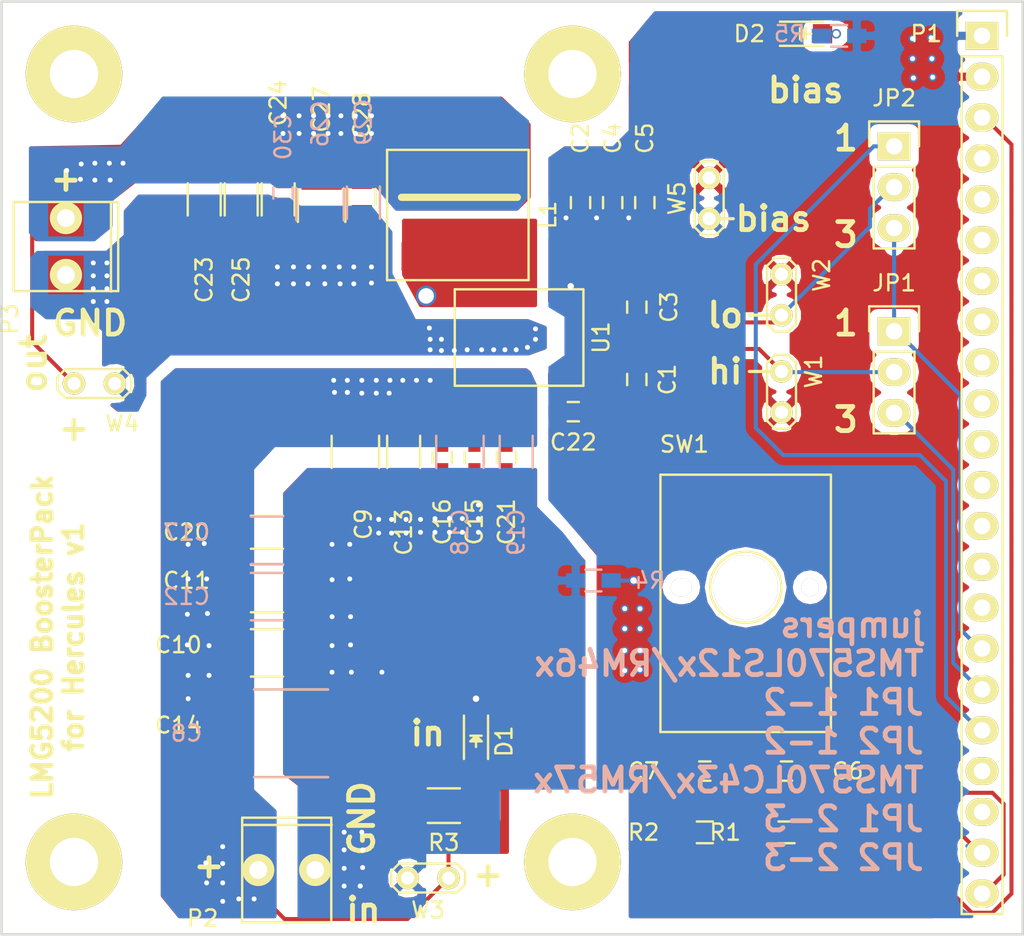
<source format=kicad_pcb>
(kicad_pcb (version 4) (host pcbnew 4.0.4-stable)

  (general
    (links 0)
    (no_connects 0)
    (area 206.924999 21.924999 270.575001 80.075001)
    (thickness 1.6)
    (drawings 31)
    (tracks 136)
    (zones 0)
    (modules 200)
    (nets 33)
  )

  (page A4)
  (layers
    (0 F.Cu signal)
    (1 In1.Cu signal)
    (2 In2.Cu signal)
    (31 B.Cu signal hide)
    (32 B.Adhes user hide)
    (33 F.Adhes user hide)
    (34 B.Paste user hide)
    (35 F.Paste user hide)
    (36 B.SilkS user hide)
    (37 F.SilkS user hide)
    (38 B.Mask user hide)
    (39 F.Mask user hide)
    (40 Dwgs.User user hide)
    (41 Cmts.User user hide)
    (42 Eco1.User user hide)
    (43 Eco2.User user hide)
    (44 Edge.Cuts user hide)
    (45 Margin user)
    (46 B.CrtYd user hide)
    (47 F.CrtYd user hide)
    (48 B.Fab user hide)
    (49 F.Fab user hide)
  )

  (setup
    (last_trace_width 0.25)
    (trace_clearance 0.2)
    (zone_clearance 0.508)
    (zone_45_only no)
    (trace_min 0.2)
    (segment_width 0.2)
    (edge_width 0.15)
    (via_size 0.6)
    (via_drill 0.4)
    (via_min_size 0.4)
    (via_min_drill 0.3)
    (uvia_size 0.3)
    (uvia_drill 0.1)
    (uvias_allowed no)
    (uvia_min_size 0.2)
    (uvia_min_drill 0.1)
    (pcb_text_width 0.3)
    (pcb_text_size 1.5 1.5)
    (mod_edge_width 0.15)
    (mod_text_size 1 1)
    (mod_text_width 0.15)
    (pad_size 0.508 0.508)
    (pad_drill 0.3048)
    (pad_to_mask_clearance 0.2)
    (aux_axis_origin 0 0)
    (visible_elements 7FFFFF7F)
    (pcbplotparams
      (layerselection 0x010f0_80000007)
      (usegerberextensions true)
      (excludeedgelayer true)
      (linewidth 0.100000)
      (plotframeref false)
      (viasonmask false)
      (mode 1)
      (useauxorigin false)
      (hpglpennumber 1)
      (hpglpenspeed 20)
      (hpglpendiameter 15)
      (hpglpenoverlay 2)
      (psnegative false)
      (psa4output false)
      (plotreference true)
      (plotvalue true)
      (plotinvisibletext false)
      (padsonsilk false)
      (subtractmaskfromsilk false)
      (outputformat 1)
      (mirror false)
      (drillshape 0)
      (scaleselection 1)
      (outputdirectory gerbers/))
  )

  (net 0 "")
  (net 1 ePWM1A)
  (net 2 GND)
  (net 3 +5V)
  (net 4 ePWM1B)
  (net 5 eQEP2B)
  (net 6 eQEP2A)
  (net 7 GaN_VIN)
  (net 8 GaN_GND)
  (net 9 GaN_HS)
  (net 10 GaN_HB)
  (net 11 "Net-(C23-Pad1)")
  (net 12 "Net-(D1-Pad2)")
  (net 13 "Net-(D2-Pad2)")
  (net 14 "Net-(JP1-Pad1)")
  (net 15 "Net-(JP1-Pad3)")
  (net 16 "Net-(JP2-Pad1)")
  (net 17 GaN_SW)
  (net 18 +3V3)
  (net 19 "Net-(P1-Pad4)")
  (net 20 "Net-(P1-Pad5)")
  (net 21 "Net-(P1-Pad6)")
  (net 22 "Net-(P1-Pad7)")
  (net 23 "Net-(P1-Pad8)")
  (net 24 "Net-(P1-Pad9)")
  (net 25 "Net-(P1-Pad10)")
  (net 26 "Net-(P1-Pad11)")
  (net 27 "Net-(P1-Pad12)")
  (net 28 "Net-(P1-Pad13)")
  (net 29 "Net-(P1-Pad14)")
  (net 30 "Net-(P1-Pad15)")
  (net 31 "Net-(P1-Pad19)")
  (net 32 "Net-(P1-Pad20)")

  (net_class Default "Dit is de standaard class."
    (clearance 0.2)
    (trace_width 0.25)
    (via_dia 0.6)
    (via_drill 0.4)
    (uvia_dia 0.3)
    (uvia_drill 0.1)
    (add_net +3V3)
    (add_net +5V)
    (add_net GND)
    (add_net GaN_GND)
    (add_net GaN_HB)
    (add_net GaN_HS)
    (add_net GaN_SW)
    (add_net GaN_VIN)
    (add_net "Net-(C23-Pad1)")
    (add_net "Net-(D1-Pad2)")
    (add_net "Net-(D2-Pad2)")
    (add_net "Net-(JP1-Pad1)")
    (add_net "Net-(JP1-Pad3)")
    (add_net "Net-(JP2-Pad1)")
    (add_net "Net-(P1-Pad10)")
    (add_net "Net-(P1-Pad11)")
    (add_net "Net-(P1-Pad12)")
    (add_net "Net-(P1-Pad13)")
    (add_net "Net-(P1-Pad14)")
    (add_net "Net-(P1-Pad15)")
    (add_net "Net-(P1-Pad19)")
    (add_net "Net-(P1-Pad20)")
    (add_net "Net-(P1-Pad4)")
    (add_net "Net-(P1-Pad5)")
    (add_net "Net-(P1-Pad6)")
    (add_net "Net-(P1-Pad7)")
    (add_net "Net-(P1-Pad8)")
    (add_net "Net-(P1-Pad9)")
    (add_net ePWM1A)
    (add_net ePWM1B)
    (add_net eQEP2A)
    (add_net eQEP2B)
  )

  (module vias:via_12_mil (layer F.Cu) (tedit 5803E663) (tstamp 5803E6E2)
    (at 263.7 26.75)
    (fp_text reference REF** (at 1.3 1.7) (layer F.SilkS) hide
      (effects (font (size 1 1) (thickness 0.15)))
    )
    (fp_text value "via 12 mil" (at -0.1 -1.2) (layer F.Fab) hide
      (effects (font (size 1 1) (thickness 0.15)))
    )
    (pad 1 thru_hole circle (at 0 0) (size 0.508 0.508) (drill 0.3048) (layers *.Cu)
      (net 2 GND) (zone_connect 2))
  )

  (module vias:via_12_mil (layer F.Cu) (tedit 5803E663) (tstamp 5803E6DE)
    (at 264.9 26.7)
    (fp_text reference REF** (at 1.3 1.7) (layer F.SilkS) hide
      (effects (font (size 1 1) (thickness 0.15)))
    )
    (fp_text value "via 12 mil" (at -0.1 -1.2) (layer F.Fab) hide
      (effects (font (size 1 1) (thickness 0.15)))
    )
    (pad 1 thru_hole circle (at 0 0) (size 0.508 0.508) (drill 0.3048) (layers *.Cu)
      (net 2 GND) (zone_connect 2))
  )

  (module vias:via_12_mil (layer F.Cu) (tedit 5803E663) (tstamp 5803E6DA)
    (at 264.85 25.55)
    (fp_text reference REF** (at 1.3 1.7) (layer F.SilkS) hide
      (effects (font (size 1 1) (thickness 0.15)))
    )
    (fp_text value "via 12 mil" (at -0.1 -1.2) (layer F.Fab) hide
      (effects (font (size 1 1) (thickness 0.15)))
    )
    (pad 1 thru_hole circle (at 0 0) (size 0.508 0.508) (drill 0.3048) (layers *.Cu)
      (net 2 GND) (zone_connect 2))
  )

  (module vias:via_12_mil (layer F.Cu) (tedit 5803E663) (tstamp 5803E6D6)
    (at 263.65 25.55)
    (fp_text reference REF** (at 1.3 1.7) (layer F.SilkS) hide
      (effects (font (size 1 1) (thickness 0.15)))
    )
    (fp_text value "via 12 mil" (at -0.1 -1.2) (layer F.Fab) hide
      (effects (font (size 1 1) (thickness 0.15)))
    )
    (pad 1 thru_hole circle (at 0 0) (size 0.508 0.508) (drill 0.3048) (layers *.Cu)
      (net 2 GND) (zone_connect 2))
  )

  (module vias:via_12_mil (layer F.Cu) (tedit 5803E663) (tstamp 5803E6D2)
    (at 263.65 24.3)
    (fp_text reference REF** (at 1.3 1.7) (layer F.SilkS) hide
      (effects (font (size 1 1) (thickness 0.15)))
    )
    (fp_text value "via 12 mil" (at -0.1 -1.2) (layer F.Fab) hide
      (effects (font (size 1 1) (thickness 0.15)))
    )
    (pad 1 thru_hole circle (at 0 0) (size 0.508 0.508) (drill 0.3048) (layers *.Cu)
      (net 2 GND) (zone_connect 2))
  )

  (module vias:via_12_mil (layer F.Cu) (tedit 5803E663) (tstamp 5803E6CB)
    (at 264.8 24.25)
    (fp_text reference REF** (at 1.3 1.7) (layer F.SilkS) hide
      (effects (font (size 1 1) (thickness 0.15)))
    )
    (fp_text value "via 12 mil" (at -0.1 -1.2) (layer F.Fab) hide
      (effects (font (size 1 1) (thickness 0.15)))
    )
    (pad 1 thru_hole circle (at 0 0) (size 0.508 0.508) (drill 0.3048) (layers *.Cu)
      (net 2 GND) (zone_connect 2))
  )

  (module vias:via_12_mil (layer F.Cu) (tedit 5803E663) (tstamp 5803E68B)
    (at 246.7 63.55)
    (fp_text reference REF** (at 1.3 1.7) (layer F.SilkS) hide
      (effects (font (size 1 1) (thickness 0.15)))
    )
    (fp_text value "via 12 mil" (at -0.1 -1.2) (layer F.Fab) hide
      (effects (font (size 1 1) (thickness 0.15)))
    )
    (pad 1 thru_hole circle (at 0 0) (size 0.508 0.508) (drill 0.3048) (layers *.Cu)
      (net 2 GND) (zone_connect 2))
  )

  (module vias:via_12_mil (layer F.Cu) (tedit 5803E663) (tstamp 5803E687)
    (at 246.7 62.35)
    (fp_text reference REF** (at 1.3 1.7) (layer F.SilkS) hide
      (effects (font (size 1 1) (thickness 0.15)))
    )
    (fp_text value "via 12 mil" (at -0.1 -1.2) (layer F.Fab) hide
      (effects (font (size 1 1) (thickness 0.15)))
    )
    (pad 1 thru_hole circle (at 0 0) (size 0.508 0.508) (drill 0.3048) (layers *.Cu)
      (net 2 GND) (zone_connect 2))
  )

  (module vias:via_12_mil (layer F.Cu) (tedit 5803E663) (tstamp 5803E683)
    (at 246.7 61)
    (fp_text reference REF** (at 1.3 1.7) (layer F.SilkS) hide
      (effects (font (size 1 1) (thickness 0.15)))
    )
    (fp_text value "via 12 mil" (at -0.1 -1.2) (layer F.Fab) hide
      (effects (font (size 1 1) (thickness 0.15)))
    )
    (pad 1 thru_hole circle (at 0 0) (size 0.508 0.508) (drill 0.3048) (layers *.Cu)
      (net 2 GND) (zone_connect 2))
  )

  (module vias:via_12_mil (layer F.Cu) (tedit 5803E663) (tstamp 5803E67F)
    (at 246.7 59.75)
    (fp_text reference REF** (at 1.3 1.7) (layer F.SilkS) hide
      (effects (font (size 1 1) (thickness 0.15)))
    )
    (fp_text value "via 12 mil" (at -0.1 -1.2) (layer F.Fab) hide
      (effects (font (size 1 1) (thickness 0.15)))
    )
    (pad 1 thru_hole circle (at 0 0) (size 0.508 0.508) (drill 0.3048) (layers *.Cu)
      (net 2 GND) (zone_connect 2))
  )

  (module vias:via_12_mil (layer F.Cu) (tedit 5803E663) (tstamp 5803E67B)
    (at 245.75 59.75)
    (fp_text reference REF** (at 1.3 1.7) (layer F.SilkS) hide
      (effects (font (size 1 1) (thickness 0.15)))
    )
    (fp_text value "via 12 mil" (at -0.1 -1.2) (layer F.Fab) hide
      (effects (font (size 1 1) (thickness 0.15)))
    )
    (pad 1 thru_hole circle (at 0 0) (size 0.508 0.508) (drill 0.3048) (layers *.Cu)
      (net 2 GND) (zone_connect 2))
  )

  (module vias:via_12_mil (layer F.Cu) (tedit 5803E663) (tstamp 5803E677)
    (at 245.75 63.6)
    (fp_text reference REF** (at 1.3 1.7) (layer F.SilkS) hide
      (effects (font (size 1 1) (thickness 0.15)))
    )
    (fp_text value "via 12 mil" (at -0.1 -1.2) (layer F.Fab) hide
      (effects (font (size 1 1) (thickness 0.15)))
    )
    (pad 1 thru_hole circle (at 0 0) (size 0.508 0.508) (drill 0.3048) (layers *.Cu)
      (net 2 GND) (zone_connect 2))
  )

  (module vias:via_12_mil (layer F.Cu) (tedit 5803E663) (tstamp 5803E672)
    (at 245.75 62.35)
    (fp_text reference REF** (at 1.3 1.7) (layer F.SilkS) hide
      (effects (font (size 1 1) (thickness 0.15)))
    )
    (fp_text value "via 12 mil" (at -0.1 -1.2) (layer F.Fab) hide
      (effects (font (size 1 1) (thickness 0.15)))
    )
    (pad 1 thru_hole circle (at 0 0) (size 0.508 0.508) (drill 0.3048) (layers *.Cu)
      (net 2 GND) (zone_connect 2))
  )

  (module vias:via_12_mil (layer F.Cu) (tedit 5803E5EE) (tstamp 5803E621)
    (at 218.6 65.35)
    (fp_text reference REF** (at 1.3 1.7) (layer F.SilkS) hide
      (effects (font (size 1 1) (thickness 0.15)))
    )
    (fp_text value "via 12 mil" (at -0.1 -1.2) (layer F.Fab) hide
      (effects (font (size 1 1) (thickness 0.15)))
    )
    (pad 1 thru_hole circle (at 0 0) (size 0.508 0.508) (drill 0.3048) (layers *.Cu)
      (net 7 GaN_VIN) (zone_connect 2))
  )

  (module vias:via_12_mil (layer F.Cu) (tedit 5803E5EE) (tstamp 5803E61D)
    (at 218.6 63.9)
    (fp_text reference REF** (at 1.3 1.7) (layer F.SilkS) hide
      (effects (font (size 1 1) (thickness 0.15)))
    )
    (fp_text value "via 12 mil" (at -0.1 -1.2) (layer F.Fab) hide
      (effects (font (size 1 1) (thickness 0.15)))
    )
    (pad 1 thru_hole circle (at 0 0) (size 0.508 0.508) (drill 0.3048) (layers *.Cu)
      (net 7 GaN_VIN) (zone_connect 2))
  )

  (module vias:via_12_mil (layer F.Cu) (tedit 5803E5EE) (tstamp 5803E619)
    (at 219.9 63.9)
    (fp_text reference REF** (at 1.3 1.7) (layer F.SilkS) hide
      (effects (font (size 1 1) (thickness 0.15)))
    )
    (fp_text value "via 12 mil" (at -0.1 -1.2) (layer F.Fab) hide
      (effects (font (size 1 1) (thickness 0.15)))
    )
    (pad 1 thru_hole circle (at 0 0) (size 0.508 0.508) (drill 0.3048) (layers *.Cu)
      (net 7 GaN_VIN) (zone_connect 2))
  )

  (module vias:via_12_mil (layer F.Cu) (tedit 5803E5EE) (tstamp 5803E615)
    (at 219.9 62.05)
    (fp_text reference REF** (at 1.3 1.7) (layer F.SilkS) hide
      (effects (font (size 1 1) (thickness 0.15)))
    )
    (fp_text value "via 12 mil" (at -0.1 -1.2) (layer F.Fab) hide
      (effects (font (size 1 1) (thickness 0.15)))
    )
    (pad 1 thru_hole circle (at 0 0) (size 0.508 0.508) (drill 0.3048) (layers *.Cu)
      (net 7 GaN_VIN) (zone_connect 2))
  )

  (module vias:via_12_mil (layer F.Cu) (tedit 5803E5EE) (tstamp 5803E611)
    (at 218.55 62)
    (fp_text reference REF** (at 1.3 1.7) (layer F.SilkS) hide
      (effects (font (size 1 1) (thickness 0.15)))
    )
    (fp_text value "via 12 mil" (at -0.1 -1.2) (layer F.Fab) hide
      (effects (font (size 1 1) (thickness 0.15)))
    )
    (pad 1 thru_hole circle (at 0 0) (size 0.508 0.508) (drill 0.3048) (layers *.Cu)
      (net 7 GaN_VIN) (zone_connect 2))
  )

  (module vias:via_12_mil (layer F.Cu) (tedit 5803E5EE) (tstamp 5803E60D)
    (at 218.55 60.1)
    (fp_text reference REF** (at 1.3 1.7) (layer F.SilkS) hide
      (effects (font (size 1 1) (thickness 0.15)))
    )
    (fp_text value "via 12 mil" (at -0.1 -1.2) (layer F.Fab) hide
      (effects (font (size 1 1) (thickness 0.15)))
    )
    (pad 1 thru_hole circle (at 0 0) (size 0.508 0.508) (drill 0.3048) (layers *.Cu)
      (net 7 GaN_VIN) (zone_connect 2))
  )

  (module vias:via_12_mil (layer F.Cu) (tedit 5803E5EE) (tstamp 5803E604)
    (at 219.8 60.05)
    (fp_text reference REF** (at 1.3 1.7) (layer F.SilkS) hide
      (effects (font (size 1 1) (thickness 0.15)))
    )
    (fp_text value "via 12 mil" (at -0.1 -1.2) (layer F.Fab) hide
      (effects (font (size 1 1) (thickness 0.15)))
    )
    (pad 1 thru_hole circle (at 0 0) (size 0.508 0.508) (drill 0.3048) (layers *.Cu)
      (net 7 GaN_VIN) (zone_connect 2))
  )

  (module vias:via_12_mil (layer F.Cu) (tedit 5803E5EE) (tstamp 5803E5FD)
    (at 219.75 57.9)
    (fp_text reference REF** (at 1.3 1.7) (layer F.SilkS) hide
      (effects (font (size 1 1) (thickness 0.15)))
    )
    (fp_text value "via 12 mil" (at -0.1 -1.2) (layer F.Fab) hide
      (effects (font (size 1 1) (thickness 0.15)))
    )
    (pad 1 thru_hole circle (at 0 0) (size 0.508 0.508) (drill 0.3048) (layers *.Cu)
      (net 7 GaN_VIN) (zone_connect 2))
  )

  (module vias:via_12_mil (layer F.Cu) (tedit 5803E5EE) (tstamp 5803E5F9)
    (at 218.6 57.9)
    (fp_text reference REF** (at 1.3 1.7) (layer F.SilkS) hide
      (effects (font (size 1 1) (thickness 0.15)))
    )
    (fp_text value "via 12 mil" (at -0.1 -1.2) (layer F.Fab) hide
      (effects (font (size 1 1) (thickness 0.15)))
    )
    (pad 1 thru_hole circle (at 0 0) (size 0.508 0.508) (drill 0.3048) (layers *.Cu)
      (net 7 GaN_VIN) (zone_connect 2))
  )

  (module vias:via_12_mil (layer F.Cu) (tedit 5803E5EE) (tstamp 5803E5F4)
    (at 218.6 55.75)
    (fp_text reference REF** (at 1.3 1.7) (layer F.SilkS) hide
      (effects (font (size 1 1) (thickness 0.15)))
    )
    (fp_text value "via 12 mil" (at -0.1 -1.2) (layer F.Fab) hide
      (effects (font (size 1 1) (thickness 0.15)))
    )
    (pad 1 thru_hole circle (at 0 0) (size 0.508 0.508) (drill 0.3048) (layers *.Cu)
      (net 7 GaN_VIN) (zone_connect 2))
  )

  (module vias:via_12_mil (layer F.Cu) (tedit 5803DE31) (tstamp 5803DE3F)
    (at 246 35.45)
    (fp_text reference REF** (at 1.3 1.7) (layer F.SilkS) hide
      (effects (font (size 1 1) (thickness 0.15)))
    )
    (fp_text value "via 12 mil" (at -0.1 -1.2) (layer F.Fab) hide
      (effects (font (size 1 1) (thickness 0.15)))
    )
    (pad 1 thru_hole circle (at 0 0) (size 0.508 0.508) (drill 0.3048) (layers *.Cu)
      (net 3 +5V) (zone_connect 2))
  )

  (module vias:via_12_mil (layer F.Cu) (tedit 5803DE31) (tstamp 5803DE3B)
    (at 244 35.45)
    (fp_text reference REF** (at 1.3 1.7) (layer F.SilkS) hide
      (effects (font (size 1 1) (thickness 0.15)))
    )
    (fp_text value "via 12 mil" (at -0.1 -1.2) (layer F.Fab) hide
      (effects (font (size 1 1) (thickness 0.15)))
    )
    (pad 1 thru_hole circle (at 0 0) (size 0.508 0.508) (drill 0.3048) (layers *.Cu)
      (net 3 +5V) (zone_connect 2))
  )

  (module vias:via_12_mil (layer F.Cu) (tedit 5803D283) (tstamp 5803D706)
    (at 219.7 75.55)
    (fp_text reference REF** (at 1.3 1.7) (layer F.SilkS) hide
      (effects (font (size 1 1) (thickness 0.15)))
    )
    (fp_text value "via 12 mil" (at -0.1 -1.2) (layer F.Fab) hide
      (effects (font (size 1 1) (thickness 0.15)))
    )
    (pad 1 thru_hole circle (at 0 0) (size 0.508 0.508) (drill 0.3048) (layers *.Cu)
      (net 7 GaN_VIN) (zone_connect 2))
  )

  (module vias:via_12_mil (layer F.Cu) (tedit 5803D283) (tstamp 5803D702)
    (at 219.75 76.8)
    (fp_text reference REF** (at 1.3 1.7) (layer F.SilkS) hide
      (effects (font (size 1 1) (thickness 0.15)))
    )
    (fp_text value "via 12 mil" (at -0.1 -1.2) (layer F.Fab) hide
      (effects (font (size 1 1) (thickness 0.15)))
    )
    (pad 1 thru_hole circle (at 0 0) (size 0.508 0.508) (drill 0.3048) (layers *.Cu)
      (net 7 GaN_VIN) (zone_connect 2))
  )

  (module vias:via_12_mil (layer F.Cu) (tedit 5803D283) (tstamp 5803D6FE)
    (at 222.7 77.8)
    (fp_text reference REF** (at 1.3 1.7) (layer F.SilkS) hide
      (effects (font (size 1 1) (thickness 0.15)))
    )
    (fp_text value "via 12 mil" (at -0.1 -1.2) (layer F.Fab) hide
      (effects (font (size 1 1) (thickness 0.15)))
    )
    (pad 1 thru_hole circle (at 0 0) (size 0.508 0.508) (drill 0.3048) (layers *.Cu)
      (net 7 GaN_VIN) (zone_connect 2))
  )

  (module vias:via_12_mil (layer F.Cu) (tedit 5803D283) (tstamp 5803D6FA)
    (at 221.75 77.8)
    (fp_text reference REF** (at 1.3 1.7) (layer F.SilkS) hide
      (effects (font (size 1 1) (thickness 0.15)))
    )
    (fp_text value "via 12 mil" (at -0.1 -1.2) (layer F.Fab) hide
      (effects (font (size 1 1) (thickness 0.15)))
    )
    (pad 1 thru_hole circle (at 0 0) (size 0.508 0.508) (drill 0.3048) (layers *.Cu)
      (net 7 GaN_VIN) (zone_connect 2))
  )

  (module vias:via_12_mil (layer F.Cu) (tedit 5803D283) (tstamp 5803D6F6)
    (at 220.75 77.95)
    (fp_text reference REF** (at 1.3 1.7) (layer F.SilkS) hide
      (effects (font (size 1 1) (thickness 0.15)))
    )
    (fp_text value "via 12 mil" (at -0.1 -1.2) (layer F.Fab) hide
      (effects (font (size 1 1) (thickness 0.15)))
    )
    (pad 1 thru_hole circle (at 0 0) (size 0.508 0.508) (drill 0.3048) (layers *.Cu)
      (net 7 GaN_VIN) (zone_connect 2))
  )

  (module vias:via_12_mil (layer F.Cu) (tedit 5803D283) (tstamp 5803D6F2)
    (at 220.75 76.8)
    (fp_text reference REF** (at 1.3 1.7) (layer F.SilkS) hide
      (effects (font (size 1 1) (thickness 0.15)))
    )
    (fp_text value "via 12 mil" (at -0.1 -1.2) (layer F.Fab) hide
      (effects (font (size 1 1) (thickness 0.15)))
    )
    (pad 1 thru_hole circle (at 0 0) (size 0.508 0.508) (drill 0.3048) (layers *.Cu)
      (net 7 GaN_VIN) (zone_connect 2))
  )

  (module vias:via_12_mil (layer F.Cu) (tedit 5803D283) (tstamp 5803D6EE)
    (at 220.75 75.6)
    (fp_text reference REF** (at 1.3 1.7) (layer F.SilkS) hide
      (effects (font (size 1 1) (thickness 0.15)))
    )
    (fp_text value "via 12 mil" (at -0.1 -1.2) (layer F.Fab) hide
      (effects (font (size 1 1) (thickness 0.15)))
    )
    (pad 1 thru_hole circle (at 0 0) (size 0.508 0.508) (drill 0.3048) (layers *.Cu)
      (net 7 GaN_VIN) (zone_connect 2))
  )

  (module vias:via_12_mil (layer F.Cu) (tedit 5803D283) (tstamp 5803D6EA)
    (at 220.75 74.55)
    (fp_text reference REF** (at 1.3 1.7) (layer F.SilkS) hide
      (effects (font (size 1 1) (thickness 0.15)))
    )
    (fp_text value "via 12 mil" (at -0.1 -1.2) (layer F.Fab) hide
      (effects (font (size 1 1) (thickness 0.15)))
    )
    (pad 1 thru_hole circle (at 0 0) (size 0.508 0.508) (drill 0.3048) (layers *.Cu)
      (net 7 GaN_VIN) (zone_connect 2))
  )

  (module vias:via_12_mil (layer F.Cu) (tedit 5803D5E0) (tstamp 5803D6E1)
    (at 229.3 77)
    (fp_text reference REF** (at 1.3 1.7) (layer F.SilkS) hide
      (effects (font (size 1 1) (thickness 0.15)))
    )
    (fp_text value "via 12 mil" (at -0.1 -1.2) (layer F.Fab) hide
      (effects (font (size 1 1) (thickness 0.15)))
    )
    (pad 1 thru_hole circle (at 0 0) (size 0.508 0.508) (drill 0.3048) (layers *.Cu)
      (net 8 GaN_GND) (zone_connect 2))
  )

  (module vias:via_12_mil (layer F.Cu) (tedit 5803D5E0) (tstamp 5803D6DD)
    (at 229.3 77)
    (fp_text reference REF** (at 1.3 1.7) (layer F.SilkS) hide
      (effects (font (size 1 1) (thickness 0.15)))
    )
    (fp_text value "via 12 mil" (at -0.1 -1.2) (layer F.Fab) hide
      (effects (font (size 1 1) (thickness 0.15)))
    )
    (pad 1 thru_hole circle (at 0 0) (size 0.508 0.508) (drill 0.3048) (layers *.Cu)
      (net 8 GaN_GND) (zone_connect 2))
  )

  (module vias:via_12_mil (layer F.Cu) (tedit 5803D5E0) (tstamp 5803D6D9)
    (at 229.45 75.85)
    (fp_text reference REF** (at 1.3 1.7) (layer F.SilkS) hide
      (effects (font (size 1 1) (thickness 0.15)))
    )
    (fp_text value "via 12 mil" (at -0.1 -1.2) (layer F.Fab) hide
      (effects (font (size 1 1) (thickness 0.15)))
    )
    (pad 1 thru_hole circle (at 0 0) (size 0.508 0.508) (drill 0.3048) (layers *.Cu)
      (net 8 GaN_GND) (zone_connect 2))
  )

  (module vias:via_12_mil (layer F.Cu) (tedit 5803D5E0) (tstamp 5803D6D5)
    (at 229.45 74.75)
    (fp_text reference REF** (at 1.3 1.7) (layer F.SilkS) hide
      (effects (font (size 1 1) (thickness 0.15)))
    )
    (fp_text value "via 12 mil" (at -0.1 -1.2) (layer F.Fab) hide
      (effects (font (size 1 1) (thickness 0.15)))
    )
    (pad 1 thru_hole circle (at 0 0) (size 0.508 0.508) (drill 0.3048) (layers *.Cu)
      (net 8 GaN_GND) (zone_connect 2))
  )

  (module vias:via_12_mil (layer F.Cu) (tedit 5803D5E0) (tstamp 5803D6D1)
    (at 229.4 73.65)
    (fp_text reference REF** (at 1.3 1.7) (layer F.SilkS) hide
      (effects (font (size 1 1) (thickness 0.15)))
    )
    (fp_text value "via 12 mil" (at -0.1 -1.2) (layer F.Fab) hide
      (effects (font (size 1 1) (thickness 0.15)))
    )
    (pad 1 thru_hole circle (at 0 0) (size 0.508 0.508) (drill 0.3048) (layers *.Cu)
      (net 8 GaN_GND) (zone_connect 2))
  )

  (module vias:via_12_mil (layer F.Cu) (tedit 5803D5E0) (tstamp 5803D6CD)
    (at 228.3 73.65)
    (fp_text reference REF** (at 1.3 1.7) (layer F.SilkS) hide
      (effects (font (size 1 1) (thickness 0.15)))
    )
    (fp_text value "via 12 mil" (at -0.1 -1.2) (layer F.Fab) hide
      (effects (font (size 1 1) (thickness 0.15)))
    )
    (pad 1 thru_hole circle (at 0 0) (size 0.508 0.508) (drill 0.3048) (layers *.Cu)
      (net 8 GaN_GND) (zone_connect 2))
  )

  (module vias:via_12_mil (layer F.Cu) (tedit 5803D5E0) (tstamp 5803D6C9)
    (at 228.3 77)
    (fp_text reference REF** (at 1.3 1.7) (layer F.SilkS) hide
      (effects (font (size 1 1) (thickness 0.15)))
    )
    (fp_text value "via 12 mil" (at -0.1 -1.2) (layer F.Fab) hide
      (effects (font (size 1 1) (thickness 0.15)))
    )
    (pad 1 thru_hole circle (at 0 0) (size 0.508 0.508) (drill 0.3048) (layers *.Cu)
      (net 8 GaN_GND) (zone_connect 2))
  )

  (module vias:via_12_mil (layer F.Cu) (tedit 5803D5E0) (tstamp 5803D6C5)
    (at 228.3 75.9)
    (fp_text reference REF** (at 1.3 1.7) (layer F.SilkS) hide
      (effects (font (size 1 1) (thickness 0.15)))
    )
    (fp_text value "via 12 mil" (at -0.1 -1.2) (layer F.Fab) hide
      (effects (font (size 1 1) (thickness 0.15)))
    )
    (pad 1 thru_hole circle (at 0 0) (size 0.508 0.508) (drill 0.3048) (layers *.Cu)
      (net 8 GaN_GND) (zone_connect 2))
  )

  (module vias:via_12_mil (layer F.Cu) (tedit 5803D5E0) (tstamp 5803D6C1)
    (at 228.3 74.75)
    (fp_text reference REF** (at 1.3 1.7) (layer F.SilkS) hide
      (effects (font (size 1 1) (thickness 0.15)))
    )
    (fp_text value "via 12 mil" (at -0.1 -1.2) (layer F.Fab) hide
      (effects (font (size 1 1) (thickness 0.15)))
    )
    (pad 1 thru_hole circle (at 0 0) (size 0.508 0.508) (drill 0.3048) (layers *.Cu)
      (net 8 GaN_GND) (zone_connect 2))
  )

  (module vias:via_12_mil (layer F.Cu) (tedit 5803D5E0) (tstamp 5803D6A8)
    (at 230.65 63.7)
    (fp_text reference REF** (at 1.3 1.7) (layer F.SilkS) hide
      (effects (font (size 1 1) (thickness 0.15)))
    )
    (fp_text value "via 12 mil" (at -0.1 -1.2) (layer F.Fab) hide
      (effects (font (size 1 1) (thickness 0.15)))
    )
    (pad 1 thru_hole circle (at 0 0) (size 0.508 0.508) (drill 0.3048) (layers *.Cu)
      (net 8 GaN_GND) (zone_connect 2))
  )

  (module vias:via_12_mil (layer F.Cu) (tedit 5803D5E0) (tstamp 5803D6A4)
    (at 228.75 63.7)
    (fp_text reference REF** (at 1.3 1.7) (layer F.SilkS) hide
      (effects (font (size 1 1) (thickness 0.15)))
    )
    (fp_text value "via 12 mil" (at -0.1 -1.2) (layer F.Fab) hide
      (effects (font (size 1 1) (thickness 0.15)))
    )
    (pad 1 thru_hole circle (at 0 0) (size 0.508 0.508) (drill 0.3048) (layers *.Cu)
      (net 8 GaN_GND) (zone_connect 2))
  )

  (module vias:via_12_mil (layer F.Cu) (tedit 5803D5E0) (tstamp 5803D6A0)
    (at 227.55 63.7)
    (fp_text reference REF** (at 1.3 1.7) (layer F.SilkS) hide
      (effects (font (size 1 1) (thickness 0.15)))
    )
    (fp_text value "via 12 mil" (at -0.1 -1.2) (layer F.Fab) hide
      (effects (font (size 1 1) (thickness 0.15)))
    )
    (pad 1 thru_hole circle (at 0 0) (size 0.508 0.508) (drill 0.3048) (layers *.Cu)
      (net 8 GaN_GND) (zone_connect 2))
  )

  (module vias:via_12_mil (layer F.Cu) (tedit 5803D5E0) (tstamp 5803D69C)
    (at 227.55 62.05)
    (fp_text reference REF** (at 1.3 1.7) (layer F.SilkS) hide
      (effects (font (size 1 1) (thickness 0.15)))
    )
    (fp_text value "via 12 mil" (at -0.1 -1.2) (layer F.Fab) hide
      (effects (font (size 1 1) (thickness 0.15)))
    )
    (pad 1 thru_hole circle (at 0 0) (size 0.508 0.508) (drill 0.3048) (layers *.Cu)
      (net 8 GaN_GND) (zone_connect 2))
  )

  (module vias:via_12_mil (layer F.Cu) (tedit 5803D5E0) (tstamp 5803D698)
    (at 228.7 62)
    (fp_text reference REF** (at 1.3 1.7) (layer F.SilkS) hide
      (effects (font (size 1 1) (thickness 0.15)))
    )
    (fp_text value "via 12 mil" (at -0.1 -1.2) (layer F.Fab) hide
      (effects (font (size 1 1) (thickness 0.15)))
    )
    (pad 1 thru_hole circle (at 0 0) (size 0.508 0.508) (drill 0.3048) (layers *.Cu)
      (net 8 GaN_GND) (zone_connect 2))
  )

  (module vias:via_12_mil (layer F.Cu) (tedit 5803D5E0) (tstamp 5803D694)
    (at 228.7 60.25)
    (fp_text reference REF** (at 1.3 1.7) (layer F.SilkS) hide
      (effects (font (size 1 1) (thickness 0.15)))
    )
    (fp_text value "via 12 mil" (at -0.1 -1.2) (layer F.Fab) hide
      (effects (font (size 1 1) (thickness 0.15)))
    )
    (pad 1 thru_hole circle (at 0 0) (size 0.508 0.508) (drill 0.3048) (layers *.Cu)
      (net 8 GaN_GND) (zone_connect 2))
  )

  (module vias:via_12_mil (layer F.Cu) (tedit 5803D5E0) (tstamp 5803D690)
    (at 227.55 60.25)
    (fp_text reference REF** (at 1.3 1.7) (layer F.SilkS) hide
      (effects (font (size 1 1) (thickness 0.15)))
    )
    (fp_text value "via 12 mil" (at -0.1 -1.2) (layer F.Fab) hide
      (effects (font (size 1 1) (thickness 0.15)))
    )
    (pad 1 thru_hole circle (at 0 0) (size 0.508 0.508) (drill 0.3048) (layers *.Cu)
      (net 8 GaN_GND) (zone_connect 2))
  )

  (module vias:via_12_mil (layer F.Cu) (tedit 5803D5E0) (tstamp 5803D68C)
    (at 227.55 57.95)
    (fp_text reference REF** (at 1.3 1.7) (layer F.SilkS) hide
      (effects (font (size 1 1) (thickness 0.15)))
    )
    (fp_text value "via 12 mil" (at -0.1 -1.2) (layer F.Fab) hide
      (effects (font (size 1 1) (thickness 0.15)))
    )
    (pad 1 thru_hole circle (at 0 0) (size 0.508 0.508) (drill 0.3048) (layers *.Cu)
      (net 8 GaN_GND) (zone_connect 2))
  )

  (module vias:via_12_mil (layer F.Cu) (tedit 5803D5E0) (tstamp 5803D688)
    (at 228.65 57.9)
    (fp_text reference REF** (at 1.3 1.7) (layer F.SilkS) hide
      (effects (font (size 1 1) (thickness 0.15)))
    )
    (fp_text value "via 12 mil" (at -0.1 -1.2) (layer F.Fab) hide
      (effects (font (size 1 1) (thickness 0.15)))
    )
    (pad 1 thru_hole circle (at 0 0) (size 0.508 0.508) (drill 0.3048) (layers *.Cu)
      (net 8 GaN_GND) (zone_connect 2))
  )

  (module vias:via_12_mil (layer F.Cu) (tedit 5803D5E0) (tstamp 5803D684)
    (at 228.65 55.75)
    (fp_text reference REF** (at 1.3 1.7) (layer F.SilkS) hide
      (effects (font (size 1 1) (thickness 0.15)))
    )
    (fp_text value "via 12 mil" (at -0.1 -1.2) (layer F.Fab) hide
      (effects (font (size 1 1) (thickness 0.15)))
    )
    (pad 1 thru_hole circle (at 0 0) (size 0.508 0.508) (drill 0.3048) (layers *.Cu)
      (net 8 GaN_GND) (zone_connect 2))
  )

  (module vias:via_12_mil (layer F.Cu) (tedit 5803D5E0) (tstamp 5803D680)
    (at 227.55 55.75)
    (fp_text reference REF** (at 1.3 1.7) (layer F.SilkS) hide
      (effects (font (size 1 1) (thickness 0.15)))
    )
    (fp_text value "via 12 mil" (at -0.1 -1.2) (layer F.Fab) hide
      (effects (font (size 1 1) (thickness 0.15)))
    )
    (pad 1 thru_hole circle (at 0 0) (size 0.508 0.508) (drill 0.3048) (layers *.Cu)
      (net 8 GaN_GND) (zone_connect 2))
  )

  (module vias:via_12_mil (layer F.Cu) (tedit 5803D5E0) (tstamp 5803D673)
    (at 230.45 55.05)
    (fp_text reference REF** (at 1.3 1.7) (layer F.SilkS) hide
      (effects (font (size 1 1) (thickness 0.15)))
    )
    (fp_text value "via 12 mil" (at -0.1 -1.2) (layer F.Fab) hide
      (effects (font (size 1 1) (thickness 0.15)))
    )
    (pad 1 thru_hole circle (at 0 0) (size 0.508 0.508) (drill 0.3048) (layers *.Cu)
      (net 8 GaN_GND) (zone_connect 2))
  )

  (module vias:via_12_mil (layer F.Cu) (tedit 5803D5E0) (tstamp 5803D66F)
    (at 230.45 54.2)
    (fp_text reference REF** (at 1.3 1.7) (layer F.SilkS) hide
      (effects (font (size 1 1) (thickness 0.15)))
    )
    (fp_text value "via 12 mil" (at -0.1 -1.2) (layer F.Fab) hide
      (effects (font (size 1 1) (thickness 0.15)))
    )
    (pad 1 thru_hole circle (at 0 0) (size 0.508 0.508) (drill 0.3048) (layers *.Cu)
      (net 8 GaN_GND) (zone_connect 2))
  )

  (module vias:via_12_mil (layer F.Cu) (tedit 5803D5E0) (tstamp 5803D66B)
    (at 231.25 54.2)
    (fp_text reference REF** (at 1.3 1.7) (layer F.SilkS) hide
      (effects (font (size 1 1) (thickness 0.15)))
    )
    (fp_text value "via 12 mil" (at -0.1 -1.2) (layer F.Fab) hide
      (effects (font (size 1 1) (thickness 0.15)))
    )
    (pad 1 thru_hole circle (at 0 0) (size 0.508 0.508) (drill 0.3048) (layers *.Cu)
      (net 8 GaN_GND) (zone_connect 2))
  )

  (module vias:via_12_mil (layer F.Cu) (tedit 5803D5E0) (tstamp 5803D667)
    (at 231.25 55.05)
    (fp_text reference REF** (at 1.3 1.7) (layer F.SilkS) hide
      (effects (font (size 1 1) (thickness 0.15)))
    )
    (fp_text value "via 12 mil" (at -0.1 -1.2) (layer F.Fab) hide
      (effects (font (size 1 1) (thickness 0.15)))
    )
    (pad 1 thru_hole circle (at 0 0) (size 0.508 0.508) (drill 0.3048) (layers *.Cu)
      (net 8 GaN_GND) (zone_connect 2))
  )

  (module vias:via_12_mil (layer F.Cu) (tedit 5803D5E0) (tstamp 5803D663)
    (at 232.15 55.05)
    (fp_text reference REF** (at 1.3 1.7) (layer F.SilkS) hide
      (effects (font (size 1 1) (thickness 0.15)))
    )
    (fp_text value "via 12 mil" (at -0.1 -1.2) (layer F.Fab) hide
      (effects (font (size 1 1) (thickness 0.15)))
    )
    (pad 1 thru_hole circle (at 0 0) (size 0.508 0.508) (drill 0.3048) (layers *.Cu)
      (net 8 GaN_GND) (zone_connect 2))
  )

  (module vias:via_12_mil (layer F.Cu) (tedit 5803D5E0) (tstamp 5803D65F)
    (at 232.15 54.2)
    (fp_text reference REF** (at 1.3 1.7) (layer F.SilkS) hide
      (effects (font (size 1 1) (thickness 0.15)))
    )
    (fp_text value "via 12 mil" (at -0.1 -1.2) (layer F.Fab) hide
      (effects (font (size 1 1) (thickness 0.15)))
    )
    (pad 1 thru_hole circle (at 0 0) (size 0.508 0.508) (drill 0.3048) (layers *.Cu)
      (net 8 GaN_GND) (zone_connect 2))
  )

  (module vias:via_12_mil (layer F.Cu) (tedit 5803D5E0) (tstamp 5803D65B)
    (at 233.05 54.2)
    (fp_text reference REF** (at 1.3 1.7) (layer F.SilkS) hide
      (effects (font (size 1 1) (thickness 0.15)))
    )
    (fp_text value "via 12 mil" (at -0.1 -1.2) (layer F.Fab) hide
      (effects (font (size 1 1) (thickness 0.15)))
    )
    (pad 1 thru_hole circle (at 0 0) (size 0.508 0.508) (drill 0.3048) (layers *.Cu)
      (net 8 GaN_GND) (zone_connect 2))
  )

  (module vias:via_12_mil (layer F.Cu) (tedit 5803D5E0) (tstamp 5803D657)
    (at 233.05 55)
    (fp_text reference REF** (at 1.3 1.7) (layer F.SilkS) hide
      (effects (font (size 1 1) (thickness 0.15)))
    )
    (fp_text value "via 12 mil" (at -0.1 -1.2) (layer F.Fab) hide
      (effects (font (size 1 1) (thickness 0.15)))
    )
    (pad 1 thru_hole circle (at 0 0) (size 0.508 0.508) (drill 0.3048) (layers *.Cu)
      (net 8 GaN_GND) (zone_connect 2))
  )

  (module vias:via_12_mil (layer F.Cu) (tedit 5803D5E0) (tstamp 5803D653)
    (at 233.95 55)
    (fp_text reference REF** (at 1.3 1.7) (layer F.SilkS) hide
      (effects (font (size 1 1) (thickness 0.15)))
    )
    (fp_text value "via 12 mil" (at -0.1 -1.2) (layer F.Fab) hide
      (effects (font (size 1 1) (thickness 0.15)))
    )
    (pad 1 thru_hole circle (at 0 0) (size 0.508 0.508) (drill 0.3048) (layers *.Cu)
      (net 8 GaN_GND) (zone_connect 2))
  )

  (module vias:via_12_mil (layer F.Cu) (tedit 5803D5E0) (tstamp 5803D64F)
    (at 233.95 54.15)
    (fp_text reference REF** (at 1.3 1.7) (layer F.SilkS) hide
      (effects (font (size 1 1) (thickness 0.15)))
    )
    (fp_text value "via 12 mil" (at -0.1 -1.2) (layer F.Fab) hide
      (effects (font (size 1 1) (thickness 0.15)))
    )
    (pad 1 thru_hole circle (at 0 0) (size 0.508 0.508) (drill 0.3048) (layers *.Cu)
      (net 8 GaN_GND) (zone_connect 2))
  )

  (module vias:via_12_mil (layer F.Cu) (tedit 5803D5E0) (tstamp 5803D64B)
    (at 234.85 54.15)
    (fp_text reference REF** (at 1.3 1.7) (layer F.SilkS) hide
      (effects (font (size 1 1) (thickness 0.15)))
    )
    (fp_text value "via 12 mil" (at -0.1 -1.2) (layer F.Fab) hide
      (effects (font (size 1 1) (thickness 0.15)))
    )
    (pad 1 thru_hole circle (at 0 0) (size 0.508 0.508) (drill 0.3048) (layers *.Cu)
      (net 8 GaN_GND) (zone_connect 2))
  )

  (module vias:via_12_mil (layer F.Cu) (tedit 5803D5E0) (tstamp 5803D647)
    (at 234.85 55)
    (fp_text reference REF** (at 1.3 1.7) (layer F.SilkS) hide
      (effects (font (size 1 1) (thickness 0.15)))
    )
    (fp_text value "via 12 mil" (at -0.1 -1.2) (layer F.Fab) hide
      (effects (font (size 1 1) (thickness 0.15)))
    )
    (pad 1 thru_hole circle (at 0 0) (size 0.508 0.508) (drill 0.3048) (layers *.Cu)
      (net 8 GaN_GND) (zone_connect 2))
  )

  (module vias:via_12_mil (layer F.Cu) (tedit 5803D5E0) (tstamp 5803D643)
    (at 235.65 55)
    (fp_text reference REF** (at 1.3 1.7) (layer F.SilkS) hide
      (effects (font (size 1 1) (thickness 0.15)))
    )
    (fp_text value "via 12 mil" (at -0.1 -1.2) (layer F.Fab) hide
      (effects (font (size 1 1) (thickness 0.15)))
    )
    (pad 1 thru_hole circle (at 0 0) (size 0.508 0.508) (drill 0.3048) (layers *.Cu)
      (net 8 GaN_GND) (zone_connect 2))
  )

  (module vias:via_12_mil (layer F.Cu) (tedit 5803D5E0) (tstamp 5803D63F)
    (at 235.65 54.15)
    (fp_text reference REF** (at 1.3 1.7) (layer F.SilkS) hide
      (effects (font (size 1 1) (thickness 0.15)))
    )
    (fp_text value "via 12 mil" (at -0.1 -1.2) (layer F.Fab) hide
      (effects (font (size 1 1) (thickness 0.15)))
    )
    (pad 1 thru_hole circle (at 0 0) (size 0.508 0.508) (drill 0.3048) (layers *.Cu)
      (net 8 GaN_GND) (zone_connect 2))
  )

  (module vias:via_12_mil (layer F.Cu) (tedit 5803D5E0) (tstamp 5803D634)
    (at 236.65 55)
    (fp_text reference REF** (at 1.3 1.7) (layer F.SilkS) hide
      (effects (font (size 1 1) (thickness 0.15)))
    )
    (fp_text value "via 12 mil" (at -0.1 -1.2) (layer F.Fab) hide
      (effects (font (size 1 1) (thickness 0.15)))
    )
    (pad 1 thru_hole circle (at 0 0) (size 0.508 0.508) (drill 0.3048) (layers *.Cu)
      (net 8 GaN_GND) (zone_connect 2))
  )

  (module vias:via_12_mil (layer F.Cu) (tedit 5803D5E0) (tstamp 5803D630)
    (at 236.65 54.15)
    (fp_text reference REF** (at 1.3 1.7) (layer F.SilkS) hide
      (effects (font (size 1 1) (thickness 0.15)))
    )
    (fp_text value "via 12 mil" (at -0.1 -1.2) (layer F.Fab) hide
      (effects (font (size 1 1) (thickness 0.15)))
    )
    (pad 1 thru_hole circle (at 0 0) (size 0.508 0.508) (drill 0.3048) (layers *.Cu)
      (net 8 GaN_GND) (zone_connect 2))
  )

  (module vias:via_12_mil (layer F.Cu) (tedit 5803D5E0) (tstamp 5803D5D0)
    (at 236.65 53.3)
    (fp_text reference REF** (at 1.3 1.7) (layer F.SilkS) hide
      (effects (font (size 1 1) (thickness 0.15)))
    )
    (fp_text value "via 12 mil" (at -0.1 -1.2) (layer F.Fab) hide
      (effects (font (size 1 1) (thickness 0.15)))
    )
    (pad 1 thru_hole circle (at 0 0) (size 0.508 0.508) (drill 0.3048) (layers *.Cu)
      (net 8 GaN_GND) (zone_connect 2))
  )

  (module vias:via_12_mil (layer F.Cu) (tedit 5803D283) (tstamp 5803D2EA)
    (at 227.7 46.3)
    (fp_text reference REF** (at 1.3 1.7) (layer F.SilkS) hide
      (effects (font (size 1 1) (thickness 0.15)))
    )
    (fp_text value "via 12 mil" (at -0.1 -1.2) (layer F.Fab) hide
      (effects (font (size 1 1) (thickness 0.15)))
    )
    (pad 1 thru_hole circle (at 0 0) (size 0.508 0.508) (drill 0.3048) (layers *.Cu)
      (net 7 GaN_VIN) (zone_connect 2))
  )

  (module vias:via_12_mil (layer F.Cu) (tedit 5803D283) (tstamp 5803D2E6)
    (at 228.5 46.3)
    (fp_text reference REF** (at 1.3 1.7) (layer F.SilkS) hide
      (effects (font (size 1 1) (thickness 0.15)))
    )
    (fp_text value "via 12 mil" (at -0.1 -1.2) (layer F.Fab) hide
      (effects (font (size 1 1) (thickness 0.15)))
    )
    (pad 1 thru_hole circle (at 0 0) (size 0.508 0.508) (drill 0.3048) (layers *.Cu)
      (net 7 GaN_VIN) (zone_connect 2))
  )

  (module vias:via_12_mil (layer F.Cu) (tedit 5803D283) (tstamp 5803D2E2)
    (at 228.5 46.3)
    (fp_text reference REF** (at 1.3 1.7) (layer F.SilkS) hide
      (effects (font (size 1 1) (thickness 0.15)))
    )
    (fp_text value "via 12 mil" (at -0.1 -1.2) (layer F.Fab) hide
      (effects (font (size 1 1) (thickness 0.15)))
    )
    (pad 1 thru_hole circle (at 0 0) (size 0.508 0.508) (drill 0.3048) (layers *.Cu)
      (net 7 GaN_VIN) (zone_connect 2))
  )

  (module vias:via_12_mil (layer F.Cu) (tedit 5803D283) (tstamp 5803D2DE)
    (at 227.65 45.55)
    (fp_text reference REF** (at 1.3 1.7) (layer F.SilkS) hide
      (effects (font (size 1 1) (thickness 0.15)))
    )
    (fp_text value "via 12 mil" (at -0.1 -1.2) (layer F.Fab) hide
      (effects (font (size 1 1) (thickness 0.15)))
    )
    (pad 1 thru_hole circle (at 0 0) (size 0.508 0.508) (drill 0.3048) (layers *.Cu)
      (net 7 GaN_VIN) (zone_connect 2))
  )

  (module vias:via_12_mil (layer F.Cu) (tedit 5803D283) (tstamp 5803D2DA)
    (at 228.5 45.55)
    (fp_text reference REF** (at 1.3 1.7) (layer F.SilkS) hide
      (effects (font (size 1 1) (thickness 0.15)))
    )
    (fp_text value "via 12 mil" (at -0.1 -1.2) (layer F.Fab) hide
      (effects (font (size 1 1) (thickness 0.15)))
    )
    (pad 1 thru_hole circle (at 0 0) (size 0.508 0.508) (drill 0.3048) (layers *.Cu)
      (net 7 GaN_VIN) (zone_connect 2))
  )

  (module vias:via_12_mil (layer F.Cu) (tedit 5803D283) (tstamp 5803D2AF)
    (at 231.1 46.35)
    (fp_text reference REF** (at 1.3 1.7) (layer F.SilkS) hide
      (effects (font (size 1 1) (thickness 0.15)))
    )
    (fp_text value "via 12 mil" (at -0.1 -1.2) (layer F.Fab) hide
      (effects (font (size 1 1) (thickness 0.15)))
    )
    (pad 1 thru_hole circle (at 0 0) (size 0.508 0.508) (drill 0.3048) (layers *.Cu)
      (net 7 GaN_VIN) (zone_connect 2))
  )

  (module vias:via_12_mil (layer F.Cu) (tedit 5803D283) (tstamp 5803D2AB)
    (at 230.3 46.35)
    (fp_text reference REF** (at 1.3 1.7) (layer F.SilkS) hide
      (effects (font (size 1 1) (thickness 0.15)))
    )
    (fp_text value "via 12 mil" (at -0.1 -1.2) (layer F.Fab) hide
      (effects (font (size 1 1) (thickness 0.15)))
    )
    (pad 1 thru_hole circle (at 0 0) (size 0.508 0.508) (drill 0.3048) (layers *.Cu)
      (net 7 GaN_VIN) (zone_connect 2))
  )

  (module vias:via_12_mil (layer F.Cu) (tedit 5803D283) (tstamp 5803D2A7)
    (at 229.4 46.35)
    (fp_text reference REF** (at 1.3 1.7) (layer F.SilkS) hide
      (effects (font (size 1 1) (thickness 0.15)))
    )
    (fp_text value "via 12 mil" (at -0.1 -1.2) (layer F.Fab) hide
      (effects (font (size 1 1) (thickness 0.15)))
    )
    (pad 1 thru_hole circle (at 0 0) (size 0.508 0.508) (drill 0.3048) (layers *.Cu)
      (net 7 GaN_VIN) (zone_connect 2))
  )

  (module vias:via_12_mil (layer F.Cu) (tedit 5803D283) (tstamp 5803D2A3)
    (at 229.4 45.55)
    (fp_text reference REF** (at 1.3 1.7) (layer F.SilkS) hide
      (effects (font (size 1 1) (thickness 0.15)))
    )
    (fp_text value "via 12 mil" (at -0.1 -1.2) (layer F.Fab) hide
      (effects (font (size 1 1) (thickness 0.15)))
    )
    (pad 1 thru_hole circle (at 0 0) (size 0.508 0.508) (drill 0.3048) (layers *.Cu)
      (net 7 GaN_VIN) (zone_connect 2))
  )

  (module vias:via_12_mil (layer F.Cu) (tedit 5803D283) (tstamp 5803D29F)
    (at 230.3 45.55)
    (fp_text reference REF** (at 1.3 1.7) (layer F.SilkS) hide
      (effects (font (size 1 1) (thickness 0.15)))
    )
    (fp_text value "via 12 mil" (at -0.1 -1.2) (layer F.Fab) hide
      (effects (font (size 1 1) (thickness 0.15)))
    )
    (pad 1 thru_hole circle (at 0 0) (size 0.508 0.508) (drill 0.3048) (layers *.Cu)
      (net 7 GaN_VIN) (zone_connect 2))
  )

  (module vias:via_12_mil (layer F.Cu) (tedit 5803D283) (tstamp 5803D29B)
    (at 231.15 45.55)
    (fp_text reference REF** (at 1.3 1.7) (layer F.SilkS) hide
      (effects (font (size 1 1) (thickness 0.15)))
    )
    (fp_text value "via 12 mil" (at -0.1 -1.2) (layer F.Fab) hide
      (effects (font (size 1 1) (thickness 0.15)))
    )
    (pad 1 thru_hole circle (at 0 0) (size 0.508 0.508) (drill 0.3048) (layers *.Cu)
      (net 7 GaN_VIN) (zone_connect 2))
  )

  (module vias:via_12_mil (layer F.Cu) (tedit 5803D283) (tstamp 5803D297)
    (at 231.95 45.55)
    (fp_text reference REF** (at 1.3 1.7) (layer F.SilkS) hide
      (effects (font (size 1 1) (thickness 0.15)))
    )
    (fp_text value "via 12 mil" (at -0.1 -1.2) (layer F.Fab) hide
      (effects (font (size 1 1) (thickness 0.15)))
    )
    (pad 1 thru_hole circle (at 0 0) (size 0.508 0.508) (drill 0.3048) (layers *.Cu)
      (net 7 GaN_VIN) (zone_connect 2))
  )

  (module vias:via_12_mil (layer F.Cu) (tedit 5803D283) (tstamp 5803D293)
    (at 232.8 45.55)
    (fp_text reference REF** (at 1.3 1.7) (layer F.SilkS) hide
      (effects (font (size 1 1) (thickness 0.15)))
    )
    (fp_text value "via 12 mil" (at -0.1 -1.2) (layer F.Fab) hide
      (effects (font (size 1 1) (thickness 0.15)))
    )
    (pad 1 thru_hole circle (at 0 0) (size 0.508 0.508) (drill 0.3048) (layers *.Cu)
      (net 7 GaN_VIN) (zone_connect 2))
  )

  (module vias:via_12_mil (layer F.Cu) (tedit 5803D283) (tstamp 5803D26D)
    (at 233.65 45.55)
    (fp_text reference REF** (at 1.3 1.7) (layer F.SilkS) hide
      (effects (font (size 1 1) (thickness 0.15)))
    )
    (fp_text value "via 12 mil" (at -0.1 -1.2) (layer F.Fab) hide
      (effects (font (size 1 1) (thickness 0.15)))
    )
    (pad 1 thru_hole circle (at 0 0) (size 0.508 0.508) (drill 0.3048) (layers *.Cu)
      (net 7 GaN_VIN) (zone_connect 2))
  )

  (module vias:via_12_mil (layer F.Cu) (tedit 5803CED2) (tstamp 5803D1F4)
    (at 233.6 42.3)
    (fp_text reference REF** (at 1.3 1.7) (layer F.SilkS) hide
      (effects (font (size 1 1) (thickness 0.15)))
    )
    (fp_text value "via 12 mil" (at -0.1 -1.2) (layer F.Fab) hide
      (effects (font (size 1 1) (thickness 0.15)))
    )
    (pad 1 thru_hole circle (at 0 0) (size 0.508 0.508) (drill 0.3048) (layers *.Cu)
      (net 8 GaN_GND) (zone_connect 2))
  )

  (module vias:via_12_mil (layer F.Cu) (tedit 5803CED2) (tstamp 5803D1EF)
    (at 233.65 43.65)
    (fp_text reference REF** (at 1.3 1.7) (layer F.SilkS) hide
      (effects (font (size 1 1) (thickness 0.15)))
    )
    (fp_text value "via 12 mil" (at -0.1 -1.2) (layer F.Fab) hide
      (effects (font (size 1 1) (thickness 0.15)))
    )
    (pad 1 thru_hole circle (at 0 0) (size 0.508 0.508) (drill 0.3048) (layers *.Cu)
      (net 8 GaN_GND) (zone_connect 2))
  )

  (module vias:via_12_mil (layer F.Cu) (tedit 5803CED2) (tstamp 5803D1BA)
    (at 240.2 42.35)
    (fp_text reference REF** (at 1.3 1.7) (layer F.SilkS) hide
      (effects (font (size 1 1) (thickness 0.15)))
    )
    (fp_text value "via 12 mil" (at -0.1 -1.2) (layer F.Fab) hide
      (effects (font (size 1 1) (thickness 0.15)))
    )
    (pad 1 thru_hole circle (at 0 0) (size 0.508 0.508) (drill 0.3048) (layers *.Cu)
      (net 8 GaN_GND) (zone_connect 2))
  )

  (module vias:via_12_mil (layer F.Cu) (tedit 5803CED2) (tstamp 5803D184)
    (at 233.65 43)
    (fp_text reference REF** (at 1.3 1.7) (layer F.SilkS) hide
      (effects (font (size 1 1) (thickness 0.15)))
    )
    (fp_text value "via 12 mil" (at -0.1 -1.2) (layer F.Fab) hide
      (effects (font (size 1 1) (thickness 0.15)))
    )
    (pad 1 thru_hole circle (at 0 0) (size 0.508 0.508) (drill 0.3048) (layers *.Cu)
      (net 8 GaN_GND) (zone_connect 2))
  )

  (module vias:via_12_mil (layer F.Cu) (tedit 5803CED2) (tstamp 5803D180)
    (at 234.35 43)
    (fp_text reference REF** (at 1.3 1.7) (layer F.SilkS) hide
      (effects (font (size 1 1) (thickness 0.15)))
    )
    (fp_text value "via 12 mil" (at -0.1 -1.2) (layer F.Fab) hide
      (effects (font (size 1 1) (thickness 0.15)))
    )
    (pad 1 thru_hole circle (at 0 0) (size 0.508 0.508) (drill 0.3048) (layers *.Cu)
      (net 8 GaN_GND) (zone_connect 2))
  )

  (module vias:via_12_mil (layer F.Cu) (tedit 5803CED2) (tstamp 5803D17C)
    (at 234.35 43.7)
    (fp_text reference REF** (at 1.3 1.7) (layer F.SilkS) hide
      (effects (font (size 1 1) (thickness 0.15)))
    )
    (fp_text value "via 12 mil" (at -0.1 -1.2) (layer F.Fab) hide
      (effects (font (size 1 1) (thickness 0.15)))
    )
    (pad 1 thru_hole circle (at 0 0) (size 0.508 0.508) (drill 0.3048) (layers *.Cu)
      (net 8 GaN_GND) (zone_connect 2))
  )

  (module vias:via_12_mil (layer F.Cu) (tedit 5803CED2) (tstamp 5803D178)
    (at 235.15 43.7)
    (fp_text reference REF** (at 1.3 1.7) (layer F.SilkS) hide
      (effects (font (size 1 1) (thickness 0.15)))
    )
    (fp_text value "via 12 mil" (at -0.1 -1.2) (layer F.Fab) hide
      (effects (font (size 1 1) (thickness 0.15)))
    )
    (pad 1 thru_hole circle (at 0 0) (size 0.508 0.508) (drill 0.3048) (layers *.Cu)
      (net 8 GaN_GND) (zone_connect 2))
  )

  (module vias:via_12_mil (layer F.Cu) (tedit 5803CED2) (tstamp 5803D172)
    (at 235.95 43.65)
    (fp_text reference REF** (at 1.3 1.7) (layer F.SilkS) hide
      (effects (font (size 1 1) (thickness 0.15)))
    )
    (fp_text value "via 12 mil" (at -0.1 -1.2) (layer F.Fab) hide
      (effects (font (size 1 1) (thickness 0.15)))
    )
    (pad 1 thru_hole circle (at 0 0) (size 0.508 0.508) (drill 0.3048) (layers *.Cu)
      (net 8 GaN_GND) (zone_connect 2))
  )

  (module vias:via_12_mil (layer F.Cu) (tedit 5803CED2) (tstamp 5803D169)
    (at 236.85 43.65)
    (fp_text reference REF** (at 1.3 1.7) (layer F.SilkS) hide
      (effects (font (size 1 1) (thickness 0.15)))
    )
    (fp_text value "via 12 mil" (at -0.1 -1.2) (layer F.Fab) hide
      (effects (font (size 1 1) (thickness 0.15)))
    )
    (pad 1 thru_hole circle (at 0 0) (size 0.508 0.508) (drill 0.3048) (layers *.Cu)
      (net 8 GaN_GND) (zone_connect 2))
  )

  (module vias:via_12_mil (layer F.Cu) (tedit 5803CED2) (tstamp 5803D161)
    (at 237.6 43.65)
    (fp_text reference REF** (at 1.3 1.7) (layer F.SilkS) hide
      (effects (font (size 1 1) (thickness 0.15)))
    )
    (fp_text value "via 12 mil" (at -0.1 -1.2) (layer F.Fab) hide
      (effects (font (size 1 1) (thickness 0.15)))
    )
    (pad 1 thru_hole circle (at 0 0) (size 0.508 0.508) (drill 0.3048) (layers *.Cu)
      (net 8 GaN_GND) (zone_connect 2))
  )

  (module vias:via_12_mil (layer F.Cu) (tedit 5803CED2) (tstamp 5803D15D)
    (at 238.3 43.65)
    (fp_text reference REF** (at 1.3 1.7) (layer F.SilkS) hide
      (effects (font (size 1 1) (thickness 0.15)))
    )
    (fp_text value "via 12 mil" (at -0.1 -1.2) (layer F.Fab) hide
      (effects (font (size 1 1) (thickness 0.15)))
    )
    (pad 1 thru_hole circle (at 0 0) (size 0.508 0.508) (drill 0.3048) (layers *.Cu)
      (net 8 GaN_GND) (zone_connect 2))
  )

  (module vias:via_12_mil (layer F.Cu) (tedit 5803CED2) (tstamp 5803D159)
    (at 239 43.65)
    (fp_text reference REF** (at 1.3 1.7) (layer F.SilkS) hide
      (effects (font (size 1 1) (thickness 0.15)))
    )
    (fp_text value "via 12 mil" (at -0.1 -1.2) (layer F.Fab) hide
      (effects (font (size 1 1) (thickness 0.15)))
    )
    (pad 1 thru_hole circle (at 0 0) (size 0.508 0.508) (drill 0.3048) (layers *.Cu)
      (net 8 GaN_GND) (zone_connect 2))
  )

  (module vias:via_12_mil (layer F.Cu) (tedit 5803CED2) (tstamp 5803D154)
    (at 239.7 43.5)
    (fp_text reference REF** (at 1.3 1.7) (layer F.SilkS) hide
      (effects (font (size 1 1) (thickness 0.15)))
    )
    (fp_text value "via 12 mil" (at -0.1 -1.2) (layer F.Fab) hide
      (effects (font (size 1 1) (thickness 0.15)))
    )
    (pad 1 thru_hole circle (at 0 0) (size 0.508 0.508) (drill 0.3048) (layers *.Cu)
      (net 8 GaN_GND) (zone_connect 2))
  )

  (module vias:via_12_mil (layer F.Cu) (tedit 5803CED2) (tstamp 5803D14E)
    (at 240.2 43)
    (fp_text reference REF** (at 1.3 1.7) (layer F.SilkS) hide
      (effects (font (size 1 1) (thickness 0.15)))
    )
    (fp_text value "via 12 mil" (at -0.1 -1.2) (layer F.Fab) hide
      (effects (font (size 1 1) (thickness 0.15)))
    )
    (pad 1 thru_hole circle (at 0 0) (size 0.508 0.508) (drill 0.3048) (layers *.Cu)
      (net 8 GaN_GND) (zone_connect 2))
  )

  (module vias:via_12_mil (layer F.Cu) (tedit 5803CED2) (tstamp 5803CF93)
    (at 230 39.5)
    (fp_text reference REF** (at 1.3 1.7) (layer F.SilkS) hide
      (effects (font (size 1 1) (thickness 0.15)))
    )
    (fp_text value "via 12 mil" (at -0.1 -1.2) (layer F.Fab) hide
      (effects (font (size 1 1) (thickness 0.15)))
    )
    (pad 1 thru_hole circle (at 0 0) (size 0.508 0.508) (drill 0.3048) (layers *.Cu)
      (net 8 GaN_GND) (zone_connect 2))
  )

  (module vias:via_12_mil (layer F.Cu) (tedit 5803CED2) (tstamp 5803CF8F)
    (at 228.9 39.55)
    (fp_text reference REF** (at 1.3 1.7) (layer F.SilkS) hide
      (effects (font (size 1 1) (thickness 0.15)))
    )
    (fp_text value "via 12 mil" (at -0.1 -1.2) (layer F.Fab) hide
      (effects (font (size 1 1) (thickness 0.15)))
    )
    (pad 1 thru_hole circle (at 0 0) (size 0.508 0.508) (drill 0.3048) (layers *.Cu)
      (net 8 GaN_GND) (zone_connect 2))
  )

  (module vias:via_12_mil (layer F.Cu) (tedit 5803CED2) (tstamp 5803CF8B)
    (at 228.05 39.55)
    (fp_text reference REF** (at 1.3 1.7) (layer F.SilkS) hide
      (effects (font (size 1 1) (thickness 0.15)))
    )
    (fp_text value "via 12 mil" (at -0.1 -1.2) (layer F.Fab) hide
      (effects (font (size 1 1) (thickness 0.15)))
    )
    (pad 1 thru_hole circle (at 0 0) (size 0.508 0.508) (drill 0.3048) (layers *.Cu)
      (net 8 GaN_GND) (zone_connect 2))
  )

  (module vias:via_12_mil (layer F.Cu) (tedit 5803CED2) (tstamp 5803CF87)
    (at 227.1 39.55)
    (fp_text reference REF** (at 1.3 1.7) (layer F.SilkS) hide
      (effects (font (size 1 1) (thickness 0.15)))
    )
    (fp_text value "via 12 mil" (at -0.1 -1.2) (layer F.Fab) hide
      (effects (font (size 1 1) (thickness 0.15)))
    )
    (pad 1 thru_hole circle (at 0 0) (size 0.508 0.508) (drill 0.3048) (layers *.Cu)
      (net 8 GaN_GND) (zone_connect 2))
  )

  (module vias:via_12_mil (layer F.Cu) (tedit 5803CED2) (tstamp 5803CF83)
    (at 226.05 39.55)
    (fp_text reference REF** (at 1.3 1.7) (layer F.SilkS) hide
      (effects (font (size 1 1) (thickness 0.15)))
    )
    (fp_text value "via 12 mil" (at -0.1 -1.2) (layer F.Fab) hide
      (effects (font (size 1 1) (thickness 0.15)))
    )
    (pad 1 thru_hole circle (at 0 0) (size 0.508 0.508) (drill 0.3048) (layers *.Cu)
      (net 8 GaN_GND) (zone_connect 2))
  )

  (module vias:via_12_mil (layer F.Cu) (tedit 5803CED2) (tstamp 5803CF7F)
    (at 225.15 39.55)
    (fp_text reference REF** (at 1.3 1.7) (layer F.SilkS) hide
      (effects (font (size 1 1) (thickness 0.15)))
    )
    (fp_text value "via 12 mil" (at -0.1 -1.2) (layer F.Fab) hide
      (effects (font (size 1 1) (thickness 0.15)))
    )
    (pad 1 thru_hole circle (at 0 0) (size 0.508 0.508) (drill 0.3048) (layers *.Cu)
      (net 8 GaN_GND) (zone_connect 2))
  )

  (module vias:via_12_mil (layer F.Cu) (tedit 5803CED2) (tstamp 5803CF7B)
    (at 224.15 39.55)
    (fp_text reference REF** (at 1.3 1.7) (layer F.SilkS) hide
      (effects (font (size 1 1) (thickness 0.15)))
    )
    (fp_text value "via 12 mil" (at -0.1 -1.2) (layer F.Fab) hide
      (effects (font (size 1 1) (thickness 0.15)))
    )
    (pad 1 thru_hole circle (at 0 0) (size 0.508 0.508) (drill 0.3048) (layers *.Cu)
      (net 8 GaN_GND) (zone_connect 2))
  )

  (module vias:via_12_mil (layer F.Cu) (tedit 5803CED2) (tstamp 5803CF77)
    (at 224.15 38.5)
    (fp_text reference REF** (at 1.3 1.7) (layer F.SilkS) hide
      (effects (font (size 1 1) (thickness 0.15)))
    )
    (fp_text value "via 12 mil" (at -0.1 -1.2) (layer F.Fab) hide
      (effects (font (size 1 1) (thickness 0.15)))
    )
    (pad 1 thru_hole circle (at 0 0) (size 0.508 0.508) (drill 0.3048) (layers *.Cu)
      (net 8 GaN_GND) (zone_connect 2))
  )

  (module vias:via_12_mil (layer F.Cu) (tedit 5803CED2) (tstamp 5803CF73)
    (at 225.15 38.5)
    (fp_text reference REF** (at 1.3 1.7) (layer F.SilkS) hide
      (effects (font (size 1 1) (thickness 0.15)))
    )
    (fp_text value "via 12 mil" (at -0.1 -1.2) (layer F.Fab) hide
      (effects (font (size 1 1) (thickness 0.15)))
    )
    (pad 1 thru_hole circle (at 0 0) (size 0.508 0.508) (drill 0.3048) (layers *.Cu)
      (net 8 GaN_GND) (zone_connect 2))
  )

  (module vias:via_12_mil (layer F.Cu) (tedit 5803CED2) (tstamp 5803CF6F)
    (at 226.1 38.5)
    (fp_text reference REF** (at 1.3 1.7) (layer F.SilkS) hide
      (effects (font (size 1 1) (thickness 0.15)))
    )
    (fp_text value "via 12 mil" (at -0.1 -1.2) (layer F.Fab) hide
      (effects (font (size 1 1) (thickness 0.15)))
    )
    (pad 1 thru_hole circle (at 0 0) (size 0.508 0.508) (drill 0.3048) (layers *.Cu)
      (net 8 GaN_GND) (zone_connect 2))
  )

  (module vias:via_12_mil (layer F.Cu) (tedit 5803CED2) (tstamp 5803CF6B)
    (at 227.05 38.5)
    (fp_text reference REF** (at 1.3 1.7) (layer F.SilkS) hide
      (effects (font (size 1 1) (thickness 0.15)))
    )
    (fp_text value "via 12 mil" (at -0.1 -1.2) (layer F.Fab) hide
      (effects (font (size 1 1) (thickness 0.15)))
    )
    (pad 1 thru_hole circle (at 0 0) (size 0.508 0.508) (drill 0.3048) (layers *.Cu)
      (net 8 GaN_GND) (zone_connect 2))
  )

  (module vias:via_12_mil (layer F.Cu) (tedit 5803CED2) (tstamp 5803CF67)
    (at 228 38.5)
    (fp_text reference REF** (at 1.3 1.7) (layer F.SilkS) hide
      (effects (font (size 1 1) (thickness 0.15)))
    )
    (fp_text value "via 12 mil" (at -0.1 -1.2) (layer F.Fab) hide
      (effects (font (size 1 1) (thickness 0.15)))
    )
    (pad 1 thru_hole circle (at 0 0) (size 0.508 0.508) (drill 0.3048) (layers *.Cu)
      (net 8 GaN_GND) (zone_connect 2))
  )

  (module vias:via_12_mil (layer F.Cu) (tedit 5803CED2) (tstamp 5803CF63)
    (at 228.9 38.5)
    (fp_text reference REF** (at 1.3 1.7) (layer F.SilkS) hide
      (effects (font (size 1 1) (thickness 0.15)))
    )
    (fp_text value "via 12 mil" (at -0.1 -1.2) (layer F.Fab) hide
      (effects (font (size 1 1) (thickness 0.15)))
    )
    (pad 1 thru_hole circle (at 0 0) (size 0.508 0.508) (drill 0.3048) (layers *.Cu)
      (net 8 GaN_GND) (zone_connect 2))
  )

  (module vias:via_12_mil (layer F.Cu) (tedit 5803CED2) (tstamp 5803CF5D)
    (at 230 38.5)
    (fp_text reference REF** (at 1.3 1.7) (layer F.SilkS) hide
      (effects (font (size 1 1) (thickness 0.15)))
    )
    (fp_text value "via 12 mil" (at -0.1 -1.2) (layer F.Fab) hide
      (effects (font (size 1 1) (thickness 0.15)))
    )
    (pad 1 thru_hole circle (at 0 0) (size 0.508 0.508) (drill 0.3048) (layers *.Cu)
      (net 8 GaN_GND) (zone_connect 2))
  )

  (module vias:via_12_mil (layer F.Cu) (tedit 5803CED2) (tstamp 5803CE39)
    (at 212.7 38.25)
    (fp_text reference REF** (at 1.3 1.7) (layer F.SilkS) hide
      (effects (font (size 1 1) (thickness 0.15)))
    )
    (fp_text value "via 12 mil" (at -0.1 -1.2) (layer F.Fab) hide
      (effects (font (size 1 1) (thickness 0.15)))
    )
    (pad 1 thru_hole circle (at 0 0) (size 0.508 0.508) (drill 0.3048) (layers *.Cu)
      (net 8 GaN_GND) (zone_connect 2))
  )

  (module vias:via_12_mil (layer F.Cu) (tedit 5803CED2) (tstamp 5803CF05)
    (at 213.55 40.65)
    (fp_text reference REF** (at 1.3 1.7) (layer F.SilkS) hide
      (effects (font (size 1 1) (thickness 0.15)))
    )
    (fp_text value "via 12 mil" (at -0.1 -1.2) (layer F.Fab) hide
      (effects (font (size 1 1) (thickness 0.15)))
    )
    (pad 1 thru_hole circle (at 0 0) (size 0.508 0.508) (drill 0.3048) (layers *.Cu)
      (net 8 GaN_GND) (zone_connect 2))
  )

  (module vias:via_12_mil (layer F.Cu) (tedit 5803CED2) (tstamp 5803CF01)
    (at 213.55 39.85)
    (fp_text reference REF** (at 1.3 1.7) (layer F.SilkS) hide
      (effects (font (size 1 1) (thickness 0.15)))
    )
    (fp_text value "via 12 mil" (at -0.1 -1.2) (layer F.Fab) hide
      (effects (font (size 1 1) (thickness 0.15)))
    )
    (pad 1 thru_hole circle (at 0 0) (size 0.508 0.508) (drill 0.3048) (layers *.Cu)
      (net 8 GaN_GND) (zone_connect 2))
  )

  (module vias:via_12_mil (layer F.Cu) (tedit 5803CED2) (tstamp 5803CEFD)
    (at 213.55 39.05)
    (fp_text reference REF** (at 1.3 1.7) (layer F.SilkS) hide
      (effects (font (size 1 1) (thickness 0.15)))
    )
    (fp_text value "via 12 mil" (at -0.1 -1.2) (layer F.Fab) hide
      (effects (font (size 1 1) (thickness 0.15)))
    )
    (pad 1 thru_hole circle (at 0 0) (size 0.508 0.508) (drill 0.3048) (layers *.Cu)
      (net 8 GaN_GND) (zone_connect 2))
  )

  (module vias:via_12_mil (layer F.Cu) (tedit 5803CED2) (tstamp 5803CEF9)
    (at 213.55 38.25)
    (fp_text reference REF** (at 1.3 1.7) (layer F.SilkS) hide
      (effects (font (size 1 1) (thickness 0.15)))
    )
    (fp_text value "via 12 mil" (at -0.1 -1.2) (layer F.Fab) hide
      (effects (font (size 1 1) (thickness 0.15)))
    )
    (pad 1 thru_hole circle (at 0 0) (size 0.508 0.508) (drill 0.3048) (layers *.Cu)
      (net 8 GaN_GND) (zone_connect 2))
  )

  (module vias:via_12_mil (layer F.Cu) (tedit 5803CED2) (tstamp 5803CEF5)
    (at 212.7 40.65)
    (fp_text reference REF** (at 1.3 1.7) (layer F.SilkS) hide
      (effects (font (size 1 1) (thickness 0.15)))
    )
    (fp_text value "via 12 mil" (at -0.1 -1.2) (layer F.Fab) hide
      (effects (font (size 1 1) (thickness 0.15)))
    )
    (pad 1 thru_hole circle (at 0 0) (size 0.508 0.508) (drill 0.3048) (layers *.Cu)
      (net 8 GaN_GND) (zone_connect 2))
  )

  (module vias:via_12_mil (layer F.Cu) (tedit 5803CED2) (tstamp 5803CEF1)
    (at 212.7 39.85)
    (fp_text reference REF** (at 1.3 1.7) (layer F.SilkS) hide
      (effects (font (size 1 1) (thickness 0.15)))
    )
    (fp_text value "via 12 mil" (at -0.1 -1.2) (layer F.Fab) hide
      (effects (font (size 1 1) (thickness 0.15)))
    )
    (pad 1 thru_hole circle (at 0 0) (size 0.508 0.508) (drill 0.3048) (layers *.Cu)
      (net 8 GaN_GND) (zone_connect 2))
  )

  (module vias:via_12_mil (layer F.Cu) (tedit 5803CED2) (tstamp 5803CEED)
    (at 212.7 39.05)
    (fp_text reference REF** (at 1.3 1.7) (layer F.SilkS) hide
      (effects (font (size 1 1) (thickness 0.15)))
    )
    (fp_text value "via 12 mil" (at -0.1 -1.2) (layer F.Fab) hide
      (effects (font (size 1 1) (thickness 0.15)))
    )
    (pad 1 thru_hole circle (at 0 0) (size 0.508 0.508) (drill 0.3048) (layers *.Cu)
      (net 8 GaN_GND) (zone_connect 2))
  )

  (module vias:via_12_mil (layer F.Cu) (tedit 5803C723) (tstamp 5803CE35)
    (at 211.05 32.5)
    (fp_text reference REF** (at 1.3 1.7) (layer F.SilkS) hide
      (effects (font (size 1 1) (thickness 0.15)))
    )
    (fp_text value "via 12 mil" (at -0.1 -1.2) (layer F.Fab) hide
      (effects (font (size 1 1) (thickness 0.15)))
    )
    (pad 1 thru_hole circle (at 0 0) (size 0.508 0.508) (drill 0.3048) (layers *.Cu)
      (net 11 "Net-(C23-Pad1)") (zone_connect 2))
  )

  (module vias:via_12_mil (layer F.Cu) (tedit 5803C723) (tstamp 5803CE31)
    (at 214.55 32.05)
    (fp_text reference REF** (at 1.3 1.7) (layer F.SilkS) hide
      (effects (font (size 1 1) (thickness 0.15)))
    )
    (fp_text value "via 12 mil" (at -0.1 -1.2) (layer F.Fab) hide
      (effects (font (size 1 1) (thickness 0.15)))
    )
    (pad 1 thru_hole circle (at 0 0) (size 0.508 0.508) (drill 0.3048) (layers *.Cu)
      (net 11 "Net-(C23-Pad1)") (zone_connect 2))
  )

  (module vias:via_12_mil (layer F.Cu) (tedit 5803C723) (tstamp 5803CE2D)
    (at 213.75 33.1)
    (fp_text reference REF** (at 1.3 1.7) (layer F.SilkS) hide
      (effects (font (size 1 1) (thickness 0.15)))
    )
    (fp_text value "via 12 mil" (at -0.1 -1.2) (layer F.Fab) hide
      (effects (font (size 1 1) (thickness 0.15)))
    )
    (pad 1 thru_hole circle (at 0 0) (size 0.508 0.508) (drill 0.3048) (layers *.Cu)
      (net 11 "Net-(C23-Pad1)") (zone_connect 2))
  )

  (module vias:via_12_mil (layer F.Cu) (tedit 5803C723) (tstamp 5803CE28)
    (at 213.7 32.05)
    (fp_text reference REF** (at 1.3 1.7) (layer F.SilkS) hide
      (effects (font (size 1 1) (thickness 0.15)))
    )
    (fp_text value "via 12 mil" (at -0.1 -1.2) (layer F.Fab) hide
      (effects (font (size 1 1) (thickness 0.15)))
    )
    (pad 1 thru_hole circle (at 0 0) (size 0.508 0.508) (drill 0.3048) (layers *.Cu)
      (net 11 "Net-(C23-Pad1)") (zone_connect 2))
  )

  (module vias:via_12_mil (layer F.Cu) (tedit 5803C723) (tstamp 5803CE1D)
    (at 211.9 33.05)
    (fp_text reference REF** (at 1.3 1.7) (layer F.SilkS) hide
      (effects (font (size 1 1) (thickness 0.15)))
    )
    (fp_text value "via 12 mil" (at -0.1 -1.2) (layer F.Fab) hide
      (effects (font (size 1 1) (thickness 0.15)))
    )
    (pad 1 thru_hole circle (at 0 0) (size 0.508 0.508) (drill 0.3048) (layers *.Cu)
      (net 11 "Net-(C23-Pad1)") (zone_connect 2))
  )

  (module vias:via_12_mil (layer F.Cu) (tedit 5803C723) (tstamp 5803CE18)
    (at 211.95 32.1)
    (fp_text reference REF** (at 1.3 1.7) (layer F.SilkS) hide
      (effects (font (size 1 1) (thickness 0.15)))
    )
    (fp_text value "via 12 mil" (at -0.1 -1.2) (layer F.Fab) hide
      (effects (font (size 1 1) (thickness 0.15)))
    )
    (pad 1 thru_hole circle (at 0 0) (size 0.508 0.508) (drill 0.3048) (layers *.Cu)
      (net 11 "Net-(C23-Pad1)") (zone_connect 2))
  )

  (module vias:via_12_mil (layer F.Cu) (tedit 5803C723) (tstamp 5803CE0F)
    (at 212.8 33.1)
    (fp_text reference REF** (at 1.3 1.7) (layer F.SilkS) hide
      (effects (font (size 1 1) (thickness 0.15)))
    )
    (fp_text value "via 12 mil" (at -0.1 -1.2) (layer F.Fab) hide
      (effects (font (size 1 1) (thickness 0.15)))
    )
    (pad 1 thru_hole circle (at 0 0) (size 0.508 0.508) (drill 0.3048) (layers *.Cu)
      (net 11 "Net-(C23-Pad1)") (zone_connect 2))
  )

  (module vias:via_12_mil (layer F.Cu) (tedit 5803C723) (tstamp 5803CDFF)
    (at 212.8 32.05)
    (fp_text reference REF** (at 1.3 1.7) (layer F.SilkS) hide
      (effects (font (size 1 1) (thickness 0.15)))
    )
    (fp_text value "via 12 mil" (at -0.1 -1.2) (layer F.Fab) hide
      (effects (font (size 1 1) (thickness 0.15)))
    )
    (pad 1 thru_hole circle (at 0 0) (size 0.508 0.508) (drill 0.3048) (layers *.Cu)
      (net 11 "Net-(C23-Pad1)") (zone_connect 2))
  )

  (module Capacitors_SMD:C_0603_HandSoldering (layer F.Cu) (tedit 57D59EBC) (tstamp 57D5835C)
    (at 246.5 45.5 270)
    (descr "Capacitor SMD 0603, hand soldering")
    (tags "capacitor 0603")
    (path /56AE7703)
    (attr smd)
    (fp_text reference C1 (at 0 -1.9 270) (layer F.SilkS)
      (effects (font (size 1 1) (thickness 0.15)))
    )
    (fp_text value 10p (at 0 0 270) (layer F.Fab)
      (effects (font (size 1 1) (thickness 0.15)))
    )
    (fp_line (start -1.85 -0.75) (end 1.85 -0.75) (layer F.CrtYd) (width 0.05))
    (fp_line (start -1.85 0.75) (end 1.85 0.75) (layer F.CrtYd) (width 0.05))
    (fp_line (start -1.85 -0.75) (end -1.85 0.75) (layer F.CrtYd) (width 0.05))
    (fp_line (start 1.85 -0.75) (end 1.85 0.75) (layer F.CrtYd) (width 0.05))
    (fp_line (start -0.35 -0.6) (end 0.35 -0.6) (layer F.SilkS) (width 0.15))
    (fp_line (start 0.35 0.6) (end -0.35 0.6) (layer F.SilkS) (width 0.15))
    (pad 1 smd rect (at -0.95 0 270) (size 1.2 0.75) (layers F.Cu F.Paste F.Mask)
      (net 1 ePWM1A))
    (pad 2 smd rect (at 0.95 0 270) (size 1.2 0.75) (layers F.Cu F.Paste F.Mask)
      (net 2 GND))
    (model Capacitors_SMD.3dshapes/C_0603_HandSoldering.wrl
      (at (xyz 0 0 0))
      (scale (xyz 1 1 1))
      (rotate (xyz 0 0 0))
    )
  )

  (module Capacitors_SMD:C_0603_HandSoldering (layer F.Cu) (tedit 57D59BD8) (tstamp 57D58362)
    (at 243 34.5 90)
    (descr "Capacitor SMD 0603, hand soldering")
    (tags "capacitor 0603")
    (path /56AE7F45)
    (attr smd)
    (fp_text reference C2 (at 4 0 90) (layer F.SilkS)
      (effects (font (size 1 1) (thickness 0.15)))
    )
    (fp_text value 2.2u (at 0 0 90) (layer F.Fab)
      (effects (font (size 1 1) (thickness 0.15)))
    )
    (fp_line (start -1.85 -0.75) (end 1.85 -0.75) (layer F.CrtYd) (width 0.05))
    (fp_line (start -1.85 0.75) (end 1.85 0.75) (layer F.CrtYd) (width 0.05))
    (fp_line (start -1.85 -0.75) (end -1.85 0.75) (layer F.CrtYd) (width 0.05))
    (fp_line (start 1.85 -0.75) (end 1.85 0.75) (layer F.CrtYd) (width 0.05))
    (fp_line (start -0.35 -0.6) (end 0.35 -0.6) (layer F.SilkS) (width 0.15))
    (fp_line (start 0.35 0.6) (end -0.35 0.6) (layer F.SilkS) (width 0.15))
    (pad 1 smd rect (at -0.95 0 90) (size 1.2 0.75) (layers F.Cu F.Paste F.Mask)
      (net 3 +5V))
    (pad 2 smd rect (at 0.95 0 90) (size 1.2 0.75) (layers F.Cu F.Paste F.Mask)
      (net 2 GND))
    (model Capacitors_SMD.3dshapes/C_0603_HandSoldering.wrl
      (at (xyz 0 0 0))
      (scale (xyz 1 1 1))
      (rotate (xyz 0 0 0))
    )
  )

  (module Capacitors_SMD:C_0603_HandSoldering (layer F.Cu) (tedit 57D59EBA) (tstamp 57D58368)
    (at 246.5 41 90)
    (descr "Capacitor SMD 0603, hand soldering")
    (tags "capacitor 0603")
    (path /56AE7789)
    (attr smd)
    (fp_text reference C3 (at 0 2 90) (layer F.SilkS)
      (effects (font (size 1 1) (thickness 0.15)))
    )
    (fp_text value 10p (at 0 0 90) (layer F.Fab)
      (effects (font (size 1 1) (thickness 0.15)))
    )
    (fp_line (start -1.85 -0.75) (end 1.85 -0.75) (layer F.CrtYd) (width 0.05))
    (fp_line (start -1.85 0.75) (end 1.85 0.75) (layer F.CrtYd) (width 0.05))
    (fp_line (start -1.85 -0.75) (end -1.85 0.75) (layer F.CrtYd) (width 0.05))
    (fp_line (start 1.85 -0.75) (end 1.85 0.75) (layer F.CrtYd) (width 0.05))
    (fp_line (start -0.35 -0.6) (end 0.35 -0.6) (layer F.SilkS) (width 0.15))
    (fp_line (start 0.35 0.6) (end -0.35 0.6) (layer F.SilkS) (width 0.15))
    (pad 1 smd rect (at -0.95 0 90) (size 1.2 0.75) (layers F.Cu F.Paste F.Mask)
      (net 4 ePWM1B))
    (pad 2 smd rect (at 0.95 0 90) (size 1.2 0.75) (layers F.Cu F.Paste F.Mask)
      (net 2 GND))
    (model Capacitors_SMD.3dshapes/C_0603_HandSoldering.wrl
      (at (xyz 0 0 0))
      (scale (xyz 1 1 1))
      (rotate (xyz 0 0 0))
    )
  )

  (module Capacitors_SMD:C_0603_HandSoldering (layer F.Cu) (tedit 57D59C13) (tstamp 57D5836E)
    (at 245 34.5 90)
    (descr "Capacitor SMD 0603, hand soldering")
    (tags "capacitor 0603")
    (path /56AE7FBC)
    (attr smd)
    (fp_text reference C4 (at 4 0 90) (layer F.SilkS)
      (effects (font (size 1 1) (thickness 0.15)))
    )
    (fp_text value 100p (at 0 0 90) (layer F.Fab)
      (effects (font (size 1 1) (thickness 0.15)))
    )
    (fp_line (start -1.85 -0.75) (end 1.85 -0.75) (layer F.CrtYd) (width 0.05))
    (fp_line (start -1.85 0.75) (end 1.85 0.75) (layer F.CrtYd) (width 0.05))
    (fp_line (start -1.85 -0.75) (end -1.85 0.75) (layer F.CrtYd) (width 0.05))
    (fp_line (start 1.85 -0.75) (end 1.85 0.75) (layer F.CrtYd) (width 0.05))
    (fp_line (start -0.35 -0.6) (end 0.35 -0.6) (layer F.SilkS) (width 0.15))
    (fp_line (start 0.35 0.6) (end -0.35 0.6) (layer F.SilkS) (width 0.15))
    (pad 1 smd rect (at -0.95 0 90) (size 1.2 0.75) (layers F.Cu F.Paste F.Mask)
      (net 3 +5V))
    (pad 2 smd rect (at 0.95 0 90) (size 1.2 0.75) (layers F.Cu F.Paste F.Mask)
      (net 2 GND))
    (model Capacitors_SMD.3dshapes/C_0603_HandSoldering.wrl
      (at (xyz 0 0 0))
      (scale (xyz 1 1 1))
      (rotate (xyz 0 0 0))
    )
  )

  (module Capacitors_SMD:C_0603_HandSoldering (layer F.Cu) (tedit 57D59C30) (tstamp 57D58374)
    (at 247 34.5 90)
    (descr "Capacitor SMD 0603, hand soldering")
    (tags "capacitor 0603")
    (path /56AE7FEB)
    (attr smd)
    (fp_text reference C5 (at 4 0 90) (layer F.SilkS)
      (effects (font (size 1 1) (thickness 0.15)))
    )
    (fp_text value 2.2u (at 0 0 90) (layer F.Fab)
      (effects (font (size 1 1) (thickness 0.15)))
    )
    (fp_line (start -1.85 -0.75) (end 1.85 -0.75) (layer F.CrtYd) (width 0.05))
    (fp_line (start -1.85 0.75) (end 1.85 0.75) (layer F.CrtYd) (width 0.05))
    (fp_line (start -1.85 -0.75) (end -1.85 0.75) (layer F.CrtYd) (width 0.05))
    (fp_line (start 1.85 -0.75) (end 1.85 0.75) (layer F.CrtYd) (width 0.05))
    (fp_line (start -0.35 -0.6) (end 0.35 -0.6) (layer F.SilkS) (width 0.15))
    (fp_line (start 0.35 0.6) (end -0.35 0.6) (layer F.SilkS) (width 0.15))
    (pad 1 smd rect (at -0.95 0 90) (size 1.2 0.75) (layers F.Cu F.Paste F.Mask)
      (net 3 +5V))
    (pad 2 smd rect (at 0.95 0 90) (size 1.2 0.75) (layers F.Cu F.Paste F.Mask)
      (net 2 GND))
    (model Capacitors_SMD.3dshapes/C_0603_HandSoldering.wrl
      (at (xyz 0 0 0))
      (scale (xyz 1 1 1))
      (rotate (xyz 0 0 0))
    )
  )

  (module Capacitors_SMD:C_0603_HandSoldering (layer F.Cu) (tedit 57D58C54) (tstamp 57D5837A)
    (at 255.81 69.85 180)
    (descr "Capacitor SMD 0603, hand soldering")
    (tags "capacitor 0603")
    (path /56AE87AD)
    (attr smd)
    (fp_text reference C6 (at -3.81 0 180) (layer F.SilkS)
      (effects (font (size 1 1) (thickness 0.15)))
    )
    (fp_text value 100p (at 0 1.9 180) (layer F.Fab)
      (effects (font (size 1 1) (thickness 0.15)))
    )
    (fp_line (start -1.85 -0.75) (end 1.85 -0.75) (layer F.CrtYd) (width 0.05))
    (fp_line (start -1.85 0.75) (end 1.85 0.75) (layer F.CrtYd) (width 0.05))
    (fp_line (start -1.85 -0.75) (end -1.85 0.75) (layer F.CrtYd) (width 0.05))
    (fp_line (start 1.85 -0.75) (end 1.85 0.75) (layer F.CrtYd) (width 0.05))
    (fp_line (start -0.35 -0.6) (end 0.35 -0.6) (layer F.SilkS) (width 0.15))
    (fp_line (start 0.35 0.6) (end -0.35 0.6) (layer F.SilkS) (width 0.15))
    (pad 1 smd rect (at -0.95 0 180) (size 1.2 0.75) (layers F.Cu F.Paste F.Mask)
      (net 5 eQEP2B))
    (pad 2 smd rect (at 0.95 0 180) (size 1.2 0.75) (layers F.Cu F.Paste F.Mask)
      (net 2 GND))
    (model Capacitors_SMD.3dshapes/C_0603_HandSoldering.wrl
      (at (xyz 0 0 0))
      (scale (xyz 1 1 1))
      (rotate (xyz 0 0 0))
    )
  )

  (module Capacitors_SMD:C_0603_HandSoldering (layer F.Cu) (tedit 57D58C50) (tstamp 57D58380)
    (at 250.73 69.85)
    (descr "Capacitor SMD 0603, hand soldering")
    (tags "capacitor 0603")
    (path /56AE8872)
    (attr smd)
    (fp_text reference C7 (at -3.81 0) (layer F.SilkS)
      (effects (font (size 1 1) (thickness 0.15)))
    )
    (fp_text value 100p (at 0 1.9) (layer F.Fab)
      (effects (font (size 1 1) (thickness 0.15)))
    )
    (fp_line (start -1.85 -0.75) (end 1.85 -0.75) (layer F.CrtYd) (width 0.05))
    (fp_line (start -1.85 0.75) (end 1.85 0.75) (layer F.CrtYd) (width 0.05))
    (fp_line (start -1.85 -0.75) (end -1.85 0.75) (layer F.CrtYd) (width 0.05))
    (fp_line (start 1.85 -0.75) (end 1.85 0.75) (layer F.CrtYd) (width 0.05))
    (fp_line (start -0.35 -0.6) (end 0.35 -0.6) (layer F.SilkS) (width 0.15))
    (fp_line (start 0.35 0.6) (end -0.35 0.6) (layer F.SilkS) (width 0.15))
    (pad 1 smd rect (at -0.95 0) (size 1.2 0.75) (layers F.Cu F.Paste F.Mask)
      (net 6 eQEP2A))
    (pad 2 smd rect (at 0.95 0) (size 1.2 0.75) (layers F.Cu F.Paste F.Mask)
      (net 2 GND))
    (model Capacitors_SMD.3dshapes/C_0603_HandSoldering.wrl
      (at (xyz 0 0 0))
      (scale (xyz 1 1 1))
      (rotate (xyz 0 0 0))
    )
  )

  (module Capacitors_SMD:C_2220_HandSoldering (layer B.Cu) (tedit 58028F10) (tstamp 57D58386)
    (at 225 67.5)
    (descr "Capacitor SMD 2220, hand soldering")
    (tags "capacitor 2220")
    (path /57D52B23)
    (attr smd)
    (fp_text reference C8 (at -6.5 0) (layer B.SilkS)
      (effects (font (size 1 1) (thickness 0.15)) (justify mirror))
    )
    (fp_text value 10u (at -0.5 -0.5) (layer B.Fab)
      (effects (font (size 1 1) (thickness 0.15)) (justify mirror))
    )
    (fp_line (start -5 2.85) (end 5 2.85) (layer B.CrtYd) (width 0.05))
    (fp_line (start -5 -2.85) (end 5 -2.85) (layer B.CrtYd) (width 0.05))
    (fp_line (start -5 2.85) (end -5 -2.85) (layer B.CrtYd) (width 0.05))
    (fp_line (start 5 2.85) (end 5 -2.85) (layer B.CrtYd) (width 0.05))
    (fp_line (start 2.3 2.725) (end -2.3 2.725) (layer B.SilkS) (width 0.15))
    (fp_line (start -2.3 -2.725) (end 2.3 -2.725) (layer B.SilkS) (width 0.15))
    (pad 1 smd rect (at -3.5 0) (size 2.4 5) (layers B.Cu B.Paste B.Mask)
      (net 7 GaN_VIN) (zone_connect 2))
    (pad 2 smd rect (at 3.5 0) (size 2.4 5) (layers B.Cu B.Paste B.Mask)
      (net 8 GaN_GND) (zone_connect 2))
    (model Capacitors_SMD.3dshapes/C_2220_HandSoldering.wrl
      (at (xyz 0 0 0))
      (scale (xyz 1 1 1))
      (rotate (xyz 0 0 0))
    )
  )

  (module Capacitors_SMD:C_1210_HandSoldering (layer F.Cu) (tedit 5803D58E) (tstamp 57D5838C)
    (at 229 50 270)
    (descr "Capacitor SMD 1210, hand soldering")
    (tags "capacitor 1210")
    (path /57D52BA8)
    (attr smd)
    (fp_text reference C9 (at 4.5 -0.5 270) (layer F.SilkS)
      (effects (font (size 1 1) (thickness 0.15)))
    )
    (fp_text value 2u2 (at 0 0 270) (layer F.Fab)
      (effects (font (size 1 1) (thickness 0.15)))
    )
    (fp_line (start -3.3 -1.6) (end 3.3 -1.6) (layer F.CrtYd) (width 0.05))
    (fp_line (start -3.3 1.6) (end 3.3 1.6) (layer F.CrtYd) (width 0.05))
    (fp_line (start -3.3 -1.6) (end -3.3 1.6) (layer F.CrtYd) (width 0.05))
    (fp_line (start 3.3 -1.6) (end 3.3 1.6) (layer F.CrtYd) (width 0.05))
    (fp_line (start 1 -1.475) (end -1 -1.475) (layer F.SilkS) (width 0.15))
    (fp_line (start -1 1.475) (end 1 1.475) (layer F.SilkS) (width 0.15))
    (pad 1 smd rect (at -2 0 270) (size 2 2.5) (layers F.Cu F.Paste F.Mask)
      (net 7 GaN_VIN) (zone_connect 2))
    (pad 2 smd rect (at 2 0 270) (size 2 2.5) (layers F.Cu F.Paste F.Mask)
      (net 8 GaN_GND) (zone_connect 2))
    (model Capacitors_SMD.3dshapes/C_1210_HandSoldering.wrl
      (at (xyz 0 0 0))
      (scale (xyz 1 1 1))
      (rotate (xyz 0 0 0))
    )
  )

  (module Capacitors_SMD:C_1210_HandSoldering (layer F.Cu) (tedit 5803D4C0) (tstamp 57D58392)
    (at 223.5 62.5)
    (descr "Capacitor SMD 1210, hand soldering")
    (tags "capacitor 1210")
    (path /57D52C1F)
    (attr smd)
    (fp_text reference C10 (at -5.5 -0.5) (layer F.SilkS)
      (effects (font (size 1 1) (thickness 0.15)))
    )
    (fp_text value 2u2 (at 0 0) (layer F.Fab)
      (effects (font (size 1 1) (thickness 0.15)))
    )
    (fp_line (start -3.3 -1.6) (end 3.3 -1.6) (layer F.CrtYd) (width 0.05))
    (fp_line (start -3.3 1.6) (end 3.3 1.6) (layer F.CrtYd) (width 0.05))
    (fp_line (start -3.3 -1.6) (end -3.3 1.6) (layer F.CrtYd) (width 0.05))
    (fp_line (start 3.3 -1.6) (end 3.3 1.6) (layer F.CrtYd) (width 0.05))
    (fp_line (start 1 -1.475) (end -1 -1.475) (layer F.SilkS) (width 0.15))
    (fp_line (start -1 1.475) (end 1 1.475) (layer F.SilkS) (width 0.15))
    (pad 1 smd rect (at -2 0) (size 2 2.5) (layers F.Cu F.Paste F.Mask)
      (net 7 GaN_VIN) (zone_connect 2))
    (pad 2 smd rect (at 2 0) (size 2 2.5) (layers F.Cu F.Paste F.Mask)
      (net 8 GaN_GND) (zone_connect 2))
    (model Capacitors_SMD.3dshapes/C_1210_HandSoldering.wrl
      (at (xyz 0 0 0))
      (scale (xyz 1 1 1))
      (rotate (xyz 0 0 0))
    )
  )

  (module Capacitors_SMD:C_1210_HandSoldering (layer F.Cu) (tedit 5803D4B9) (tstamp 57D58398)
    (at 223.5 58.5)
    (descr "Capacitor SMD 1210, hand soldering")
    (tags "capacitor 1210")
    (path /57D52C86)
    (attr smd)
    (fp_text reference C11 (at -5 -0.5) (layer F.SilkS)
      (effects (font (size 1 1) (thickness 0.15)))
    )
    (fp_text value 2u2 (at 0 0) (layer F.Fab)
      (effects (font (size 1 1) (thickness 0.15)))
    )
    (fp_line (start -3.3 -1.6) (end 3.3 -1.6) (layer F.CrtYd) (width 0.05))
    (fp_line (start -3.3 1.6) (end 3.3 1.6) (layer F.CrtYd) (width 0.05))
    (fp_line (start -3.3 -1.6) (end -3.3 1.6) (layer F.CrtYd) (width 0.05))
    (fp_line (start 3.3 -1.6) (end 3.3 1.6) (layer F.CrtYd) (width 0.05))
    (fp_line (start 1 -1.475) (end -1 -1.475) (layer F.SilkS) (width 0.15))
    (fp_line (start -1 1.475) (end 1 1.475) (layer F.SilkS) (width 0.15))
    (pad 1 smd rect (at -2 0) (size 2 2.5) (layers F.Cu F.Paste F.Mask)
      (net 7 GaN_VIN) (zone_connect 2))
    (pad 2 smd rect (at 2 0) (size 2 2.5) (layers F.Cu F.Paste F.Mask)
      (net 8 GaN_GND) (zone_connect 2))
    (model Capacitors_SMD.3dshapes/C_1210_HandSoldering.wrl
      (at (xyz 0 0 0))
      (scale (xyz 1 1 1))
      (rotate (xyz 0 0 0))
    )
  )

  (module Capacitors_SMD:C_1210_HandSoldering (layer B.Cu) (tedit 58028F21) (tstamp 57D5839E)
    (at 223.5 59)
    (descr "Capacitor SMD 1210, hand soldering")
    (tags "capacitor 1210")
    (path /57D52CBF)
    (attr smd)
    (fp_text reference C12 (at -5 0) (layer B.SilkS)
      (effects (font (size 1 1) (thickness 0.15)) (justify mirror))
    )
    (fp_text value 2u2 (at 0 0) (layer B.Fab)
      (effects (font (size 1 1) (thickness 0.15)) (justify mirror))
    )
    (fp_line (start -3.3 1.6) (end 3.3 1.6) (layer B.CrtYd) (width 0.05))
    (fp_line (start -3.3 -1.6) (end 3.3 -1.6) (layer B.CrtYd) (width 0.05))
    (fp_line (start -3.3 1.6) (end -3.3 -1.6) (layer B.CrtYd) (width 0.05))
    (fp_line (start 3.3 1.6) (end 3.3 -1.6) (layer B.CrtYd) (width 0.05))
    (fp_line (start 1 1.475) (end -1 1.475) (layer B.SilkS) (width 0.15))
    (fp_line (start -1 -1.475) (end 1 -1.475) (layer B.SilkS) (width 0.15))
    (pad 1 smd rect (at -2 0) (size 2 2.5) (layers B.Cu B.Paste B.Mask)
      (net 7 GaN_VIN) (zone_connect 2))
    (pad 2 smd rect (at 2 0) (size 2 2.5) (layers B.Cu B.Paste B.Mask)
      (net 8 GaN_GND) (zone_connect 2))
    (model Capacitors_SMD.3dshapes/C_1210_HandSoldering.wrl
      (at (xyz 0 0 0))
      (scale (xyz 1 1 1))
      (rotate (xyz 0 0 0))
    )
  )

  (module Capacitors_SMD:C_1206_HandSoldering (layer F.Cu) (tedit 5803D595) (tstamp 57D583A4)
    (at 232 50 270)
    (descr "Capacitor SMD 1206, hand soldering")
    (tags "capacitor 1206")
    (path /57D52D08)
    (attr smd)
    (fp_text reference C13 (at 5 0 270) (layer F.SilkS)
      (effects (font (size 1 1) (thickness 0.15)))
    )
    (fp_text value 1u (at -0.5 0 270) (layer F.Fab)
      (effects (font (size 1 1) (thickness 0.15)))
    )
    (fp_line (start -3.3 -1.15) (end 3.3 -1.15) (layer F.CrtYd) (width 0.05))
    (fp_line (start -3.3 1.15) (end 3.3 1.15) (layer F.CrtYd) (width 0.05))
    (fp_line (start -3.3 -1.15) (end -3.3 1.15) (layer F.CrtYd) (width 0.05))
    (fp_line (start 3.3 -1.15) (end 3.3 1.15) (layer F.CrtYd) (width 0.05))
    (fp_line (start 1 -1.025) (end -1 -1.025) (layer F.SilkS) (width 0.15))
    (fp_line (start -1 1.025) (end 1 1.025) (layer F.SilkS) (width 0.15))
    (pad 1 smd rect (at -2 0 270) (size 2 1.6) (layers F.Cu F.Paste F.Mask)
      (net 7 GaN_VIN) (zone_connect 2))
    (pad 2 smd rect (at 2 0 270) (size 2 1.6) (layers F.Cu F.Paste F.Mask)
      (net 8 GaN_GND) (zone_connect 2))
    (model Capacitors_SMD.3dshapes/C_1206_HandSoldering.wrl
      (at (xyz 0 0 0))
      (scale (xyz 1 1 1))
      (rotate (xyz 0 0 0))
    )
  )

  (module Capacitors_SMD:C_2220_HandSoldering (layer F.Cu) (tedit 5803D4CA) (tstamp 57D583AA)
    (at 225 67.5)
    (descr "Capacitor SMD 2220, hand soldering")
    (tags "capacitor 2220")
    (path /57D52D5F)
    (attr smd)
    (fp_text reference C14 (at -7 -0.5) (layer F.SilkS)
      (effects (font (size 1 1) (thickness 0.15)))
    )
    (fp_text value 10u (at 0 0) (layer F.Fab)
      (effects (font (size 1 1) (thickness 0.15)))
    )
    (fp_line (start -5 -2.85) (end 5 -2.85) (layer F.CrtYd) (width 0.05))
    (fp_line (start -5 2.85) (end 5 2.85) (layer F.CrtYd) (width 0.05))
    (fp_line (start -5 -2.85) (end -5 2.85) (layer F.CrtYd) (width 0.05))
    (fp_line (start 5 -2.85) (end 5 2.85) (layer F.CrtYd) (width 0.05))
    (fp_line (start 2.3 -2.725) (end -2.3 -2.725) (layer F.SilkS) (width 0.15))
    (fp_line (start -2.3 2.725) (end 2.3 2.725) (layer F.SilkS) (width 0.15))
    (pad 1 smd rect (at -3.5 0) (size 2.4 5) (layers F.Cu F.Paste F.Mask)
      (net 7 GaN_VIN) (zone_connect 2))
    (pad 2 smd rect (at 3.5 0) (size 2.4 5) (layers F.Cu F.Paste F.Mask)
      (net 8 GaN_GND) (zone_connect 2))
    (model Capacitors_SMD.3dshapes/C_2220_HandSoldering.wrl
      (at (xyz 0 0 0))
      (scale (xyz 1 1 1))
      (rotate (xyz 0 0 0))
    )
  )

  (module Capacitors_SMD:C_0603_HandSoldering (layer F.Cu) (tedit 5803D49D) (tstamp 57D583B0)
    (at 236.4 50.35 270)
    (descr "Capacitor SMD 0603, hand soldering")
    (tags "capacitor 0603")
    (path /57D563C4)
    (attr smd)
    (fp_text reference C15 (at 4 0 270) (layer F.SilkS)
      (effects (font (size 1 1) (thickness 0.15)))
    )
    (fp_text value 100n (at 0 0 270) (layer F.Fab)
      (effects (font (size 1 1) (thickness 0.15)))
    )
    (fp_line (start -1.85 -0.75) (end 1.85 -0.75) (layer F.CrtYd) (width 0.05))
    (fp_line (start -1.85 0.75) (end 1.85 0.75) (layer F.CrtYd) (width 0.05))
    (fp_line (start -1.85 -0.75) (end -1.85 0.75) (layer F.CrtYd) (width 0.05))
    (fp_line (start 1.85 -0.75) (end 1.85 0.75) (layer F.CrtYd) (width 0.05))
    (fp_line (start -0.35 -0.6) (end 0.35 -0.6) (layer F.SilkS) (width 0.15))
    (fp_line (start 0.35 0.6) (end -0.35 0.6) (layer F.SilkS) (width 0.15))
    (pad 1 smd rect (at -0.95 0 270) (size 1.2 0.75) (layers F.Cu F.Paste F.Mask)
      (net 7 GaN_VIN) (zone_connect 2))
    (pad 2 smd rect (at 0.95 0 270) (size 1.2 0.75) (layers F.Cu F.Paste F.Mask)
      (net 8 GaN_GND) (zone_connect 2))
    (model Capacitors_SMD.3dshapes/C_0603_HandSoldering.wrl
      (at (xyz 0 0 0))
      (scale (xyz 1 1 1))
      (rotate (xyz 0 0 0))
    )
  )

  (module Capacitors_SMD:C_0603_HandSoldering (layer F.Cu) (tedit 5803D496) (tstamp 57D583B6)
    (at 234.4 50.35 270)
    (descr "Capacitor SMD 0603, hand soldering")
    (tags "capacitor 0603")
    (path /57D564B1)
    (attr smd)
    (fp_text reference C16 (at 4 0 270) (layer F.SilkS)
      (effects (font (size 1 1) (thickness 0.15)))
    )
    (fp_text value 100n (at 0 0 270) (layer F.Fab)
      (effects (font (size 1 1) (thickness 0.15)))
    )
    (fp_line (start -1.85 -0.75) (end 1.85 -0.75) (layer F.CrtYd) (width 0.05))
    (fp_line (start -1.85 0.75) (end 1.85 0.75) (layer F.CrtYd) (width 0.05))
    (fp_line (start -1.85 -0.75) (end -1.85 0.75) (layer F.CrtYd) (width 0.05))
    (fp_line (start 1.85 -0.75) (end 1.85 0.75) (layer F.CrtYd) (width 0.05))
    (fp_line (start -0.35 -0.6) (end 0.35 -0.6) (layer F.SilkS) (width 0.15))
    (fp_line (start 0.35 0.6) (end -0.35 0.6) (layer F.SilkS) (width 0.15))
    (pad 1 smd rect (at -0.95 0 270) (size 1.2 0.75) (layers F.Cu F.Paste F.Mask)
      (net 7 GaN_VIN) (zone_connect 2))
    (pad 2 smd rect (at 0.95 0 270) (size 1.2 0.75) (layers F.Cu F.Paste F.Mask)
      (net 8 GaN_GND) (zone_connect 2))
    (model Capacitors_SMD.3dshapes/C_0603_HandSoldering.wrl
      (at (xyz 0 0 0))
      (scale (xyz 1 1 1))
      (rotate (xyz 0 0 0))
    )
  )

  (module Capacitors_SMD:C_1210_HandSoldering (layer B.Cu) (tedit 58028F1A) (tstamp 57D583BC)
    (at 223.5 55.5)
    (descr "Capacitor SMD 1210, hand soldering")
    (tags "capacitor 1210")
    (path /57D56514)
    (attr smd)
    (fp_text reference C17 (at -5 -0.5) (layer B.SilkS)
      (effects (font (size 1 1) (thickness 0.15)) (justify mirror))
    )
    (fp_text value 2u2 (at 0 0) (layer B.Fab)
      (effects (font (size 1 1) (thickness 0.15)) (justify mirror))
    )
    (fp_line (start -3.3 1.6) (end 3.3 1.6) (layer B.CrtYd) (width 0.05))
    (fp_line (start -3.3 -1.6) (end 3.3 -1.6) (layer B.CrtYd) (width 0.05))
    (fp_line (start -3.3 1.6) (end -3.3 -1.6) (layer B.CrtYd) (width 0.05))
    (fp_line (start 3.3 1.6) (end 3.3 -1.6) (layer B.CrtYd) (width 0.05))
    (fp_line (start 1 1.475) (end -1 1.475) (layer B.SilkS) (width 0.15))
    (fp_line (start -1 -1.475) (end 1 -1.475) (layer B.SilkS) (width 0.15))
    (pad 1 smd rect (at -2 0) (size 2 2.5) (layers B.Cu B.Paste B.Mask)
      (net 7 GaN_VIN) (zone_connect 2))
    (pad 2 smd rect (at 2 0) (size 2 2.5) (layers B.Cu B.Paste B.Mask)
      (net 8 GaN_GND) (zone_connect 2))
    (model Capacitors_SMD.3dshapes/C_1210_HandSoldering.wrl
      (at (xyz 0 0 0))
      (scale (xyz 1 1 1))
      (rotate (xyz 0 0 0))
    )
  )

  (module Capacitors_SMD:C_1210_HandSoldering (layer B.Cu) (tedit 58029011) (tstamp 57D583C2)
    (at 235.5 50 270)
    (descr "Capacitor SMD 1210, hand soldering")
    (tags "capacitor 1210")
    (path /57D56569)
    (attr smd)
    (fp_text reference C18 (at 5 0 270) (layer B.SilkS)
      (effects (font (size 1 1) (thickness 0.15)) (justify mirror))
    )
    (fp_text value 2u2 (at 0 0 270) (layer B.Fab)
      (effects (font (size 1 1) (thickness 0.15)) (justify mirror))
    )
    (fp_line (start -3.3 1.6) (end 3.3 1.6) (layer B.CrtYd) (width 0.05))
    (fp_line (start -3.3 -1.6) (end 3.3 -1.6) (layer B.CrtYd) (width 0.05))
    (fp_line (start -3.3 1.6) (end -3.3 -1.6) (layer B.CrtYd) (width 0.05))
    (fp_line (start 3.3 1.6) (end 3.3 -1.6) (layer B.CrtYd) (width 0.05))
    (fp_line (start 1 1.475) (end -1 1.475) (layer B.SilkS) (width 0.15))
    (fp_line (start -1 -1.475) (end 1 -1.475) (layer B.SilkS) (width 0.15))
    (pad 1 smd rect (at -2 0 270) (size 2 2.5) (layers B.Cu B.Paste B.Mask)
      (net 7 GaN_VIN) (zone_connect 2))
    (pad 2 smd rect (at 2 0 270) (size 2 2.5) (layers B.Cu B.Paste B.Mask)
      (net 8 GaN_GND) (zone_connect 2))
    (model Capacitors_SMD.3dshapes/C_1210_HandSoldering.wrl
      (at (xyz 0 0 0))
      (scale (xyz 1 1 1))
      (rotate (xyz 0 0 0))
    )
  )

  (module Capacitors_SMD:C_1206_HandSoldering (layer B.Cu) (tedit 58029017) (tstamp 57D583C8)
    (at 239 50 270)
    (descr "Capacitor SMD 1206, hand soldering")
    (tags "capacitor 1206")
    (path /57D565EA)
    (attr smd)
    (fp_text reference C19 (at 5 0 270) (layer B.SilkS)
      (effects (font (size 1 1) (thickness 0.15)) (justify mirror))
    )
    (fp_text value 1u (at 0 0 270) (layer B.Fab)
      (effects (font (size 1 1) (thickness 0.15)) (justify mirror))
    )
    (fp_line (start -3.3 1.15) (end 3.3 1.15) (layer B.CrtYd) (width 0.05))
    (fp_line (start -3.3 -1.15) (end 3.3 -1.15) (layer B.CrtYd) (width 0.05))
    (fp_line (start -3.3 1.15) (end -3.3 -1.15) (layer B.CrtYd) (width 0.05))
    (fp_line (start 3.3 1.15) (end 3.3 -1.15) (layer B.CrtYd) (width 0.05))
    (fp_line (start 1 1.025) (end -1 1.025) (layer B.SilkS) (width 0.15))
    (fp_line (start -1 -1.025) (end 1 -1.025) (layer B.SilkS) (width 0.15))
    (pad 1 smd rect (at -2 0 270) (size 2 1.6) (layers B.Cu B.Paste B.Mask)
      (net 7 GaN_VIN) (zone_connect 2))
    (pad 2 smd rect (at 2 0 270) (size 2 1.6) (layers B.Cu B.Paste B.Mask)
      (net 8 GaN_GND) (zone_connect 2))
    (model Capacitors_SMD.3dshapes/C_1206_HandSoldering.wrl
      (at (xyz 0 0 0))
      (scale (xyz 1 1 1))
      (rotate (xyz 0 0 0))
    )
  )

  (module Capacitors_SMD:C_1206_HandSoldering (layer F.Cu) (tedit 5803D4B1) (tstamp 57D583CE)
    (at 223.5 55)
    (descr "Capacitor SMD 1206, hand soldering")
    (tags "capacitor 1206")
    (path /57D56649)
    (attr smd)
    (fp_text reference C20 (at -5 0) (layer F.SilkS)
      (effects (font (size 1 1) (thickness 0.15)))
    )
    (fp_text value 1u (at 0 0) (layer F.Fab)
      (effects (font (size 1 1) (thickness 0.15)))
    )
    (fp_line (start -3.3 -1.15) (end 3.3 -1.15) (layer F.CrtYd) (width 0.05))
    (fp_line (start -3.3 1.15) (end 3.3 1.15) (layer F.CrtYd) (width 0.05))
    (fp_line (start -3.3 -1.15) (end -3.3 1.15) (layer F.CrtYd) (width 0.05))
    (fp_line (start 3.3 -1.15) (end 3.3 1.15) (layer F.CrtYd) (width 0.05))
    (fp_line (start 1 -1.025) (end -1 -1.025) (layer F.SilkS) (width 0.15))
    (fp_line (start -1 1.025) (end 1 1.025) (layer F.SilkS) (width 0.15))
    (pad 1 smd rect (at -2 0) (size 2 1.6) (layers F.Cu F.Paste F.Mask)
      (net 7 GaN_VIN) (zone_connect 2))
    (pad 2 smd rect (at 2 0) (size 2 1.6) (layers F.Cu F.Paste F.Mask)
      (net 8 GaN_GND) (zone_connect 2))
    (model Capacitors_SMD.3dshapes/C_1206_HandSoldering.wrl
      (at (xyz 0 0 0))
      (scale (xyz 1 1 1))
      (rotate (xyz 0 0 0))
    )
  )

  (module Capacitors_SMD:C_0603_HandSoldering (layer F.Cu) (tedit 5803D4A4) (tstamp 57D583D4)
    (at 238.4 50.35 270)
    (descr "Capacitor SMD 0603, hand soldering")
    (tags "capacitor 0603")
    (path /57D566AA)
    (attr smd)
    (fp_text reference C21 (at 4 0 270) (layer F.SilkS)
      (effects (font (size 1 1) (thickness 0.15)))
    )
    (fp_text value 100n (at 0 0 270) (layer F.Fab)
      (effects (font (size 1 1) (thickness 0.15)))
    )
    (fp_line (start -1.85 -0.75) (end 1.85 -0.75) (layer F.CrtYd) (width 0.05))
    (fp_line (start -1.85 0.75) (end 1.85 0.75) (layer F.CrtYd) (width 0.05))
    (fp_line (start -1.85 -0.75) (end -1.85 0.75) (layer F.CrtYd) (width 0.05))
    (fp_line (start 1.85 -0.75) (end 1.85 0.75) (layer F.CrtYd) (width 0.05))
    (fp_line (start -0.35 -0.6) (end 0.35 -0.6) (layer F.SilkS) (width 0.15))
    (fp_line (start 0.35 0.6) (end -0.35 0.6) (layer F.SilkS) (width 0.15))
    (pad 1 smd rect (at -0.95 0 270) (size 1.2 0.75) (layers F.Cu F.Paste F.Mask)
      (net 7 GaN_VIN) (zone_connect 2))
    (pad 2 smd rect (at 0.95 0 270) (size 1.2 0.75) (layers F.Cu F.Paste F.Mask)
      (net 8 GaN_GND) (zone_connect 2))
    (model Capacitors_SMD.3dshapes/C_0603_HandSoldering.wrl
      (at (xyz 0 0 0))
      (scale (xyz 1 1 1))
      (rotate (xyz 0 0 0))
    )
  )

  (module Capacitors_SMD:C_0603_HandSoldering (layer F.Cu) (tedit 57D596C3) (tstamp 57D583DA)
    (at 242.55 47.5 180)
    (descr "Capacitor SMD 0603, hand soldering")
    (tags "capacitor 0603")
    (path /57D666AD)
    (attr smd)
    (fp_text reference C22 (at 0 -1.9 180) (layer F.SilkS)
      (effects (font (size 1 1) (thickness 0.15)))
    )
    (fp_text value 100n (at 0 0 180) (layer F.Fab)
      (effects (font (size 1 1) (thickness 0.15)))
    )
    (fp_line (start -1.85 -0.75) (end 1.85 -0.75) (layer F.CrtYd) (width 0.05))
    (fp_line (start -1.85 0.75) (end 1.85 0.75) (layer F.CrtYd) (width 0.05))
    (fp_line (start -1.85 -0.75) (end -1.85 0.75) (layer F.CrtYd) (width 0.05))
    (fp_line (start 1.85 -0.75) (end 1.85 0.75) (layer F.CrtYd) (width 0.05))
    (fp_line (start -0.35 -0.6) (end 0.35 -0.6) (layer F.SilkS) (width 0.15))
    (fp_line (start 0.35 0.6) (end -0.35 0.6) (layer F.SilkS) (width 0.15))
    (pad 1 smd rect (at -0.95 0 180) (size 1.2 0.75) (layers F.Cu F.Paste F.Mask)
      (net 9 GaN_HS))
    (pad 2 smd rect (at 0.95 0 180) (size 1.2 0.75) (layers F.Cu F.Paste F.Mask)
      (net 10 GaN_HB))
    (model Capacitors_SMD.3dshapes/C_0603_HandSoldering.wrl
      (at (xyz 0 0 0))
      (scale (xyz 1 1 1))
      (rotate (xyz 0 0 0))
    )
  )

  (module Capacitors_SMD:C_1206_HandSoldering (layer F.Cu) (tedit 5803CD6A) (tstamp 57D583E0)
    (at 219.6 34.3 270)
    (descr "Capacitor SMD 1206, hand soldering")
    (tags "capacitor 1206")
    (path /57D68FD7)
    (attr smd)
    (fp_text reference C23 (at 5 0 270) (layer F.SilkS)
      (effects (font (size 1 1) (thickness 0.15)))
    )
    (fp_text value 47u (at 0 0 270) (layer F.Fab)
      (effects (font (size 1 1) (thickness 0.15)))
    )
    (fp_line (start -3.3 -1.15) (end 3.3 -1.15) (layer F.CrtYd) (width 0.05))
    (fp_line (start -3.3 1.15) (end 3.3 1.15) (layer F.CrtYd) (width 0.05))
    (fp_line (start -3.3 -1.15) (end -3.3 1.15) (layer F.CrtYd) (width 0.05))
    (fp_line (start 3.3 -1.15) (end 3.3 1.15) (layer F.CrtYd) (width 0.05))
    (fp_line (start 1 -1.025) (end -1 -1.025) (layer F.SilkS) (width 0.15))
    (fp_line (start -1 1.025) (end 1 1.025) (layer F.SilkS) (width 0.15))
    (pad 1 smd rect (at -2 0 270) (size 2 1.6) (layers F.Cu F.Paste F.Mask)
      (net 11 "Net-(C23-Pad1)") (zone_connect 2))
    (pad 2 smd rect (at 2 0 270) (size 2 1.6) (layers F.Cu F.Paste F.Mask)
      (net 8 GaN_GND) (zone_connect 2))
    (model Capacitors_SMD.3dshapes/C_1206_HandSoldering.wrl
      (at (xyz 0 0 0))
      (scale (xyz 1 1 1))
      (rotate (xyz 0 0 0))
    )
  )

  (module Capacitors_SMD:C_1206_HandSoldering (layer F.Cu) (tedit 5803CD5F) (tstamp 57D583E6)
    (at 224.2 34.3 270)
    (descr "Capacitor SMD 1206, hand soldering")
    (tags "capacitor 1206")
    (path /57D6906A)
    (attr smd)
    (fp_text reference C24 (at -6 0 270) (layer F.SilkS)
      (effects (font (size 1 1) (thickness 0.15)))
    )
    (fp_text value 47u (at -0.5 0 270) (layer F.Fab)
      (effects (font (size 1 1) (thickness 0.15)))
    )
    (fp_line (start -3.3 -1.15) (end 3.3 -1.15) (layer F.CrtYd) (width 0.05))
    (fp_line (start -3.3 1.15) (end 3.3 1.15) (layer F.CrtYd) (width 0.05))
    (fp_line (start -3.3 -1.15) (end -3.3 1.15) (layer F.CrtYd) (width 0.05))
    (fp_line (start 3.3 -1.15) (end 3.3 1.15) (layer F.CrtYd) (width 0.05))
    (fp_line (start 1 -1.025) (end -1 -1.025) (layer F.SilkS) (width 0.15))
    (fp_line (start -1 1.025) (end 1 1.025) (layer F.SilkS) (width 0.15))
    (pad 1 smd rect (at -2 0 270) (size 2 1.6) (layers F.Cu F.Paste F.Mask)
      (net 11 "Net-(C23-Pad1)") (zone_connect 2))
    (pad 2 smd rect (at 2 0 270) (size 2 1.6) (layers F.Cu F.Paste F.Mask)
      (net 8 GaN_GND) (zone_connect 2))
    (model Capacitors_SMD.3dshapes/C_1206_HandSoldering.wrl
      (at (xyz 0 0 0))
      (scale (xyz 1 1 1))
      (rotate (xyz 0 0 0))
    )
  )

  (module Capacitors_SMD:C_1206_HandSoldering (layer F.Cu) (tedit 5803CD64) (tstamp 57D583EC)
    (at 221.9 34.3 270)
    (descr "Capacitor SMD 1206, hand soldering")
    (tags "capacitor 1206")
    (path /57D690DB)
    (attr smd)
    (fp_text reference C25 (at 5 0 270) (layer F.SilkS)
      (effects (font (size 1 1) (thickness 0.15)))
    )
    (fp_text value 47u (at 0 0 270) (layer F.Fab)
      (effects (font (size 1 1) (thickness 0.15)))
    )
    (fp_line (start -3.3 -1.15) (end 3.3 -1.15) (layer F.CrtYd) (width 0.05))
    (fp_line (start -3.3 1.15) (end 3.3 1.15) (layer F.CrtYd) (width 0.05))
    (fp_line (start -3.3 -1.15) (end -3.3 1.15) (layer F.CrtYd) (width 0.05))
    (fp_line (start 3.3 -1.15) (end 3.3 1.15) (layer F.CrtYd) (width 0.05))
    (fp_line (start 1 -1.025) (end -1 -1.025) (layer F.SilkS) (width 0.15))
    (fp_line (start -1 1.025) (end 1 1.025) (layer F.SilkS) (width 0.15))
    (pad 1 smd rect (at -2 0 270) (size 2 1.6) (layers F.Cu F.Paste F.Mask)
      (net 11 "Net-(C23-Pad1)") (zone_connect 2))
    (pad 2 smd rect (at 2 0 270) (size 2 1.6) (layers F.Cu F.Paste F.Mask)
      (net 8 GaN_GND) (zone_connect 2))
    (model Capacitors_SMD.3dshapes/C_1206_HandSoldering.wrl
      (at (xyz 0 0 0))
      (scale (xyz 1 1 1))
      (rotate (xyz 0 0 0))
    )
  )

  (module Capacitors_SMD:C_1210_HandSoldering (layer B.Cu) (tedit 580291C1) (tstamp 57D583F2)
    (at 226.8 34.6 270)
    (descr "Capacitor SMD 1210, hand soldering")
    (tags "capacitor 1210")
    (path /57D69146)
    (attr smd)
    (fp_text reference C26 (at -5 0 270) (layer B.SilkS)
      (effects (font (size 1 1) (thickness 0.15)) (justify mirror))
    )
    (fp_text value 22u (at -0.5 0 270) (layer B.Fab)
      (effects (font (size 1 1) (thickness 0.15)) (justify mirror))
    )
    (fp_line (start -3.3 1.6) (end 3.3 1.6) (layer B.CrtYd) (width 0.05))
    (fp_line (start -3.3 -1.6) (end 3.3 -1.6) (layer B.CrtYd) (width 0.05))
    (fp_line (start -3.3 1.6) (end -3.3 -1.6) (layer B.CrtYd) (width 0.05))
    (fp_line (start 3.3 1.6) (end 3.3 -1.6) (layer B.CrtYd) (width 0.05))
    (fp_line (start 1 1.475) (end -1 1.475) (layer B.SilkS) (width 0.15))
    (fp_line (start -1 -1.475) (end 1 -1.475) (layer B.SilkS) (width 0.15))
    (pad 1 smd rect (at -2 0 270) (size 2 2.5) (layers B.Cu B.Paste B.Mask)
      (net 11 "Net-(C23-Pad1)") (zone_connect 2))
    (pad 2 smd rect (at 2 0 270) (size 2 2.5) (layers B.Cu B.Paste B.Mask)
      (net 8 GaN_GND) (zone_connect 2))
    (model Capacitors_SMD.3dshapes/C_1210_HandSoldering.wrl
      (at (xyz 0 0 0))
      (scale (xyz 1 1 1))
      (rotate (xyz 0 0 0))
    )
  )

  (module Capacitors_SMD:C_1210_HandSoldering (layer F.Cu) (tedit 5803CD59) (tstamp 57D583F8)
    (at 226.9 34.7 270)
    (descr "Capacitor SMD 1210, hand soldering")
    (tags "capacitor 1210")
    (path /57D691BD)
    (attr smd)
    (fp_text reference C27 (at -6 0 270) (layer F.SilkS)
      (effects (font (size 1 1) (thickness 0.15)))
    )
    (fp_text value 22u (at -0.5 0 270) (layer F.Fab)
      (effects (font (size 1 1) (thickness 0.15)))
    )
    (fp_line (start -3.3 -1.6) (end 3.3 -1.6) (layer F.CrtYd) (width 0.05))
    (fp_line (start -3.3 1.6) (end 3.3 1.6) (layer F.CrtYd) (width 0.05))
    (fp_line (start -3.3 -1.6) (end -3.3 1.6) (layer F.CrtYd) (width 0.05))
    (fp_line (start 3.3 -1.6) (end 3.3 1.6) (layer F.CrtYd) (width 0.05))
    (fp_line (start 1 -1.475) (end -1 -1.475) (layer F.SilkS) (width 0.15))
    (fp_line (start -1 1.475) (end 1 1.475) (layer F.SilkS) (width 0.15))
    (pad 1 smd rect (at -2 0 270) (size 2 2.5) (layers F.Cu F.Paste F.Mask)
      (net 11 "Net-(C23-Pad1)") (zone_connect 2))
    (pad 2 smd rect (at 2 0 270) (size 2 2.5) (layers F.Cu F.Paste F.Mask)
      (net 8 GaN_GND) (zone_connect 2))
    (model Capacitors_SMD.3dshapes/C_1210_HandSoldering.wrl
      (at (xyz 0 0 0))
      (scale (xyz 1 1 1))
      (rotate (xyz 0 0 0))
    )
  )

  (module Capacitors_SMD:C_0805_HandSoldering (layer F.Cu) (tedit 5803CD51) (tstamp 57D583FE)
    (at 229.4 34.15 270)
    (descr "Capacitor SMD 0805, hand soldering")
    (tags "capacitor 0805")
    (path /57D69230)
    (attr smd)
    (fp_text reference C28 (at -5.08 0 270) (layer F.SilkS)
      (effects (font (size 1 1) (thickness 0.15)))
    )
    (fp_text value 2u2 (at 0.5 0 270) (layer F.Fab)
      (effects (font (size 1 1) (thickness 0.15)))
    )
    (fp_line (start -2.3 -1) (end 2.3 -1) (layer F.CrtYd) (width 0.05))
    (fp_line (start -2.3 1) (end 2.3 1) (layer F.CrtYd) (width 0.05))
    (fp_line (start -2.3 -1) (end -2.3 1) (layer F.CrtYd) (width 0.05))
    (fp_line (start 2.3 -1) (end 2.3 1) (layer F.CrtYd) (width 0.05))
    (fp_line (start 0.5 -0.85) (end -0.5 -0.85) (layer F.SilkS) (width 0.15))
    (fp_line (start -0.5 0.85) (end 0.5 0.85) (layer F.SilkS) (width 0.15))
    (pad 1 smd rect (at -1.25 0 270) (size 1.5 1.25) (layers F.Cu F.Paste F.Mask)
      (net 11 "Net-(C23-Pad1)") (zone_connect 2))
    (pad 2 smd rect (at 1.25 0 270) (size 1.5 1.25) (layers F.Cu F.Paste F.Mask)
      (net 8 GaN_GND) (zone_connect 2))
    (model Capacitors_SMD.3dshapes/C_0805_HandSoldering.wrl
      (at (xyz 0 0 0))
      (scale (xyz 1 1 1))
      (rotate (xyz 0 0 0))
    )
  )

  (module Capacitors_SMD:C_1206_HandSoldering (layer B.Cu) (tedit 580291DE) (tstamp 57D58404)
    (at 229.5 34.5 270)
    (descr "Capacitor SMD 1206, hand soldering")
    (tags "capacitor 1206")
    (path /57D69297)
    (attr smd)
    (fp_text reference C29 (at -5 0 270) (layer B.SilkS)
      (effects (font (size 1 1) (thickness 0.15)) (justify mirror))
    )
    (fp_text value 47u (at -0.5 0 270) (layer B.Fab)
      (effects (font (size 1 1) (thickness 0.15)) (justify mirror))
    )
    (fp_line (start -3.3 1.15) (end 3.3 1.15) (layer B.CrtYd) (width 0.05))
    (fp_line (start -3.3 -1.15) (end 3.3 -1.15) (layer B.CrtYd) (width 0.05))
    (fp_line (start -3.3 1.15) (end -3.3 -1.15) (layer B.CrtYd) (width 0.05))
    (fp_line (start 3.3 1.15) (end 3.3 -1.15) (layer B.CrtYd) (width 0.05))
    (fp_line (start 1 1.025) (end -1 1.025) (layer B.SilkS) (width 0.15))
    (fp_line (start -1 -1.025) (end 1 -1.025) (layer B.SilkS) (width 0.15))
    (pad 1 smd rect (at -2 0 270) (size 2 1.6) (layers B.Cu B.Paste B.Mask)
      (net 11 "Net-(C23-Pad1)") (zone_connect 2))
    (pad 2 smd rect (at 2 0 270) (size 2 1.6) (layers B.Cu B.Paste B.Mask)
      (net 8 GaN_GND) (zone_connect 2))
    (model Capacitors_SMD.3dshapes/C_1206_HandSoldering.wrl
      (at (xyz 0 0 0))
      (scale (xyz 1 1 1))
      (rotate (xyz 0 0 0))
    )
  )

  (module Capacitors_SMD:C_0603_HandSoldering (layer B.Cu) (tedit 580291E6) (tstamp 57D5840A)
    (at 224.5 33.9 270)
    (descr "Capacitor SMD 0603, hand soldering")
    (tags "capacitor 0603")
    (path /57D69308)
    (attr smd)
    (fp_text reference C30 (at -3.5 0 270) (layer B.SilkS)
      (effects (font (size 1 1) (thickness 0.15)) (justify mirror))
    )
    (fp_text value 47u (at 0 0 270) (layer B.Fab)
      (effects (font (size 1 1) (thickness 0.15)) (justify mirror))
    )
    (fp_line (start -1.85 0.75) (end 1.85 0.75) (layer B.CrtYd) (width 0.05))
    (fp_line (start -1.85 -0.75) (end 1.85 -0.75) (layer B.CrtYd) (width 0.05))
    (fp_line (start -1.85 0.75) (end -1.85 -0.75) (layer B.CrtYd) (width 0.05))
    (fp_line (start 1.85 0.75) (end 1.85 -0.75) (layer B.CrtYd) (width 0.05))
    (fp_line (start -0.35 0.6) (end 0.35 0.6) (layer B.SilkS) (width 0.15))
    (fp_line (start 0.35 -0.6) (end -0.35 -0.6) (layer B.SilkS) (width 0.15))
    (pad 1 smd rect (at -0.95 0 270) (size 1.2 0.75) (layers B.Cu B.Paste B.Mask)
      (net 11 "Net-(C23-Pad1)") (zone_connect 2))
    (pad 2 smd rect (at 0.95 0 270) (size 1.2 0.75) (layers B.Cu B.Paste B.Mask)
      (net 8 GaN_GND) (zone_connect 2))
    (model Capacitors_SMD.3dshapes/C_0603_HandSoldering.wrl
      (at (xyz 0 0 0))
      (scale (xyz 1 1 1))
      (rotate (xyz 0 0 0))
    )
  )

  (module LEDs:LED_0805 (layer F.Cu) (tedit 55BDE1C2) (tstamp 57D58410)
    (at 236.5 68 270)
    (descr "LED 0805 smd package")
    (tags "LED 0805 SMD")
    (path /57D5621E)
    (attr smd)
    (fp_text reference D1 (at 0 -1.75 270) (layer F.SilkS)
      (effects (font (size 1 1) (thickness 0.15)))
    )
    (fp_text value LED (at 0 1.75 270) (layer F.Fab)
      (effects (font (size 1 1) (thickness 0.15)))
    )
    (fp_line (start -0.4 -0.3) (end -0.4 0.3) (layer F.Fab) (width 0.15))
    (fp_line (start -0.3 0) (end 0 -0.3) (layer F.Fab) (width 0.15))
    (fp_line (start 0 0.3) (end -0.3 0) (layer F.Fab) (width 0.15))
    (fp_line (start 0 -0.3) (end 0 0.3) (layer F.Fab) (width 0.15))
    (fp_line (start 1 -0.6) (end -1 -0.6) (layer F.Fab) (width 0.15))
    (fp_line (start 1 0.6) (end 1 -0.6) (layer F.Fab) (width 0.15))
    (fp_line (start -1 0.6) (end 1 0.6) (layer F.Fab) (width 0.15))
    (fp_line (start -1 -0.6) (end -1 0.6) (layer F.Fab) (width 0.15))
    (fp_line (start -1.6 0.75) (end 1.1 0.75) (layer F.SilkS) (width 0.15))
    (fp_line (start -1.6 -0.75) (end 1.1 -0.75) (layer F.SilkS) (width 0.15))
    (fp_line (start -0.1 0.15) (end -0.1 -0.1) (layer F.SilkS) (width 0.15))
    (fp_line (start -0.1 -0.1) (end -0.25 0.05) (layer F.SilkS) (width 0.15))
    (fp_line (start -0.35 -0.35) (end -0.35 0.35) (layer F.SilkS) (width 0.15))
    (fp_line (start 0 0) (end 0.35 0) (layer F.SilkS) (width 0.15))
    (fp_line (start -0.35 0) (end 0 -0.35) (layer F.SilkS) (width 0.15))
    (fp_line (start 0 -0.35) (end 0 0.35) (layer F.SilkS) (width 0.15))
    (fp_line (start 0 0.35) (end -0.35 0) (layer F.SilkS) (width 0.15))
    (fp_line (start 1.9 -0.95) (end 1.9 0.95) (layer F.CrtYd) (width 0.05))
    (fp_line (start 1.9 0.95) (end -1.9 0.95) (layer F.CrtYd) (width 0.05))
    (fp_line (start -1.9 0.95) (end -1.9 -0.95) (layer F.CrtYd) (width 0.05))
    (fp_line (start -1.9 -0.95) (end 1.9 -0.95) (layer F.CrtYd) (width 0.05))
    (pad 2 smd rect (at 1.04902 0 90) (size 1.19888 1.19888) (layers F.Cu F.Paste F.Mask)
      (net 12 "Net-(D1-Pad2)"))
    (pad 1 smd rect (at -1.04902 0 90) (size 1.19888 1.19888) (layers F.Cu F.Paste F.Mask)
      (net 8 GaN_GND))
    (model LEDs.3dshapes/LED_0805.wrl
      (at (xyz 0 0 0))
      (scale (xyz 1 1 1))
      (rotate (xyz 0 0 0))
    )
  )

  (module LEDs:LED_0805 (layer F.Cu) (tedit 57D59B6B) (tstamp 57D58416)
    (at 257 24)
    (descr "LED 0805 smd package")
    (tags "LED 0805 SMD")
    (path /57D78FD4)
    (attr smd)
    (fp_text reference D2 (at -3.5 0) (layer F.SilkS)
      (effects (font (size 1 1) (thickness 0.15)))
    )
    (fp_text value LED (at 0 2) (layer F.Fab)
      (effects (font (size 1 1) (thickness 0.15)))
    )
    (fp_line (start -0.4 -0.3) (end -0.4 0.3) (layer F.Fab) (width 0.15))
    (fp_line (start -0.3 0) (end 0 -0.3) (layer F.Fab) (width 0.15))
    (fp_line (start 0 0.3) (end -0.3 0) (layer F.Fab) (width 0.15))
    (fp_line (start 0 -0.3) (end 0 0.3) (layer F.Fab) (width 0.15))
    (fp_line (start 1 -0.6) (end -1 -0.6) (layer F.Fab) (width 0.15))
    (fp_line (start 1 0.6) (end 1 -0.6) (layer F.Fab) (width 0.15))
    (fp_line (start -1 0.6) (end 1 0.6) (layer F.Fab) (width 0.15))
    (fp_line (start -1 -0.6) (end -1 0.6) (layer F.Fab) (width 0.15))
    (fp_line (start -1.6 0.75) (end 1.1 0.75) (layer F.SilkS) (width 0.15))
    (fp_line (start -1.6 -0.75) (end 1.1 -0.75) (layer F.SilkS) (width 0.15))
    (fp_line (start -0.1 0.15) (end -0.1 -0.1) (layer F.SilkS) (width 0.15))
    (fp_line (start -0.1 -0.1) (end -0.25 0.05) (layer F.SilkS) (width 0.15))
    (fp_line (start -0.35 -0.35) (end -0.35 0.35) (layer F.SilkS) (width 0.15))
    (fp_line (start 0 0) (end 0.35 0) (layer F.SilkS) (width 0.15))
    (fp_line (start -0.35 0) (end 0 -0.35) (layer F.SilkS) (width 0.15))
    (fp_line (start 0 -0.35) (end 0 0.35) (layer F.SilkS) (width 0.15))
    (fp_line (start 0 0.35) (end -0.35 0) (layer F.SilkS) (width 0.15))
    (fp_line (start 1.9 -0.95) (end 1.9 0.95) (layer F.CrtYd) (width 0.05))
    (fp_line (start 1.9 0.95) (end -1.9 0.95) (layer F.CrtYd) (width 0.05))
    (fp_line (start -1.9 0.95) (end -1.9 -0.95) (layer F.CrtYd) (width 0.05))
    (fp_line (start -1.9 -0.95) (end 1.9 -0.95) (layer F.CrtYd) (width 0.05))
    (pad 2 smd rect (at 1.04902 0 180) (size 1.19888 1.19888) (layers F.Cu F.Paste F.Mask)
      (net 13 "Net-(D2-Pad2)"))
    (pad 1 smd rect (at -1.04902 0 180) (size 1.19888 1.19888) (layers F.Cu F.Paste F.Mask)
      (net 2 GND))
    (model LEDs.3dshapes/LED_0805.wrl
      (at (xyz 0 0 0))
      (scale (xyz 1 1 1))
      (rotate (xyz 0 0 0))
    )
  )

  (module Pin_Headers:Pin_Header_Straight_1x03 (layer F.Cu) (tedit 57D59E7C) (tstamp 57D5841D)
    (at 262.5 42.5)
    (descr "Through hole pin header")
    (tags "pin header")
    (path /56AE7980)
    (fp_text reference JP1 (at 0 -3) (layer F.SilkS)
      (effects (font (size 1 1) (thickness 0.15)))
    )
    (fp_text value JUMPER3 (at 0 -3.1) (layer F.Fab)
      (effects (font (size 1 1) (thickness 0.15)))
    )
    (fp_line (start -1.75 -1.75) (end -1.75 6.85) (layer F.CrtYd) (width 0.05))
    (fp_line (start 1.75 -1.75) (end 1.75 6.85) (layer F.CrtYd) (width 0.05))
    (fp_line (start -1.75 -1.75) (end 1.75 -1.75) (layer F.CrtYd) (width 0.05))
    (fp_line (start -1.75 6.85) (end 1.75 6.85) (layer F.CrtYd) (width 0.05))
    (fp_line (start -1.27 1.27) (end -1.27 6.35) (layer F.SilkS) (width 0.15))
    (fp_line (start -1.27 6.35) (end 1.27 6.35) (layer F.SilkS) (width 0.15))
    (fp_line (start 1.27 6.35) (end 1.27 1.27) (layer F.SilkS) (width 0.15))
    (fp_line (start 1.55 -1.55) (end 1.55 0) (layer F.SilkS) (width 0.15))
    (fp_line (start 1.27 1.27) (end -1.27 1.27) (layer F.SilkS) (width 0.15))
    (fp_line (start -1.55 0) (end -1.55 -1.55) (layer F.SilkS) (width 0.15))
    (fp_line (start -1.55 -1.55) (end 1.55 -1.55) (layer F.SilkS) (width 0.15))
    (pad 1 thru_hole rect (at 0 0) (size 2.032 1.7272) (drill 1.016) (layers *.Cu *.Mask F.SilkS)
      (net 14 "Net-(JP1-Pad1)"))
    (pad 2 thru_hole oval (at 0 2.54) (size 2.032 1.7272) (drill 1.016) (layers *.Cu *.Mask F.SilkS)
      (net 1 ePWM1A))
    (pad 3 thru_hole oval (at 0 5.08) (size 2.032 1.7272) (drill 1.016) (layers *.Cu *.Mask F.SilkS)
      (net 15 "Net-(JP1-Pad3)"))
    (model Pin_Headers.3dshapes/Pin_Header_Straight_1x03.wrl
      (at (xyz 0 -0.1 0))
      (scale (xyz 1 1 1))
      (rotate (xyz 0 0 90))
    )
  )

  (module Pin_Headers:Pin_Header_Straight_1x03 (layer F.Cu) (tedit 57D59E8A) (tstamp 57D58424)
    (at 262.5 31)
    (descr "Through hole pin header")
    (tags "pin header")
    (path /56AE7BB1)
    (fp_text reference JP2 (at 0 -3) (layer F.SilkS)
      (effects (font (size 1 1) (thickness 0.15)))
    )
    (fp_text value JUMPER3 (at 0 -3.1) (layer F.Fab)
      (effects (font (size 1 1) (thickness 0.15)))
    )
    (fp_line (start -1.75 -1.75) (end -1.75 6.85) (layer F.CrtYd) (width 0.05))
    (fp_line (start 1.75 -1.75) (end 1.75 6.85) (layer F.CrtYd) (width 0.05))
    (fp_line (start -1.75 -1.75) (end 1.75 -1.75) (layer F.CrtYd) (width 0.05))
    (fp_line (start -1.75 6.85) (end 1.75 6.85) (layer F.CrtYd) (width 0.05))
    (fp_line (start -1.27 1.27) (end -1.27 6.35) (layer F.SilkS) (width 0.15))
    (fp_line (start -1.27 6.35) (end 1.27 6.35) (layer F.SilkS) (width 0.15))
    (fp_line (start 1.27 6.35) (end 1.27 1.27) (layer F.SilkS) (width 0.15))
    (fp_line (start 1.55 -1.55) (end 1.55 0) (layer F.SilkS) (width 0.15))
    (fp_line (start 1.27 1.27) (end -1.27 1.27) (layer F.SilkS) (width 0.15))
    (fp_line (start -1.55 0) (end -1.55 -1.55) (layer F.SilkS) (width 0.15))
    (fp_line (start -1.55 -1.55) (end 1.55 -1.55) (layer F.SilkS) (width 0.15))
    (pad 1 thru_hole rect (at 0 0) (size 2.032 1.7272) (drill 1.016) (layers *.Cu *.Mask F.SilkS)
      (net 16 "Net-(JP2-Pad1)"))
    (pad 2 thru_hole oval (at 0 2.54) (size 2.032 1.7272) (drill 1.016) (layers *.Cu *.Mask F.SilkS)
      (net 4 ePWM1B))
    (pad 3 thru_hole oval (at 0 5.08) (size 2.032 1.7272) (drill 1.016) (layers *.Cu *.Mask F.SilkS)
      (net 14 "Net-(JP1-Pad1)"))
    (model Pin_Headers.3dshapes/Pin_Header_Straight_1x03.wrl
      (at (xyz 0 -0.1 0))
      (scale (xyz 1 1 1))
      (rotate (xyz 0 0 90))
    )
  )

  (module Pin_Headers:Pin_Header_Straight_1x22 (layer F.Cu) (tedit 57D59F04) (tstamp 57D58449)
    (at 267.97 24.13)
    (descr "Through hole pin header")
    (tags "pin header")
    (path /56AE74F4)
    (fp_text reference P1 (at -3.47 -0.13) (layer F.SilkS)
      (effects (font (size 1 1) (thickness 0.15)))
    )
    (fp_text value CONN_01X22 (at 0.03 11.87 90) (layer F.Fab)
      (effects (font (size 1 1) (thickness 0.15)))
    )
    (fp_line (start -1.75 -1.75) (end -1.75 55.1) (layer F.CrtYd) (width 0.05))
    (fp_line (start 1.75 -1.75) (end 1.75 55.1) (layer F.CrtYd) (width 0.05))
    (fp_line (start -1.75 -1.75) (end 1.75 -1.75) (layer F.CrtYd) (width 0.05))
    (fp_line (start -1.75 55.1) (end 1.75 55.1) (layer F.CrtYd) (width 0.05))
    (fp_line (start -1.27 1.27) (end -1.27 54.61) (layer F.SilkS) (width 0.15))
    (fp_line (start -1.27 54.61) (end 1.27 54.61) (layer F.SilkS) (width 0.15))
    (fp_line (start 1.27 54.61) (end 1.27 1.27) (layer F.SilkS) (width 0.15))
    (fp_line (start 1.55 -1.55) (end 1.55 0) (layer F.SilkS) (width 0.15))
    (fp_line (start 1.27 1.27) (end -1.27 1.27) (layer F.SilkS) (width 0.15))
    (fp_line (start -1.55 0) (end -1.55 -1.55) (layer F.SilkS) (width 0.15))
    (fp_line (start -1.55 -1.55) (end 1.55 -1.55) (layer F.SilkS) (width 0.15))
    (pad 1 thru_hole rect (at 0 0) (size 2.032 1.7272) (drill 1.016) (layers *.Cu *.Mask F.SilkS)
      (net 3 +5V))
    (pad 2 thru_hole oval (at 0 2.54) (size 2.032 1.7272) (drill 1.016) (layers *.Cu *.Mask F.SilkS)
      (net 2 GND))
    (pad 3 thru_hole oval (at 0 5.08) (size 2.032 1.7272) (drill 1.016) (layers *.Cu *.Mask F.SilkS)
      (net 18 +3V3))
    (pad 4 thru_hole oval (at 0 7.62) (size 2.032 1.7272) (drill 1.016) (layers *.Cu *.Mask F.SilkS)
      (net 19 "Net-(P1-Pad4)"))
    (pad 5 thru_hole oval (at 0 10.16) (size 2.032 1.7272) (drill 1.016) (layers *.Cu *.Mask F.SilkS)
      (net 20 "Net-(P1-Pad5)"))
    (pad 6 thru_hole oval (at 0 12.7) (size 2.032 1.7272) (drill 1.016) (layers *.Cu *.Mask F.SilkS)
      (net 21 "Net-(P1-Pad6)"))
    (pad 7 thru_hole oval (at 0 15.24) (size 2.032 1.7272) (drill 1.016) (layers *.Cu *.Mask F.SilkS)
      (net 22 "Net-(P1-Pad7)"))
    (pad 8 thru_hole oval (at 0 17.78) (size 2.032 1.7272) (drill 1.016) (layers *.Cu *.Mask F.SilkS)
      (net 23 "Net-(P1-Pad8)"))
    (pad 9 thru_hole oval (at 0 20.32) (size 2.032 1.7272) (drill 1.016) (layers *.Cu *.Mask F.SilkS)
      (net 24 "Net-(P1-Pad9)"))
    (pad 10 thru_hole oval (at 0 22.86) (size 2.032 1.7272) (drill 1.016) (layers *.Cu *.Mask F.SilkS)
      (net 25 "Net-(P1-Pad10)"))
    (pad 11 thru_hole oval (at 0 25.4) (size 2.032 1.7272) (drill 1.016) (layers *.Cu *.Mask F.SilkS)
      (net 26 "Net-(P1-Pad11)"))
    (pad 12 thru_hole oval (at 0 27.94) (size 2.032 1.7272) (drill 1.016) (layers *.Cu *.Mask F.SilkS)
      (net 27 "Net-(P1-Pad12)"))
    (pad 13 thru_hole oval (at 0 30.48) (size 2.032 1.7272) (drill 1.016) (layers *.Cu *.Mask F.SilkS)
      (net 28 "Net-(P1-Pad13)"))
    (pad 14 thru_hole oval (at 0 33.02) (size 2.032 1.7272) (drill 1.016) (layers *.Cu *.Mask F.SilkS)
      (net 29 "Net-(P1-Pad14)"))
    (pad 15 thru_hole oval (at 0 35.56) (size 2.032 1.7272) (drill 1.016) (layers *.Cu *.Mask F.SilkS)
      (net 30 "Net-(P1-Pad15)"))
    (pad 16 thru_hole oval (at 0 38.1) (size 2.032 1.7272) (drill 1.016) (layers *.Cu *.Mask F.SilkS)
      (net 14 "Net-(JP1-Pad1)"))
    (pad 17 thru_hole oval (at 0 40.64) (size 2.032 1.7272) (drill 1.016) (layers *.Cu *.Mask F.SilkS)
      (net 15 "Net-(JP1-Pad3)"))
    (pad 18 thru_hole oval (at 0 43.18) (size 2.032 1.7272) (drill 1.016) (layers *.Cu *.Mask F.SilkS)
      (net 16 "Net-(JP2-Pad1)"))
    (pad 19 thru_hole oval (at 0 45.72) (size 2.032 1.7272) (drill 1.016) (layers *.Cu *.Mask F.SilkS)
      (net 31 "Net-(P1-Pad19)"))
    (pad 20 thru_hole oval (at 0 48.26) (size 2.032 1.7272) (drill 1.016) (layers *.Cu *.Mask F.SilkS)
      (net 32 "Net-(P1-Pad20)"))
    (pad 21 thru_hole oval (at 0 50.8) (size 2.032 1.7272) (drill 1.016) (layers *.Cu *.Mask F.SilkS)
      (net 6 eQEP2A))
    (pad 22 thru_hole oval (at 0 53.34) (size 2.032 1.7272) (drill 1.016) (layers *.Cu *.Mask F.SilkS)
      (net 5 eQEP2B))
    (model Pin_Headers.3dshapes/Pin_Header_Straight_1x22.wrl
      (at (xyz 0 -1.05 0))
      (scale (xyz 1 1 1))
      (rotate (xyz 0 0 90))
    )
  )

  (module BuchananTerminalBlocks:TE282834-2 (layer F.Cu) (tedit 58028D74) (tstamp 57D5844F)
    (at 224.73 76)
    (path /57D5F905)
    (fp_text reference P2 (at -5.23 3) (layer F.SilkS)
      (effects (font (size 1 1) (thickness 0.15)))
    )
    (fp_text value CONN_VIN (at 0 1.8) (layer F.Fab)
      (effects (font (size 1 1) (thickness 0.15)))
    )
    (fp_line (start 1.3 0.5) (end 2.3 -0.6) (layer F.SilkS) (width 0.15))
    (fp_circle (center 1.8 0) (end 1.8 -0.8) (layer F.SilkS) (width 0.15))
    (fp_line (start -2.3 0.6) (end -1.3 -0.5) (layer F.SilkS) (width 0.15))
    (fp_circle (center -1.8 0) (end -1.8 -0.8) (layer F.SilkS) (width 0.15))
    (fp_line (start -2.7 -2.8) (end 2.8 -2.8) (layer F.SilkS) (width 0.15))
    (fp_line (start -2.77 -3.25) (end 2.77 -3.25) (layer F.SilkS) (width 0.15))
    (fp_line (start 2.77 -3.25) (end 2.77 3.25) (layer F.SilkS) (width 0.15))
    (fp_line (start 2.77 3.25) (end -2.77 3.25) (layer F.SilkS) (width 0.15))
    (fp_line (start -2.77 3.25) (end -2.77 -3.25) (layer F.SilkS) (width 0.15))
    (pad 2 thru_hole circle (at 1.77 0) (size 2 2) (drill 1.1) (layers *.Cu *.Mask F.SilkS)
      (net 8 GaN_GND) (zone_connect 2))
    (pad 1 thru_hole circle (at -1.77 0) (size 2 2) (drill 1.1) (layers *.Cu *.Mask F.SilkS)
      (net 7 GaN_VIN) (zone_connect 2))
  )

  (module BuchananTerminalBlocks:TE282834-2 (layer F.Cu) (tedit 58029098) (tstamp 57D58455)
    (at 211 37.23 270)
    (path /57D6978E)
    (fp_text reference P3 (at 4.5 3.5 270) (layer F.SilkS)
      (effects (font (size 1 1) (thickness 0.15)))
    )
    (fp_text value CONN_VOUT (at 0 1.8 270) (layer F.Fab)
      (effects (font (size 1 1) (thickness 0.15)))
    )
    (fp_line (start 1.3 0.5) (end 2.3 -0.6) (layer F.SilkS) (width 0.15))
    (fp_circle (center 1.8 0) (end 1.8 -0.8) (layer F.SilkS) (width 0.15))
    (fp_line (start -2.3 0.6) (end -1.3 -0.5) (layer F.SilkS) (width 0.15))
    (fp_circle (center -1.8 0) (end -1.8 -0.8) (layer F.SilkS) (width 0.15))
    (fp_line (start -2.7 -2.8) (end 2.8 -2.8) (layer F.SilkS) (width 0.15))
    (fp_line (start -2.77 -3.25) (end 2.77 -3.25) (layer F.SilkS) (width 0.15))
    (fp_line (start 2.77 -3.25) (end 2.77 3.25) (layer F.SilkS) (width 0.15))
    (fp_line (start 2.77 3.25) (end -2.77 3.25) (layer F.SilkS) (width 0.15))
    (fp_line (start -2.77 3.25) (end -2.77 -3.25) (layer F.SilkS) (width 0.15))
    (pad 2 thru_hole circle (at 1.77 0 270) (size 2 2) (drill 1.1) (layers *.Cu *.Mask F.SilkS)
      (net 8 GaN_GND) (zone_connect 2))
    (pad 1 thru_hole circle (at -1.77 0 270) (size 2 2) (drill 1.1) (layers *.Cu *.Mask F.SilkS)
      (net 11 "Net-(C23-Pad1)") (zone_connect 2))
  )

  (module Resistors_SMD:R_0603_HandSoldering (layer F.Cu) (tedit 57D58C57) (tstamp 57D5845B)
    (at 255.81 73.66 180)
    (descr "Resistor SMD 0603, hand soldering")
    (tags "resistor 0603")
    (path /56AE8A42)
    (attr smd)
    (fp_text reference R1 (at 3.81 0 180) (layer F.SilkS)
      (effects (font (size 1 1) (thickness 0.15)))
    )
    (fp_text value 10K (at 0 1.9 180) (layer F.Fab)
      (effects (font (size 1 1) (thickness 0.15)))
    )
    (fp_line (start -2 -0.8) (end 2 -0.8) (layer F.CrtYd) (width 0.05))
    (fp_line (start -2 0.8) (end 2 0.8) (layer F.CrtYd) (width 0.05))
    (fp_line (start -2 -0.8) (end -2 0.8) (layer F.CrtYd) (width 0.05))
    (fp_line (start 2 -0.8) (end 2 0.8) (layer F.CrtYd) (width 0.05))
    (fp_line (start 0.5 0.675) (end -0.5 0.675) (layer F.SilkS) (width 0.15))
    (fp_line (start -0.5 -0.675) (end 0.5 -0.675) (layer F.SilkS) (width 0.15))
    (pad 1 smd rect (at -1.1 0 180) (size 1.2 0.9) (layers F.Cu F.Paste F.Mask)
      (net 18 +3V3))
    (pad 2 smd rect (at 1.1 0 180) (size 1.2 0.9) (layers F.Cu F.Paste F.Mask)
      (net 5 eQEP2B))
    (model Resistors_SMD.3dshapes/R_0603_HandSoldering.wrl
      (at (xyz 0 0 0))
      (scale (xyz 1 1 1))
      (rotate (xyz 0 0 0))
    )
  )

  (module Resistors_SMD:R_0603_HandSoldering (layer F.Cu) (tedit 57D58C59) (tstamp 57D58461)
    (at 250.73 73.66 180)
    (descr "Resistor SMD 0603, hand soldering")
    (tags "resistor 0603")
    (path /56AE8B8E)
    (attr smd)
    (fp_text reference R2 (at 3.81 0 180) (layer F.SilkS)
      (effects (font (size 1 1) (thickness 0.15)))
    )
    (fp_text value 10K (at 0 1.9 180) (layer F.Fab)
      (effects (font (size 1 1) (thickness 0.15)))
    )
    (fp_line (start -2 -0.8) (end 2 -0.8) (layer F.CrtYd) (width 0.05))
    (fp_line (start -2 0.8) (end 2 0.8) (layer F.CrtYd) (width 0.05))
    (fp_line (start -2 -0.8) (end -2 0.8) (layer F.CrtYd) (width 0.05))
    (fp_line (start 2 -0.8) (end 2 0.8) (layer F.CrtYd) (width 0.05))
    (fp_line (start 0.5 0.675) (end -0.5 0.675) (layer F.SilkS) (width 0.15))
    (fp_line (start -0.5 -0.675) (end 0.5 -0.675) (layer F.SilkS) (width 0.15))
    (pad 1 smd rect (at -1.1 0 180) (size 1.2 0.9) (layers F.Cu F.Paste F.Mask)
      (net 18 +3V3))
    (pad 2 smd rect (at 1.1 0 180) (size 1.2 0.9) (layers F.Cu F.Paste F.Mask)
      (net 6 eQEP2A))
    (model Resistors_SMD.3dshapes/R_0603_HandSoldering.wrl
      (at (xyz 0 0 0))
      (scale (xyz 1 1 1))
      (rotate (xyz 0 0 0))
    )
  )

  (module Resistors_SMD:R_1206_HandSoldering (layer F.Cu) (tedit 5418A20D) (tstamp 57D58467)
    (at 234.5 72 180)
    (descr "Resistor SMD 1206, hand soldering")
    (tags "resistor 1206")
    (path /57D56185)
    (attr smd)
    (fp_text reference R3 (at 0 -2.3 180) (layer F.SilkS)
      (effects (font (size 1 1) (thickness 0.15)))
    )
    (fp_text value 20k (at 0 2.3 180) (layer F.Fab)
      (effects (font (size 1 1) (thickness 0.15)))
    )
    (fp_line (start -3.3 -1.2) (end 3.3 -1.2) (layer F.CrtYd) (width 0.05))
    (fp_line (start -3.3 1.2) (end 3.3 1.2) (layer F.CrtYd) (width 0.05))
    (fp_line (start -3.3 -1.2) (end -3.3 1.2) (layer F.CrtYd) (width 0.05))
    (fp_line (start 3.3 -1.2) (end 3.3 1.2) (layer F.CrtYd) (width 0.05))
    (fp_line (start 1 1.075) (end -1 1.075) (layer F.SilkS) (width 0.15))
    (fp_line (start -1 -1.075) (end 1 -1.075) (layer F.SilkS) (width 0.15))
    (pad 1 smd rect (at -2 0 180) (size 2 1.7) (layers F.Cu F.Paste F.Mask)
      (net 12 "Net-(D1-Pad2)"))
    (pad 2 smd rect (at 2 0 180) (size 2 1.7) (layers F.Cu F.Paste F.Mask)
      (net 7 GaN_VIN))
    (model Resistors_SMD.3dshapes/R_1206_HandSoldering.wrl
      (at (xyz 0 0 0))
      (scale (xyz 1 1 1))
      (rotate (xyz 0 0 0))
    )
  )

  (module Resistors_SMD:R_0603_HandSoldering (layer B.Cu) (tedit 57D5A05C) (tstamp 57D5846D)
    (at 243.8 58)
    (descr "Resistor SMD 0603, hand soldering")
    (tags "resistor 0603")
    (path /57D63AAC)
    (attr smd)
    (fp_text reference R4 (at 3.5 0) (layer B.SilkS)
      (effects (font (size 1 1) (thickness 0.15)) (justify mirror))
    )
    (fp_text value 0R (at 0 0) (layer B.Fab)
      (effects (font (size 1 1) (thickness 0.15)) (justify mirror))
    )
    (fp_line (start -2 0.8) (end 2 0.8) (layer B.CrtYd) (width 0.05))
    (fp_line (start -2 -0.8) (end 2 -0.8) (layer B.CrtYd) (width 0.05))
    (fp_line (start -2 0.8) (end -2 -0.8) (layer B.CrtYd) (width 0.05))
    (fp_line (start 2 0.8) (end 2 -0.8) (layer B.CrtYd) (width 0.05))
    (fp_line (start 0.5 -0.675) (end -0.5 -0.675) (layer B.SilkS) (width 0.15))
    (fp_line (start -0.5 0.675) (end 0.5 0.675) (layer B.SilkS) (width 0.15))
    (pad 1 smd rect (at -1.1 0) (size 1.2 0.9) (layers B.Cu B.Paste B.Mask)
      (net 8 GaN_GND))
    (pad 2 smd rect (at 1.1 0) (size 1.2 0.9) (layers B.Cu B.Paste B.Mask)
      (net 2 GND))
    (model Resistors_SMD.3dshapes/R_0603_HandSoldering.wrl
      (at (xyz 0 0 0))
      (scale (xyz 1 1 1))
      (rotate (xyz 0 0 0))
    )
  )

  (module Resistors_SMD:R_0603_HandSoldering (layer B.Cu) (tedit 57D5A0AB) (tstamp 57D58473)
    (at 259.08 24.13)
    (descr "Resistor SMD 0603, hand soldering")
    (tags "resistor 0603")
    (path /57D78E73)
    (attr smd)
    (fp_text reference R5 (at -3.08 -0.13) (layer B.SilkS)
      (effects (font (size 1 1) (thickness 0.15)) (justify mirror))
    )
    (fp_text value 1k (at -0.08 -0.13) (layer B.Fab)
      (effects (font (size 1 1) (thickness 0.15)) (justify mirror))
    )
    (fp_line (start -2 0.8) (end 2 0.8) (layer B.CrtYd) (width 0.05))
    (fp_line (start -2 -0.8) (end 2 -0.8) (layer B.CrtYd) (width 0.05))
    (fp_line (start -2 0.8) (end -2 -0.8) (layer B.CrtYd) (width 0.05))
    (fp_line (start 2 0.8) (end 2 -0.8) (layer B.CrtYd) (width 0.05))
    (fp_line (start 0.5 -0.675) (end -0.5 -0.675) (layer B.SilkS) (width 0.15))
    (fp_line (start -0.5 0.675) (end 0.5 0.675) (layer B.SilkS) (width 0.15))
    (pad 1 smd rect (at -1.1 0) (size 1.2 0.9) (layers B.Cu B.Paste B.Mask)
      (net 13 "Net-(D2-Pad2)"))
    (pad 2 smd rect (at 1.1 0) (size 1.2 0.9) (layers B.Cu B.Paste B.Mask)
      (net 3 +5V))
    (model Resistors_SMD.3dshapes/R_0603_HandSoldering.wrl
      (at (xyz 0 0 0))
      (scale (xyz 1 1 1))
      (rotate (xyz 0 0 0))
    )
  )

  (module Panasonic_Rotary_Encoders:EVQVV_Rotary_Encoder (layer F.Cu) (tedit 57D58C4C) (tstamp 57D58483)
    (at 253.27 58.42)
    (path /56AE84CE)
    (fp_text reference SW1 (at -3.81 -8.89) (layer F.SilkS)
      (effects (font (size 1 1) (thickness 0.15)))
    )
    (fp_text value rotary_encoder (at 0 0) (layer F.Fab)
      (effects (font (size 1 1) (thickness 0.15)))
    )
    (fp_line (start -5.3 -7) (end 5.3 -7) (layer F.SilkS) (width 0.15))
    (fp_line (start 5.3 -7) (end 5.3 9) (layer F.SilkS) (width 0.15))
    (fp_line (start 5.3 9) (end -5.3 9) (layer F.SilkS) (width 0.15))
    (fp_line (start -5.3 9) (end -5.3 -7) (layer F.SilkS) (width 0.15))
    (fp_circle (center 0 0) (end 0.7 -2.1) (layer F.SilkS) (width 0.15))
    (pad 2 smd rect (at 2.5 8.1) (size 1.4 1.8) (layers F.Cu F.Paste F.Mask)
      (net 5 eQEP2B))
    (pad 3 smd rect (at -2.5 8.1) (size 1.4 1.8) (layers F.Cu F.Paste F.Mask)
      (net 6 eQEP2A))
    (pad 1 smd rect (at 0 -6.1) (size 3 1.8) (layers F.Cu F.Paste F.Mask)
      (net 2 GND))
    (pad "" thru_hole oval (at -4 0) (size 1.3 1.1) (drill oval 1.3 1.1) (layers *.Cu *.Mask F.SilkS))
    (pad "" thru_hole oval (at 4 0) (size 1.1 1.1) (drill 1.1) (layers *.Cu *.Mask F.SilkS))
    (pad "" thru_hole oval (at 0 0) (size 4 4) (drill 4) (layers *.Cu *.Mask F.SilkS))
    (pad 1 smd rect (at 0 8.1) (size 1.4 1.8) (layers F.Cu F.Paste F.Mask)
      (net 2 GND))
  )

  (module Measurement_Points:Test_Point_2Pads (layer F.Cu) (tedit 57D5A752) (tstamp 57D58496)
    (at 255.5 45 270)
    (descr "Connecteurs 2 pins")
    (tags "CONN DEV")
    (path /56AE7DDA)
    (attr virtual)
    (fp_text reference W1 (at 0 -2 270) (layer F.SilkS)
      (effects (font (size 1 1) (thickness 0.15)))
    )
    (fp_text value TEST_HI (at 1.5 -2.5 270) (layer F.Fab)
      (effects (font (size 1 1) (thickness 0.15)))
    )
    (fp_line (start -0.65 1.15) (end 3.15 1.15) (layer F.CrtYd) (width 0.05))
    (fp_line (start 3.15 1.15) (end 3.8 0.5) (layer F.CrtYd) (width 0.05))
    (fp_line (start 3.8 0.5) (end 3.8 -0.5) (layer F.CrtYd) (width 0.05))
    (fp_line (start 3.8 -0.5) (end 3.15 -1.15) (layer F.CrtYd) (width 0.05))
    (fp_line (start 3.15 -1.15) (end -0.65 -1.15) (layer F.CrtYd) (width 0.05))
    (fp_line (start -0.65 -1.15) (end -1.3 -0.5) (layer F.CrtYd) (width 0.05))
    (fp_line (start -1.3 -0.5) (end -1.3 0.5) (layer F.CrtYd) (width 0.05))
    (fp_line (start -1.3 0.5) (end -0.65 1.15) (layer F.CrtYd) (width 0.05))
    (fp_line (start -0.53 -0.9) (end 3.07 -0.9) (layer F.SilkS) (width 0.15))
    (fp_line (start 3.07 -0.9) (end 3.57 -0.4) (layer F.SilkS) (width 0.15))
    (fp_line (start 3.57 -0.4) (end 3.57 0.4) (layer F.SilkS) (width 0.15))
    (fp_line (start 3.57 0.4) (end 3.07 0.9) (layer F.SilkS) (width 0.15))
    (fp_line (start 3.07 0.9) (end -0.53 0.9) (layer F.SilkS) (width 0.15))
    (fp_line (start -0.53 0.9) (end -1.03 0.4) (layer F.SilkS) (width 0.15))
    (fp_line (start -1.03 0.4) (end -1.03 -0.4) (layer F.SilkS) (width 0.15))
    (fp_line (start -1.03 -0.4) (end -0.53 -0.9) (layer F.SilkS) (width 0.15))
    (pad 1 thru_hole circle (at 0 0 270) (size 1.4 1.4) (drill 0.8128) (layers *.Cu *.Mask F.SilkS)
      (net 1 ePWM1A))
    (pad 2 thru_hole circle (at 2.54 0 270) (size 1.4 1.4) (drill 0.8128) (layers *.Cu *.Mask F.SilkS)
      (net 2 GND))
  )

  (module Measurement_Points:Test_Point_2Pads (layer F.Cu) (tedit 57D5A74F) (tstamp 57D5849C)
    (at 255.5 41.5 90)
    (descr "Connecteurs 2 pins")
    (tags "CONN DEV")
    (path /56AE9F55)
    (attr virtual)
    (fp_text reference W2 (at 2.5 2.5 90) (layer F.SilkS)
      (effects (font (size 1 1) (thickness 0.15)))
    )
    (fp_text value TEST_LO (at 1.27 2 90) (layer F.Fab)
      (effects (font (size 1 1) (thickness 0.15)))
    )
    (fp_line (start -0.65 1.15) (end 3.15 1.15) (layer F.CrtYd) (width 0.05))
    (fp_line (start 3.15 1.15) (end 3.8 0.5) (layer F.CrtYd) (width 0.05))
    (fp_line (start 3.8 0.5) (end 3.8 -0.5) (layer F.CrtYd) (width 0.05))
    (fp_line (start 3.8 -0.5) (end 3.15 -1.15) (layer F.CrtYd) (width 0.05))
    (fp_line (start 3.15 -1.15) (end -0.65 -1.15) (layer F.CrtYd) (width 0.05))
    (fp_line (start -0.65 -1.15) (end -1.3 -0.5) (layer F.CrtYd) (width 0.05))
    (fp_line (start -1.3 -0.5) (end -1.3 0.5) (layer F.CrtYd) (width 0.05))
    (fp_line (start -1.3 0.5) (end -0.65 1.15) (layer F.CrtYd) (width 0.05))
    (fp_line (start -0.53 -0.9) (end 3.07 -0.9) (layer F.SilkS) (width 0.15))
    (fp_line (start 3.07 -0.9) (end 3.57 -0.4) (layer F.SilkS) (width 0.15))
    (fp_line (start 3.57 -0.4) (end 3.57 0.4) (layer F.SilkS) (width 0.15))
    (fp_line (start 3.57 0.4) (end 3.07 0.9) (layer F.SilkS) (width 0.15))
    (fp_line (start 3.07 0.9) (end -0.53 0.9) (layer F.SilkS) (width 0.15))
    (fp_line (start -0.53 0.9) (end -1.03 0.4) (layer F.SilkS) (width 0.15))
    (fp_line (start -1.03 0.4) (end -1.03 -0.4) (layer F.SilkS) (width 0.15))
    (fp_line (start -1.03 -0.4) (end -0.53 -0.9) (layer F.SilkS) (width 0.15))
    (pad 1 thru_hole circle (at 0 0 90) (size 1.4 1.4) (drill 0.8128) (layers *.Cu *.Mask F.SilkS)
      (net 4 ePWM1B))
    (pad 2 thru_hole circle (at 2.54 0 90) (size 1.4 1.4) (drill 0.8128) (layers *.Cu *.Mask F.SilkS)
      (net 2 GND))
  )

  (module Measurement_Points:Test_Point_2Pads (layer F.Cu) (tedit 56C3646A) (tstamp 57D584A2)
    (at 234.79 76.5 180)
    (descr "Connecteurs 2 pins")
    (tags "CONN DEV")
    (path /57D540BE)
    (attr virtual)
    (fp_text reference W3 (at 1.27 -2 180) (layer F.SilkS)
      (effects (font (size 1 1) (thickness 0.15)))
    )
    (fp_text value TEST_VIN (at 1.27 2 180) (layer F.Fab)
      (effects (font (size 1 1) (thickness 0.15)))
    )
    (fp_line (start -0.65 1.15) (end 3.15 1.15) (layer F.CrtYd) (width 0.05))
    (fp_line (start 3.15 1.15) (end 3.8 0.5) (layer F.CrtYd) (width 0.05))
    (fp_line (start 3.8 0.5) (end 3.8 -0.5) (layer F.CrtYd) (width 0.05))
    (fp_line (start 3.8 -0.5) (end 3.15 -1.15) (layer F.CrtYd) (width 0.05))
    (fp_line (start 3.15 -1.15) (end -0.65 -1.15) (layer F.CrtYd) (width 0.05))
    (fp_line (start -0.65 -1.15) (end -1.3 -0.5) (layer F.CrtYd) (width 0.05))
    (fp_line (start -1.3 -0.5) (end -1.3 0.5) (layer F.CrtYd) (width 0.05))
    (fp_line (start -1.3 0.5) (end -0.65 1.15) (layer F.CrtYd) (width 0.05))
    (fp_line (start -0.53 -0.9) (end 3.07 -0.9) (layer F.SilkS) (width 0.15))
    (fp_line (start 3.07 -0.9) (end 3.57 -0.4) (layer F.SilkS) (width 0.15))
    (fp_line (start 3.57 -0.4) (end 3.57 0.4) (layer F.SilkS) (width 0.15))
    (fp_line (start 3.57 0.4) (end 3.07 0.9) (layer F.SilkS) (width 0.15))
    (fp_line (start 3.07 0.9) (end -0.53 0.9) (layer F.SilkS) (width 0.15))
    (fp_line (start -0.53 0.9) (end -1.03 0.4) (layer F.SilkS) (width 0.15))
    (fp_line (start -1.03 0.4) (end -1.03 -0.4) (layer F.SilkS) (width 0.15))
    (fp_line (start -1.03 -0.4) (end -0.53 -0.9) (layer F.SilkS) (width 0.15))
    (pad 1 thru_hole circle (at 0 0 180) (size 1.4 1.4) (drill 0.8128) (layers *.Cu *.Mask F.SilkS)
      (net 7 GaN_VIN))
    (pad 2 thru_hole circle (at 2.54 0 180) (size 1.4 1.4) (drill 0.8128) (layers *.Cu *.Mask F.SilkS)
      (net 8 GaN_GND))
  )

  (module Measurement_Points:Test_Point_2Pads (layer F.Cu) (tedit 57D5A732) (tstamp 57D584A8)
    (at 211.5 45.75)
    (descr "Connecteurs 2 pins")
    (tags "CONN DEV")
    (path /57D5E179)
    (attr virtual)
    (fp_text reference W4 (at 3 2.5) (layer F.SilkS)
      (effects (font (size 1 1) (thickness 0.15)))
    )
    (fp_text value TEST_VOUT (at 1.27 2) (layer F.Fab)
      (effects (font (size 1 1) (thickness 0.15)))
    )
    (fp_line (start -0.65 1.15) (end 3.15 1.15) (layer F.CrtYd) (width 0.05))
    (fp_line (start 3.15 1.15) (end 3.8 0.5) (layer F.CrtYd) (width 0.05))
    (fp_line (start 3.8 0.5) (end 3.8 -0.5) (layer F.CrtYd) (width 0.05))
    (fp_line (start 3.8 -0.5) (end 3.15 -1.15) (layer F.CrtYd) (width 0.05))
    (fp_line (start 3.15 -1.15) (end -0.65 -1.15) (layer F.CrtYd) (width 0.05))
    (fp_line (start -0.65 -1.15) (end -1.3 -0.5) (layer F.CrtYd) (width 0.05))
    (fp_line (start -1.3 -0.5) (end -1.3 0.5) (layer F.CrtYd) (width 0.05))
    (fp_line (start -1.3 0.5) (end -0.65 1.15) (layer F.CrtYd) (width 0.05))
    (fp_line (start -0.53 -0.9) (end 3.07 -0.9) (layer F.SilkS) (width 0.15))
    (fp_line (start 3.07 -0.9) (end 3.57 -0.4) (layer F.SilkS) (width 0.15))
    (fp_line (start 3.57 -0.4) (end 3.57 0.4) (layer F.SilkS) (width 0.15))
    (fp_line (start 3.57 0.4) (end 3.07 0.9) (layer F.SilkS) (width 0.15))
    (fp_line (start 3.07 0.9) (end -0.53 0.9) (layer F.SilkS) (width 0.15))
    (fp_line (start -0.53 0.9) (end -1.03 0.4) (layer F.SilkS) (width 0.15))
    (fp_line (start -1.03 0.4) (end -1.03 -0.4) (layer F.SilkS) (width 0.15))
    (fp_line (start -1.03 -0.4) (end -0.53 -0.9) (layer F.SilkS) (width 0.15))
    (pad 1 thru_hole circle (at 0 0) (size 1.4 1.4) (drill 0.8128) (layers *.Cu *.Mask F.SilkS)
      (net 11 "Net-(C23-Pad1)"))
    (pad 2 thru_hole circle (at 2.54 0) (size 1.4 1.4) (drill 0.8128) (layers *.Cu *.Mask F.SilkS)
      (net 8 GaN_GND))
  )

  (module Measurement_Points:Test_Point_2Pads (layer F.Cu) (tedit 56C3646A) (tstamp 57D584AE)
    (at 251 35.5 90)
    (descr "Connecteurs 2 pins")
    (tags "CONN DEV")
    (path /57D56FB6)
    (attr virtual)
    (fp_text reference W5 (at 1.27 -2 90) (layer F.SilkS)
      (effects (font (size 1 1) (thickness 0.15)))
    )
    (fp_text value TEST_VBIAS (at 1.27 2 90) (layer F.Fab)
      (effects (font (size 1 1) (thickness 0.15)))
    )
    (fp_line (start -0.65 1.15) (end 3.15 1.15) (layer F.CrtYd) (width 0.05))
    (fp_line (start 3.15 1.15) (end 3.8 0.5) (layer F.CrtYd) (width 0.05))
    (fp_line (start 3.8 0.5) (end 3.8 -0.5) (layer F.CrtYd) (width 0.05))
    (fp_line (start 3.8 -0.5) (end 3.15 -1.15) (layer F.CrtYd) (width 0.05))
    (fp_line (start 3.15 -1.15) (end -0.65 -1.15) (layer F.CrtYd) (width 0.05))
    (fp_line (start -0.65 -1.15) (end -1.3 -0.5) (layer F.CrtYd) (width 0.05))
    (fp_line (start -1.3 -0.5) (end -1.3 0.5) (layer F.CrtYd) (width 0.05))
    (fp_line (start -1.3 0.5) (end -0.65 1.15) (layer F.CrtYd) (width 0.05))
    (fp_line (start -0.53 -0.9) (end 3.07 -0.9) (layer F.SilkS) (width 0.15))
    (fp_line (start 3.07 -0.9) (end 3.57 -0.4) (layer F.SilkS) (width 0.15))
    (fp_line (start 3.57 -0.4) (end 3.57 0.4) (layer F.SilkS) (width 0.15))
    (fp_line (start 3.57 0.4) (end 3.07 0.9) (layer F.SilkS) (width 0.15))
    (fp_line (start 3.07 0.9) (end -0.53 0.9) (layer F.SilkS) (width 0.15))
    (fp_line (start -0.53 0.9) (end -1.03 0.4) (layer F.SilkS) (width 0.15))
    (fp_line (start -1.03 0.4) (end -1.03 -0.4) (layer F.SilkS) (width 0.15))
    (fp_line (start -1.03 -0.4) (end -0.53 -0.9) (layer F.SilkS) (width 0.15))
    (pad 1 thru_hole circle (at 0 0 90) (size 1.4 1.4) (drill 0.8128) (layers *.Cu *.Mask F.SilkS)
      (net 3 +5V))
    (pad 2 thru_hole circle (at 2.54 0 90) (size 1.4 1.4) (drill 0.8128) (layers *.Cu *.Mask F.SilkS)
      (net 2 GND))
  )

  (module lmg5200:LMG5200 (layer F.Cu) (tedit 5803D0BC) (tstamp 57D58B4B)
    (at 239.18 42.89 90)
    (descr LMG5200)
    (tags "GaN halfbridge")
    (path /56AE74AD)
    (solder_mask_margin 0.07)
    (fp_text reference U1 (at 0 5.1 90) (layer F.SilkS)
      (effects (font (size 1 1) (thickness 0.15)))
    )
    (fp_text value LMG5200 (at 0 -0.5 90) (layer F.Fab)
      (effects (font (size 1 1) (thickness 0.15)))
    )
    (fp_line (start -3 -4) (end 3 -4) (layer F.SilkS) (width 0.15))
    (fp_line (start 3 -4) (end 3 4) (layer F.SilkS) (width 0.15))
    (fp_line (start 3 4) (end -3 4) (layer F.SilkS) (width 0.15))
    (fp_line (start -3 4) (end -3 -4) (layer F.SilkS) (width 0.15))
    (pad 5 smd rect (at 0.9 3.55 90) (size 0.5 0.7) (layers F.Cu F.Paste F.Mask)
      (net 4 ePWM1B) (solder_mask_margin 0.07))
    (pad 7 smd rect (at 2.55 2.05 90) (size 0.7 0.5) (layers F.Cu F.Paste F.Mask)
      (net 2 GND) (solder_mask_margin 0.07))
    (pad 6 smd rect (at 2.55 3.25 90) (size 0.7 0.5) (layers F.Cu F.Paste F.Mask)
      (net 3 +5V) (solder_mask_margin 0.07))
    (pad 3 smd rect (at -2.55 3.25 90) (size 0.7 0.5) (layers F.Cu F.Paste F.Mask)
      (net 9 GaN_HS) (solder_mask_margin 0.07))
    (pad 1 smd rect (at -2.55 -1.78 90) (size 0.7 4.25) (layers F.Cu F.Paste F.Mask)
      (net 7 GaN_VIN) (solder_mask_margin 0.07) (zone_connect 2))
    (pad 8 smd rect (at 2.55 -1.78 90) (size 0.7 4.25) (layers F.Cu F.Paste F.Mask)
      (net 17 GaN_SW) (solder_mask_margin 0.07) (zone_connect 2))
    (pad 9 smd rect (at 0 -1.78 90) (size 1.05 4.25) (layers F.Cu F.Paste F.Mask)
      (net 8 GaN_GND) (solder_mask_margin 0.07) (zone_connect 2))
    (pad 2 smd rect (at -2.55 2.05 90) (size 0.7 0.5) (layers F.Cu F.Paste F.Mask)
      (net 10 GaN_HB) (solder_mask_margin 0.07))
    (pad 4 smd rect (at -0.9 3.55 90) (size 0.5 0.7) (layers F.Cu F.Paste F.Mask)
      (net 1 ePWM1A) (solder_mask_margin 0.07))
  )

  (module Mounting_Holes:MountingHole_3mm_Pad (layer F.Cu) (tedit 57D97EC9) (tstamp 57D5A457)
    (at 242.5 26.5)
    (descr "Mounting Hole 3mm")
    (tags "mounting hole 3mm")
    (fp_text reference "" (at 0 -4) (layer F.SilkS)
      (effects (font (size 1 1) (thickness 0.15)))
    )
    (fp_text value "" (at 0 4) (layer F.Fab)
      (effects (font (size 1 1) (thickness 0.15)))
    )
    (fp_circle (center 0 0) (end 3 0) (layer Cmts.User) (width 0.15))
    (fp_circle (center 0 0) (end 3.25 0) (layer F.CrtYd) (width 0.05))
    (pad "" thru_hole circle (at 0 0) (size 6 6) (drill 3) (layers *.Cu *.Mask F.SilkS))
  )

  (module Mounting_Holes:MountingHole_3mm_Pad (layer F.Cu) (tedit 57D5A5D6) (tstamp 57D5A497)
    (at 242.5 75.5)
    (descr "Mounting Hole 3mm")
    (tags "mounting hole 3mm")
    (fp_text reference "" (at 0 -4) (layer F.SilkS)
      (effects (font (size 1 1) (thickness 0.15)))
    )
    (fp_text value "" (at 0 4) (layer F.Fab)
      (effects (font (size 1 1) (thickness 0.15)))
    )
    (fp_circle (center 0 0) (end 3 0) (layer Cmts.User) (width 0.15))
    (fp_circle (center 0 0) (end 3.25 0) (layer F.CrtYd) (width 0.05))
    (pad "" thru_hole circle (at 0 0) (size 6 6) (drill 3) (layers *.Cu *.Mask F.SilkS))
  )

  (module Mounting_Holes:MountingHole_3mm_Pad (layer F.Cu) (tedit 57D5A5D1) (tstamp 57D5A4A4)
    (at 211.5 75.5)
    (descr "Mounting Hole 3mm")
    (tags "mounting hole 3mm")
    (fp_text reference "" (at 0 -4) (layer F.SilkS)
      (effects (font (size 1 1) (thickness 0.15)))
    )
    (fp_text value "" (at 8.5 3.5) (layer F.Fab)
      (effects (font (size 1 1) (thickness 0.15)))
    )
    (fp_circle (center 0 0) (end 3 0) (layer Cmts.User) (width 0.15))
    (fp_circle (center 0 0) (end 3.25 0) (layer F.CrtYd) (width 0.05))
    (pad "" thru_hole circle (at 0 0) (size 6 6) (drill 3) (layers *.Cu *.Mask F.SilkS))
  )

  (module Mounting_Holes:MountingHole_3mm_Pad (layer F.Cu) (tedit 57D97E68) (tstamp 57D5A52D)
    (at 211.5 26.5)
    (descr "Mounting Hole 3mm")
    (tags "mounting hole 3mm")
    (fp_text reference "" (at 0 -4) (layer F.SilkS)
      (effects (font (size 1 1) (thickness 0.15)))
    )
    (fp_text value "" (at 0 4) (layer F.Fab)
      (effects (font (size 1 1) (thickness 0.15)))
    )
    (fp_circle (center 0 0) (end 3 0) (layer Cmts.User) (width 0.15))
    (fp_circle (center 0 0) (end 3.25 0) (layer F.CrtYd) (width 0.05))
    (pad "" thru_hole circle (at 0 0) (size 6 6) (drill 3) (layers *.Cu *.Mask F.SilkS))
  )

  (module coilcraft_incuctors:XAL8080 (layer F.Cu) (tedit 5803BF5B) (tstamp 57D5842F)
    (at 235.37 35.27 90)
    (path /57D6892D)
    (fp_text reference L1 (at 0 5.6 90) (layer F.SilkS)
      (effects (font (size 1 1) (thickness 0.15)))
    )
    (fp_text value 4µ7 (at -0.1 -0.3 270) (layer F.Fab)
      (effects (font (size 1 1) (thickness 0.15)))
    )
    (fp_line (start 1.1 -3.5) (end 1.1 3.7) (layer F.SilkS) (width 0.45))
    (fp_line (start -4.05 -4.4) (end 4.05 -4.4) (layer F.SilkS) (width 0.15))
    (fp_line (start 4.05 -4.4) (end 4.05 4.4) (layer F.SilkS) (width 0.15))
    (fp_line (start -4.05 4.4) (end 4.05 4.4) (layer F.SilkS) (width 0.15))
    (fp_line (start -4.05 -4.4) (end -4.05 4.4) (layer F.SilkS) (width 0.15))
    (pad 2 smd rect (at 2.58 0 90) (size 1.78 7) (layers F.Cu F.Paste F.Mask)
      (net 11 "Net-(C23-Pad1)") (zone_connect 2))
    (pad 1 smd rect (at -2.58 0 90) (size 1.78 7) (layers F.Cu F.Paste F.Mask)
      (net 17 GaN_SW) (zone_connect 2))
  )

  (module vias:via_38_mil (layer F.Cu) (tedit 5803B016) (tstamp 5803B009)
    (at 233.4 40.3)
    (fp_text reference REF** (at 1.3 1.7) (layer F.SilkS) hide
      (effects (font (size 1 1) (thickness 0.15)))
    )
    (fp_text value "via 38 mil" (at -0.1 -1.2) (layer F.Fab) hide
      (effects (font (size 1 1) (thickness 0.15)))
    )
    (pad 1 thru_hole circle (at 0 0) (size 1.27 1.27) (drill 0.9652) (layers *.Cu)
      (net 17 GaN_SW) (zone_connect 2))
  )

  (module vias:via_12_mil (layer F.Cu) (tedit 5803C76F) (tstamp 5803C4E7)
    (at 230 30.2)
    (fp_text reference REF** (at 1.3 1.7) (layer F.SilkS) hide
      (effects (font (size 1 1) (thickness 0.15)))
    )
    (fp_text value "via 12 mil" (at -0.1 -1.2) (layer F.Fab) hide
      (effects (font (size 1 1) (thickness 0.15)))
    )
    (pad 1 thru_hole circle (at 0 0) (size 0.508 0.508) (drill 0.3048) (layers *.Cu)
      (net 11 "Net-(C23-Pad1)") (zone_connect 2))
  )

  (module vias:via_12_mil (layer F.Cu) (tedit 5803C767) (tstamp 5803C4EC)
    (at 230 29.1)
    (fp_text reference REF** (at 1.3 1.7) (layer F.SilkS) hide
      (effects (font (size 1 1) (thickness 0.15)))
    )
    (fp_text value "via 12 mil" (at -0.1 -1.2) (layer F.Fab) hide
      (effects (font (size 1 1) (thickness 0.15)))
    )
    (pad 1 thru_hole circle (at 0 0) (size 0.508 0.508) (drill 0.3048) (layers *.Cu)
      (net 11 "Net-(C23-Pad1)") (zone_connect 2))
  )

  (module vias:via_12_mil (layer F.Cu) (tedit 5803C75F) (tstamp 5803C4F1)
    (at 229 30.2)
    (fp_text reference REF** (at 1.3 1.7) (layer F.SilkS) hide
      (effects (font (size 1 1) (thickness 0.15)))
    )
    (fp_text value "via 12 mil" (at -0.1 -1.2) (layer F.Fab) hide
      (effects (font (size 1 1) (thickness 0.15)))
    )
    (pad 1 thru_hole circle (at 0 0) (size 0.508 0.508) (drill 0.3048) (layers *.Cu)
      (net 11 "Net-(C23-Pad1)") (zone_connect 2))
  )

  (module vias:via_12_mil (layer F.Cu) (tedit 5803C759) (tstamp 5803C4F6)
    (at 229 29.1)
    (fp_text reference REF** (at 1.3 1.7) (layer F.SilkS) hide
      (effects (font (size 1 1) (thickness 0.15)))
    )
    (fp_text value "via 12 mil" (at -0.1 -1.2) (layer F.Fab) hide
      (effects (font (size 1 1) (thickness 0.15)))
    )
    (pad 1 thru_hole circle (at 0 0) (size 0.508 0.508) (drill 0.3048) (layers *.Cu)
      (net 11 "Net-(C23-Pad1)") (zone_connect 2))
  )

  (module vias:via_12_mil (layer F.Cu) (tedit 5803C77C) (tstamp 5803C4FB)
    (at 228.1 29.1)
    (fp_text reference REF** (at 1.3 1.7) (layer F.SilkS) hide
      (effects (font (size 1 1) (thickness 0.15)))
    )
    (fp_text value "via 12 mil" (at -0.1 -1.2) (layer F.Fab) hide
      (effects (font (size 1 1) (thickness 0.15)))
    )
    (pad 1 thru_hole circle (at 0 0) (size 0.508 0.508) (drill 0.3048) (layers *.Cu)
      (net 11 "Net-(C23-Pad1)") (zone_connect 2))
  )

  (module vias:via_12_mil (layer F.Cu) (tedit 5803C782) (tstamp 5803C500)
    (at 228.1 30.2)
    (fp_text reference REF** (at 1.3 1.7) (layer F.SilkS) hide
      (effects (font (size 1 1) (thickness 0.15)))
    )
    (fp_text value "via 12 mil" (at -0.1 -1.2) (layer F.Fab) hide
      (effects (font (size 1 1) (thickness 0.15)))
    )
    (pad 1 thru_hole circle (at 0 0) (size 0.508 0.508) (drill 0.3048) (layers *.Cu)
      (net 11 "Net-(C23-Pad1)") (zone_connect 2))
  )

  (module vias:via_12_mil (layer F.Cu) (tedit 5803C74C) (tstamp 5803C505)
    (at 227.3 29.1)
    (fp_text reference REF** (at 1.3 1.7) (layer F.SilkS) hide
      (effects (font (size 1 1) (thickness 0.15)))
    )
    (fp_text value "via 12 mil" (at -0.1 -1.2) (layer F.Fab) hide
      (effects (font (size 1 1) (thickness 0.15)))
    )
    (pad 1 thru_hole circle (at 0 0) (size 0.508 0.508) (drill 0.3048) (layers *.Cu)
      (net 11 "Net-(C23-Pad1)") (zone_connect 2))
  )

  (module vias:via_12_mil (layer F.Cu) (tedit 5803C752) (tstamp 5803C50A)
    (at 227.3 30.2)
    (fp_text reference REF** (at 1.3 1.7) (layer F.SilkS) hide
      (effects (font (size 1 1) (thickness 0.15)))
    )
    (fp_text value "via 12 mil" (at -0.1 -1.2) (layer F.Fab) hide
      (effects (font (size 1 1) (thickness 0.15)))
    )
    (pad 1 thru_hole circle (at 0 0) (size 0.508 0.508) (drill 0.3048) (layers *.Cu)
      (net 11 "Net-(C23-Pad1)") (zone_connect 2))
  )

  (module vias:via_12_mil (layer F.Cu) (tedit 5803C73E) (tstamp 5803C50F)
    (at 226.4 29.1)
    (fp_text reference REF** (at 1.3 1.7) (layer F.SilkS) hide
      (effects (font (size 1 1) (thickness 0.15)))
    )
    (fp_text value "via 12 mil" (at -0.1 -1.2) (layer F.Fab) hide
      (effects (font (size 1 1) (thickness 0.15)))
    )
    (pad 1 thru_hole circle (at 0 0) (size 0.508 0.508) (drill 0.3048) (layers *.Cu)
      (net 11 "Net-(C23-Pad1)") (zone_connect 2))
  )

  (module vias:via_12_mil (layer F.Cu) (tedit 5803C745) (tstamp 5803C514)
    (at 226.4 30.2)
    (fp_text reference REF** (at 1.3 1.7) (layer F.SilkS) hide
      (effects (font (size 1 1) (thickness 0.15)))
    )
    (fp_text value "via 12 mil" (at -0.1 -1.2) (layer F.Fab) hide
      (effects (font (size 1 1) (thickness 0.15)))
    )
    (pad 1 thru_hole circle (at 0 0) (size 0.508 0.508) (drill 0.3048) (layers *.Cu)
      (net 11 "Net-(C23-Pad1)") (zone_connect 2))
  )

  (module vias:via_12_mil (layer F.Cu) (tedit 5803C732) (tstamp 5803C519)
    (at 225.5 29.1)
    (fp_text reference REF** (at 1.3 1.7) (layer F.SilkS) hide
      (effects (font (size 1 1) (thickness 0.15)))
    )
    (fp_text value "via 12 mil" (at -0.1 -1.2) (layer F.Fab) hide
      (effects (font (size 1 1) (thickness 0.15)))
    )
    (pad 1 thru_hole circle (at 0 0) (size 0.508 0.508) (drill 0.3048) (layers *.Cu)
      (net 11 "Net-(C23-Pad1)") (zone_connect 2))
  )

  (module vias:via_12_mil (layer F.Cu) (tedit 5803C738) (tstamp 5803C51E)
    (at 225.5 30.2)
    (fp_text reference REF** (at 1.3 1.7) (layer F.SilkS) hide
      (effects (font (size 1 1) (thickness 0.15)))
    )
    (fp_text value "via 12 mil" (at -0.1 -1.2) (layer F.Fab) hide
      (effects (font (size 1 1) (thickness 0.15)))
    )
    (pad 1 thru_hole circle (at 0 0) (size 0.508 0.508) (drill 0.3048) (layers *.Cu)
      (net 11 "Net-(C23-Pad1)") (zone_connect 2))
  )

  (module vias:via_12_mil (layer F.Cu) (tedit 5803C723) (tstamp 5803C523)
    (at 224.5 29.1)
    (fp_text reference REF** (at 1.3 1.7) (layer F.SilkS) hide
      (effects (font (size 1 1) (thickness 0.15)))
    )
    (fp_text value "via 12 mil" (at -0.1 -1.2) (layer F.Fab) hide
      (effects (font (size 1 1) (thickness 0.15)))
    )
    (pad 1 thru_hole circle (at 0 0) (size 0.508 0.508) (drill 0.3048) (layers *.Cu)
      (net 11 "Net-(C23-Pad1)") (zone_connect 2))
  )

  (module vias:via_12_mil (layer F.Cu) (tedit 5803C72A) (tstamp 5803C528)
    (at 224.5 30.2)
    (fp_text reference REF** (at 1.3 1.7) (layer F.SilkS) hide
      (effects (font (size 1 1) (thickness 0.15)))
    )
    (fp_text value "via 12 mil" (at -0.1 -1.2) (layer F.Fab) hide
      (effects (font (size 1 1) (thickness 0.15)))
    )
    (pad 1 thru_hole circle (at 0 0) (size 0.508 0.508) (drill 0.3048) (layers *.Cu)
      (net 11 "Net-(C23-Pad1)") (zone_connect 2))
  )

  (module vias:via_12_mil (layer F.Cu) (tedit 5803DE31) (tstamp 5803DE16)
    (at 242.1 35.45)
    (fp_text reference REF** (at 1.3 1.7) (layer F.SilkS) hide
      (effects (font (size 1 1) (thickness 0.15)))
    )
    (fp_text value "via 12 mil" (at -0.1 -1.2) (layer F.Fab) hide
      (effects (font (size 1 1) (thickness 0.15)))
    )
    (pad 1 thru_hole circle (at 0 0) (size 0.508 0.508) (drill 0.3048) (layers *.Cu)
      (net 3 +5V) (zone_connect 2))
  )

  (module vias:via_12_mil (layer F.Cu) (tedit 5803E5EE) (tstamp 5803E5DE)
    (at 219.6 55.7)
    (fp_text reference REF** (at 1.3 1.7) (layer F.SilkS) hide
      (effects (font (size 1 1) (thickness 0.15)))
    )
    (fp_text value "via 12 mil" (at -0.1 -1.2) (layer F.Fab) hide
      (effects (font (size 1 1) (thickness 0.15)))
    )
    (pad 1 thru_hole circle (at 0 0) (size 0.508 0.508) (drill 0.3048) (layers *.Cu)
      (net 7 GaN_VIN) (zone_connect 2))
  )

  (module vias:via_12_mil (layer F.Cu) (tedit 5803E663) (tstamp 5803E657)
    (at 245.75 61)
    (fp_text reference REF** (at 1.3 1.7) (layer F.SilkS) hide
      (effects (font (size 1 1) (thickness 0.15)))
    )
    (fp_text value "via 12 mil" (at -0.1 -1.2) (layer F.Fab) hide
      (effects (font (size 1 1) (thickness 0.15)))
    )
    (pad 1 thru_hole circle (at 0 0) (size 0.508 0.508) (drill 0.3048) (layers *.Cu)
      (net 2 GND) (zone_connect 2))
  )

  (gr_text + (at 237.25 76.25) (layer F.SilkS) (tstamp 58024F2B)
    (effects (font (size 1.5 1.5) (thickness 0.3)))
  )
  (gr_text + (at 211.5 48.5) (layer F.SilkS) (tstamp 58024EAF)
    (effects (font (size 1.5 1.5) (thickness 0.3)))
  )
  (gr_text 3 (at 259.5 48) (layer F.SilkS)
    (effects (font (size 1.5 1.5) (thickness 0.3)))
  )
  (gr_text 3 (at 259.5 36.5) (layer F.SilkS)
    (effects (font (size 1.5 1.5) (thickness 0.3)))
  )
  (gr_text "jumpers\nTMS570LS12x/RM46x\nJP1 1-2\nJP2 1-2\nTMS570LC43x/RM57x\nJP1 2-3\nJP2 2-3" (at 264.5 68) (layer B.SilkS)
    (effects (font (size 1.5 1.5) (thickness 0.3)) (justify left mirror))
  )
  (gr_line (start 253.5 45) (end 255 45) (angle 90) (layer F.SilkS) (width 0.2))
  (gr_line (start 253.5 41.5) (end 255 41.5) (angle 90) (layer F.SilkS) (width 0.2))
  (gr_text hi (at 252 45) (layer F.SilkS)
    (effects (font (size 1.5 1.5) (thickness 0.3)))
  )
  (gr_text lo (at 252 41.5) (layer F.SilkS)
    (effects (font (size 1.5 1.5) (thickness 0.3)))
  )
  (gr_line (start 252.5 35.5) (end 251 35.5) (angle 90) (layer F.SilkS) (width 0.2))
  (gr_line (start 207 22) (end 270.5 22) (angle 90) (layer Edge.Cuts) (width 0.15))
  (gr_line (start 207 80) (end 207 22) (angle 90) (layer Edge.Cuts) (width 0.15))
  (gr_line (start 270.5 80) (end 207 80) (angle 90) (layer Edge.Cuts) (width 0.15))
  (gr_line (start 270.5 22) (end 270.5 80) (angle 90) (layer Edge.Cuts) (width 0.15))
  (gr_text "LMG5200 BoosterPack\nfor Hercules v1" (at 210.5 61.5 90) (layer F.SilkS)
    (effects (font (size 1.2 1.2) (thickness 0.3)))
  )
  (gr_text in (at 229.5 78.5) (layer F.SilkS)
    (effects (font (size 1.5 1.5) (thickness 0.3)))
  )
  (gr_text GND (at 229.4 72.8 90) (layer F.SilkS)
    (effects (font (size 1.5 1.5) (thickness 0.3)))
  )
  (gr_text + (at 219.9 75.7) (layer F.SilkS)
    (effects (font (size 1.5 1.5) (thickness 0.3)))
  )
  (gr_text in (at 233.5 67.5) (layer F.SilkS)
    (effects (font (size 1.5 1.5) (thickness 0.3)))
  )
  (gr_text bias (at 257 27.5) (layer F.SilkS)
    (effects (font (size 1.5 1.5) (thickness 0.3)))
  )
  (gr_text GND (at 212.5 42) (layer F.SilkS)
    (effects (font (size 1.5 1.5) (thickness 0.3)))
  )
  (gr_text + (at 211 33) (layer F.SilkS)
    (effects (font (size 1.5 1.5) (thickness 0.3)))
  )
  (gr_text out (at 209 44.5 90) (layer F.SilkS)
    (effects (font (size 1.5 1.5) (thickness 0.3)))
  )
  (gr_text 1 (at 259.5 42) (layer F.SilkS)
    (effects (font (size 1.5 1.5) (thickness 0.3)))
  )
  (gr_text 1 (at 259.5 30.5) (layer F.SilkS)
    (effects (font (size 1.5 1.5) (thickness 0.3)))
  )
  (gr_text bias (at 255 35.5) (layer F.SilkS)
    (effects (font (size 1.5 1.5) (thickness 0.3)))
  )
  (gr_line (start 270.5 80) (end 270.5 22) (angle 90) (layer Margin) (width 0.2))
  (gr_line (start 207 80) (end 270.5 80) (angle 90) (layer Margin) (width 0.2))
  (gr_line (start 207 79) (end 207 80) (angle 90) (layer Margin) (width 0.2))
  (gr_line (start 207 22) (end 207 79) (angle 90) (layer Margin) (width 0.2))
  (gr_line (start 270.5 22) (end 207 22) (angle 90) (layer Margin) (width 0.2))

  (segment (start 248.075 43.6) (end 254.1 43.6) (width 0.25) (layer F.Cu) (net 1))
  (segment (start 254.1 43.6) (end 255.5 45) (width 0.25) (layer F.Cu) (net 1))
  (segment (start 246.5 44.55) (end 247.125 44.55) (width 0.25) (layer F.Cu) (net 1))
  (segment (start 247.125 44.55) (end 248.075 43.6) (width 0.25) (layer F.Cu) (net 1))
  (segment (start 246.5 44.55) (end 246.5 44.325) (width 0.25) (layer F.Cu) (net 1))
  (segment (start 246.5 44.325) (end 245.965 43.79) (width 0.25) (layer F.Cu) (net 1))
  (segment (start 245.965 43.79) (end 243.33 43.79) (width 0.25) (layer F.Cu) (net 1))
  (segment (start 243.33 43.79) (end 242.73 43.79) (width 0.25) (layer F.Cu) (net 1))
  (segment (start 262.5 45.04) (end 255.54 45.04) (width 0.25) (layer B.Cu) (net 1))
  (segment (start 255.54 45.04) (end 255.5 45) (width 0.25) (layer B.Cu) (net 1))
  (segment (start 255.54 45.04) (end 255.5 45) (width 0.25) (layer F.Cu) (net 1))
  (segment (start 245.75 58) (end 246.3 58) (width 0.25) (layer B.Cu) (net 2))
  (via (at 246.3 58) (size 0.6) (drill 0.4) (layers F.Cu B.Cu) (net 2))
  (segment (start 244.9 58) (end 245.75 58) (width 0.25) (layer B.Cu) (net 2))
  (segment (start 243 33.55) (end 242.375 33.55) (width 0.25) (layer F.Cu) (net 2))
  (segment (start 246.5 46.675) (end 246.5 46.45) (width 0.25) (layer F.Cu) (net 2))
  (via (at 242.39 39.7) (size 0.6) (drill 0.4) (layers F.Cu B.Cu) (net 3))
  (segment (start 242.43 40.34) (end 242.43 39.74) (width 0.25) (layer F.Cu) (net 3))
  (segment (start 242.43 39.74) (end 242.39 39.7) (width 0.25) (layer F.Cu) (net 3))
  (segment (start 250.95 35.45) (end 251 35.5) (width 0.25) (layer F.Cu) (net 3))
  (segment (start 246.5 41.95) (end 255.05 41.95) (width 0.25) (layer F.Cu) (net 4))
  (segment (start 255.05 41.95) (end 255.5 41.5) (width 0.25) (layer F.Cu) (net 4))
  (segment (start 246.5 41.95) (end 242.77 41.95) (width 0.25) (layer F.Cu) (net 4))
  (segment (start 242.77 41.95) (end 242.73 41.99) (width 0.25) (layer F.Cu) (net 4))
  (segment (start 261 36) (end 255.5 41.5) (width 0.25) (layer B.Cu) (net 4))
  (segment (start 261 34.8876) (end 261 36) (width 0.25) (layer B.Cu) (net 4))
  (segment (start 262.5 33.54) (end 262.3476 33.54) (width 0.25) (layer B.Cu) (net 4))
  (segment (start 262.3476 33.54) (end 261 34.8876) (width 0.25) (layer B.Cu) (net 4))
  (segment (start 262.3476 33.54) (end 262.5 33.54) (width 0.25) (layer F.Cu) (net 4))
  (segment (start 254.71 73.66) (end 254.71 72.96) (width 0.25) (layer F.Cu) (net 5))
  (segment (start 254.71 72.96) (end 256.46861 71.20139) (width 0.25) (layer F.Cu) (net 5))
  (segment (start 256.46861 71.20139) (end 268.614738 71.20139) (width 0.25) (layer F.Cu) (net 5))
  (segment (start 269.31101 71.897662) (end 269.31101 76.28139) (width 0.25) (layer F.Cu) (net 5))
  (segment (start 268.614738 71.20139) (end 269.31101 71.897662) (width 0.25) (layer F.Cu) (net 5))
  (segment (start 268.1224 77.47) (end 267.97 77.47) (width 0.25) (layer F.Cu) (net 5))
  (segment (start 269.31101 76.28139) (end 268.1224 77.47) (width 0.25) (layer F.Cu) (net 5))
  (segment (start 256.76 68.81) (end 255.77 67.82) (width 0.25) (layer F.Cu) (net 5))
  (segment (start 255.77 67.82) (end 255.77 66.52) (width 0.25) (layer F.Cu) (net 5))
  (segment (start 256.76 69.85) (end 256.76 68.81) (width 0.25) (layer F.Cu) (net 5))
  (segment (start 254.71 73.66) (end 254.71 71.675) (width 0.25) (layer F.Cu) (net 5))
  (segment (start 254.71 71.675) (end 256.535 69.85) (width 0.25) (layer F.Cu) (net 5))
  (segment (start 256.535 69.85) (end 256.76 69.85) (width 0.25) (layer F.Cu) (net 5))
  (segment (start 267.8176 77.47) (end 267.97 77.47) (width 0.25) (layer F.Cu) (net 5))
  (segment (start 256.76 69.225) (end 256.76 69.85) (width 0.25) (layer F.Cu) (net 5))
  (segment (start 253.434999 72.884999) (end 253.784999 73.234999) (width 0.25) (layer F.Cu) (net 6))
  (segment (start 255.570001 74.435001) (end 255.635001 74.370001) (width 0.25) (layer F.Cu) (net 6))
  (segment (start 249.63 73.66) (end 249.78 73.66) (width 0.25) (layer F.Cu) (net 6))
  (segment (start 249.78 73.66) (end 250.555001 72.884999) (width 0.25) (layer F.Cu) (net 6))
  (segment (start 250.555001 72.884999) (end 253.434999 72.884999) (width 0.25) (layer F.Cu) (net 6))
  (segment (start 253.784999 73.234999) (end 253.784999 74.370001) (width 0.25) (layer F.Cu) (net 6))
  (segment (start 253.784999 74.370001) (end 253.849999 74.435001) (width 0.25) (layer F.Cu) (net 6))
  (segment (start 253.849999 74.435001) (end 255.570001 74.435001) (width 0.25) (layer F.Cu) (net 6))
  (segment (start 255.635001 74.370001) (end 255.635001 73.299997) (width 0.25) (layer F.Cu) (net 6))
  (segment (start 255.635001 73.299997) (end 256.049999 72.884999) (width 0.25) (layer F.Cu) (net 6))
  (segment (start 256.049999 72.884999) (end 265.772599 72.884999) (width 0.25) (layer F.Cu) (net 6))
  (segment (start 265.772599 72.884999) (end 267.8176 74.93) (width 0.25) (layer F.Cu) (net 6))
  (segment (start 267.8176 74.93) (end 267.97 74.93) (width 0.25) (layer F.Cu) (net 6))
  (segment (start 267.97 74.93) (end 267.48 74.93) (width 0.25) (layer B.Cu) (net 6))
  (segment (start 267.48 74.93) (end 267.05 74.5) (width 0.25) (layer B.Cu) (net 6))
  (segment (start 249.78 69.85) (end 250.005 69.85) (width 0.25) (layer F.Cu) (net 6))
  (segment (start 250.005 69.85) (end 250.77 69.085) (width 0.25) (layer F.Cu) (net 6))
  (segment (start 250.77 69.085) (end 250.77 67.67) (width 0.25) (layer F.Cu) (net 6))
  (segment (start 250.77 67.67) (end 250.77 66.52) (width 0.25) (layer F.Cu) (net 6))
  (segment (start 249.78 69.85) (end 249.78 73.51) (width 0.25) (layer F.Cu) (net 6))
  (segment (start 249.78 73.51) (end 249.63 73.66) (width 0.25) (layer F.Cu) (net 6))
  (segment (start 250.77 66.52) (end 250.77 66.32) (width 0.25) (layer F.Cu) (net 6))
  (segment (start 268.1224 74.93) (end 267.97 74.93) (width 0.25) (layer F.Cu) (net 6))
  (segment (start 234.79 76.5) (end 234.79 74.14) (width 0.25) (layer F.Cu) (net 7))
  (segment (start 232.65 72) (end 232.5 72) (width 0.25) (layer F.Cu) (net 7))
  (segment (start 234.79 74.14) (end 232.65 72) (width 0.25) (layer F.Cu) (net 7))
  (segment (start 232.24 79.05) (end 234.79 76.5) (width 0.25) (layer F.Cu) (net 7))
  (segment (start 224.595787 79.05) (end 232.24 79.05) (width 0.25) (layer F.Cu) (net 7))
  (segment (start 222.96 76) (end 222.96 77.414213) (width 0.25) (layer F.Cu) (net 7))
  (segment (start 222.96 77.414213) (end 224.595787 79.05) (width 0.25) (layer F.Cu) (net 7))
  (via (at 236.5 65.35) (size 0.6) (drill 0.4) (layers F.Cu B.Cu) (net 8))
  (segment (start 236.5 66.95098) (end 236.5 65.35) (width 0.25) (layer F.Cu) (net 8))
  (segment (start 242.43 45.44) (end 242.93 45.44) (width 0.25) (layer F.Cu) (net 9))
  (segment (start 243.5 46.875) (end 243.5 47.5) (width 0.25) (layer F.Cu) (net 9))
  (segment (start 242.93 45.44) (end 243.5 46.01) (width 0.25) (layer F.Cu) (net 9))
  (segment (start 243.5 46.01) (end 243.5 46.875) (width 0.25) (layer F.Cu) (net 9))
  (segment (start 241.23 45.44) (end 241.23 47.13) (width 0.25) (layer F.Cu) (net 10))
  (segment (start 241.23 47.13) (end 241.6 47.5) (width 0.25) (layer F.Cu) (net 10))
  (segment (start 208.9 36.145787) (end 208.9 43.15) (width 0.25) (layer F.Cu) (net 11))
  (segment (start 208.9 43.15) (end 211.5 45.75) (width 0.25) (layer F.Cu) (net 11))
  (segment (start 211 35.46) (end 209.585787 35.46) (width 0.25) (layer F.Cu) (net 11))
  (segment (start 209.585787 35.46) (end 208.9 36.145787) (width 0.25) (layer F.Cu) (net 11))
  (segment (start 236.5 72) (end 236.5 70.9) (width 0.25) (layer F.Cu) (net 12))
  (segment (start 236.5 70.9) (end 236.5 69.04902) (width 0.25) (layer F.Cu) (net 12))
  (segment (start 258.9 24) (end 258.11 24) (width 0.25) (layer B.Cu) (net 13))
  (segment (start 258.11 24) (end 257.98 24.13) (width 0.25) (layer B.Cu) (net 13))
  (via (at 258.9 24) (size 0.6) (drill 0.4) (layers F.Cu B.Cu) (net 13))
  (segment (start 258.04902 24) (end 258.9 24) (width 0.25) (layer F.Cu) (net 13))
  (segment (start 262.5 42.5) (end 262.6524 42.5) (width 0.25) (layer B.Cu) (net 14))
  (segment (start 262.6524 42.5) (end 266.62899 46.47659) (width 0.25) (layer B.Cu) (net 14))
  (segment (start 266.62899 46.47659) (end 266.62899 61.04139) (width 0.25) (layer B.Cu) (net 14))
  (segment (start 266.62899 61.04139) (end 267.8176 62.23) (width 0.25) (layer B.Cu) (net 14))
  (segment (start 267.8176 62.23) (end 267.97 62.23) (width 0.25) (layer B.Cu) (net 14))
  (segment (start 262.5 42.5) (end 262.5 41.3864) (width 0.25) (layer B.Cu) (net 14))
  (segment (start 262.5 41.3864) (end 262.5 36.08) (width 0.25) (layer B.Cu) (net 14))
  (segment (start 267.8176 62.23) (end 267.97 62.23) (width 0.25) (layer F.Cu) (net 14))
  (segment (start 262.5 42.5) (end 262.6524 42.5) (width 0.25) (layer F.Cu) (net 14))
  (segment (start 262.5 36.08) (end 262.5 37.1936) (width 0.25) (layer F.Cu) (net 14))
  (segment (start 266.178979 51.106579) (end 266.178979 63.131379) (width 0.25) (layer B.Cu) (net 15))
  (segment (start 267.8176 64.77) (end 267.97 64.77) (width 0.25) (layer B.Cu) (net 15))
  (segment (start 262.6524 47.58) (end 266.178979 51.106579) (width 0.25) (layer B.Cu) (net 15))
  (segment (start 262.5 47.58) (end 262.6524 47.58) (width 0.25) (layer B.Cu) (net 15))
  (segment (start 266.178979 63.131379) (end 267.8176 64.77) (width 0.25) (layer B.Cu) (net 15))
  (segment (start 267.8176 64.77) (end 267.97 64.77) (width 0.25) (layer F.Cu) (net 15))
  (segment (start 265.728968 51.828968) (end 265.728968 65.221368) (width 0.25) (layer B.Cu) (net 16))
  (segment (start 264.1 50.2) (end 265.728968 51.828968) (width 0.25) (layer B.Cu) (net 16))
  (segment (start 265.728968 65.221368) (end 267.8176 67.31) (width 0.25) (layer B.Cu) (net 16))
  (segment (start 267.8176 67.31) (end 267.97 67.31) (width 0.25) (layer B.Cu) (net 16))
  (segment (start 255.6 50.2) (end 264.1 50.2) (width 0.25) (layer B.Cu) (net 16))
  (segment (start 253.9 48.5) (end 255.6 50.2) (width 0.25) (layer B.Cu) (net 16))
  (segment (start 253.9 38.334) (end 253.9 48.5) (width 0.25) (layer B.Cu) (net 16))
  (segment (start 262.5 31) (end 261.234 31) (width 0.25) (layer B.Cu) (net 16))
  (segment (start 261.234 31) (end 253.9 38.334) (width 0.25) (layer B.Cu) (net 16))
  (segment (start 262.5 31) (end 262.6524 31) (width 0.25) (layer F.Cu) (net 16))
  (segment (start 268.1224 67.31) (end 267.97 67.31) (width 0.25) (layer F.Cu) (net 16))
  (segment (start 256.91 73.66) (end 257.76 73.66) (width 0.25) (layer F.Cu) (net 18))
  (segment (start 268.1224 29.21) (end 267.97 29.21) (width 0.25) (layer F.Cu) (net 18))
  (segment (start 257.76 73.66) (end 257.87 73.55) (width 0.25) (layer F.Cu) (net 18))
  (segment (start 257.87 73.55) (end 265.35 73.55) (width 0.25) (layer F.Cu) (net 18))
  (segment (start 265.35 73.55) (end 266.3 74.5) (width 0.25) (layer F.Cu) (net 18))
  (segment (start 266.3 74.5) (end 266.3 77.633348) (width 0.25) (layer F.Cu) (net 18))
  (segment (start 266.3 77.633348) (end 267.325262 78.65861) (width 0.25) (layer F.Cu) (net 18))
  (segment (start 267.325262 78.65861) (end 268.614738 78.65861) (width 0.25) (layer F.Cu) (net 18))
  (segment (start 268.614738 78.65861) (end 269.8 77.473348) (width 0.25) (layer F.Cu) (net 18))
  (segment (start 269.8 77.473348) (end 269.8 30.8876) (width 0.25) (layer F.Cu) (net 18))
  (segment (start 269.8 30.8876) (end 268.1224 29.21) (width 0.25) (layer F.Cu) (net 18))
  (segment (start 256.384988 74.885012) (end 256.91 74.36) (width 0.25) (layer F.Cu) (net 18))
  (segment (start 251.98 73.66) (end 253.205012 74.885012) (width 0.25) (layer F.Cu) (net 18))
  (segment (start 256.91 74.36) (end 256.91 73.66) (width 0.25) (layer F.Cu) (net 18))
  (segment (start 251.83 73.66) (end 251.98 73.66) (width 0.25) (layer F.Cu) (net 18))
  (segment (start 253.205012 74.885012) (end 256.384988 74.885012) (width 0.25) (layer F.Cu) (net 18))
  (segment (start 256.76 73.51) (end 256.91 73.66) (width 0.25) (layer F.Cu) (net 18))

  (zone (net 8) (net_name GaN_GND) (layer B.Cu) (tstamp 0) (hatch edge 0.508)
    (connect_pads (clearance 0.508))
    (min_thickness 0.254)
    (fill yes (arc_segments 16) (thermal_gap 0.508) (thermal_bridge_width 0.508))
    (polygon
      (pts
        (xy 240.9 42.2) (xy 239.75 41.75) (xy 232.75 41.75) (xy 231.3 38.9) (xy 231.3 36.3)
        (xy 230 34.7) (xy 225.6 34.7) (xy 224.9 34.2) (xy 224.1 34.2) (xy 223.6 34)
        (xy 222.2 34) (xy 221.5 34) (xy 215.5 34) (xy 214.6 35) (xy 214.6 36.5)
        (xy 213.5 37.5) (xy 209.174613 37.5) (xy 208.8 37.9) (xy 208.8 41) (xy 209.75 41.75)
        (xy 212.5 41.75) (xy 213.25 42.5) (xy 213.25 46.75) (xy 214.25 47.5) (xy 215.5 47.5)
        (xy 216 46.5) (xy 216 45.4) (xy 217.5 44) (xy 239.75 44) (xy 240.9 43.6)
      )
    )
    (filled_polygon
      (pts
        (xy 224.052833 34.317917) (xy 224.1 34.327) (xy 224.859301 34.327) (xy 225.526183 34.803344) (xy 225.572205 34.823921)
        (xy 225.6 34.827) (xy 229.939552 34.827) (xy 231.173 36.345089) (xy 231.173 38.9) (xy 231.186808 38.957589)
        (xy 232.636808 41.807589) (xy 232.668131 41.84709) (xy 232.712355 41.871292) (xy 232.75 41.877) (xy 239.726036 41.877)
        (xy 240.773 42.286682) (xy 240.773 43.509711) (xy 239.728544 43.873) (xy 217.5 43.873) (xy 217.45059 43.883006)
        (xy 217.413346 43.907156) (xy 215.913346 45.307156) (xy 215.884051 45.348184) (xy 215.873 45.4) (xy 215.873 46.47002)
        (xy 215.42151 47.373) (xy 214.292333 47.373) (xy 213.919648 47.093486) (xy 214.37744 47.068664) (xy 214.733831 46.921042)
        (xy 214.795669 46.685275) (xy 214.04 45.929605) (xy 214.025858 45.943748) (xy 213.846252 45.764142) (xy 213.860395 45.75)
        (xy 214.219605 45.75) (xy 214.975275 46.505669) (xy 215.211042 46.443831) (xy 215.387419 45.942878) (xy 215.358664 45.41256)
        (xy 215.211042 45.056169) (xy 214.975275 44.994331) (xy 214.219605 45.75) (xy 213.860395 45.75) (xy 213.846252 45.735858)
        (xy 214.025858 45.556252) (xy 214.04 45.570395) (xy 214.795669 44.814725) (xy 214.733831 44.578958) (xy 214.232878 44.402581)
        (xy 213.70256 44.431336) (xy 213.377 44.566187) (xy 213.377 42.5) (xy 213.366994 42.45059) (xy 213.339803 42.410197)
        (xy 212.589803 41.660197) (xy 212.547789 41.632334) (xy 212.5 41.623) (xy 209.79409 41.623) (xy 208.927 40.938456)
        (xy 208.927 37.950184) (xy 209.067652 37.8) (xy 209.773 37.8) (xy 209.773 40.2) (xy 209.781685 40.246159)
        (xy 209.808965 40.288553) (xy 209.85059 40.316994) (xy 209.9 40.327) (xy 212.1 40.327) (xy 212.146159 40.318315)
        (xy 212.188553 40.291035) (xy 212.216994 40.24941) (xy 212.227 40.2) (xy 212.227 37.8) (xy 212.218315 37.753841)
        (xy 212.191035 37.711447) (xy 212.14941 37.683006) (xy 212.1 37.673) (xy 209.9 37.673) (xy 209.853841 37.681685)
        (xy 209.811447 37.708965) (xy 209.783006 37.75059) (xy 209.773 37.8) (xy 209.067652 37.8) (xy 209.229673 37.627)
        (xy 213.5 37.627) (xy 213.54941 37.616994) (xy 213.585429 37.593972) (xy 214.685429 36.593972) (xy 214.715259 36.553332)
        (xy 214.727 36.5) (xy 214.727 35.048735) (xy 215.556561 34.127) (xy 223.57554 34.127)
      )
    )
  )
  (zone (net 11) (net_name "Net-(C23-Pad1)") (layer B.Cu) (tstamp 0) (hatch edge 0.508)
    (connect_pads (clearance 0.508))
    (min_thickness 0.254)
    (fill yes (arc_segments 16) (thermal_gap 0.508) (thermal_bridge_width 0.508))
    (polygon
      (pts
        (xy 231.5 35) (xy 239.1 35) (xy 239.8 34.1) (xy 239.8 29.4) (xy 238 27.9)
        (xy 217 27.9) (xy 214.4 31) (xy 208.7 31) (xy 208.7 36.4) (xy 209.2 36.9)
        (xy 212.8 36.9) (xy 213.9 36) (xy 213.9 34.4) (xy 215.2 33.3) (xy 221.2 33.3)
        (xy 221.8 33.3) (xy 223.7 33.3) (xy 224.1 33.6) (xy 230.3 33.6)
      )
    )
    (filled_polygon
      (pts
        (xy 239.673 29.459483) (xy 239.673 34.056425) (xy 239.037886 34.873) (xy 231.558413 34.873) (xy 230.396426 33.517349)
        (xy 230.356673 33.486346) (xy 230.3 33.473) (xy 224.142333 33.473) (xy 223.7762 33.1984) (xy 223.730668 33.176759)
        (xy 223.7 33.173) (xy 215.2 33.173) (xy 215.15059 33.183006) (xy 215.117965 33.20305) (xy 213.817965 34.30305)
        (xy 213.78671 34.342604) (xy 213.773 34.4) (xy 213.773 35.939817) (xy 212.754665 36.773) (xy 209.252606 36.773)
        (xy 208.827 36.347394) (xy 208.827 34.4) (xy 209.773 34.4) (xy 209.773 36.6) (xy 209.781685 36.646159)
        (xy 209.808965 36.688553) (xy 209.85059 36.716994) (xy 209.9 36.727) (xy 212.1 36.727) (xy 212.146159 36.718315)
        (xy 212.188553 36.691035) (xy 212.216994 36.64941) (xy 212.227 36.6) (xy 212.227 34.4) (xy 212.218315 34.353841)
        (xy 212.191035 34.311447) (xy 212.14941 34.283006) (xy 212.1 34.273) (xy 209.9 34.273) (xy 209.853841 34.281685)
        (xy 209.811447 34.308965) (xy 209.783006 34.35059) (xy 209.773 34.4) (xy 208.827 34.4) (xy 208.827 31.127)
        (xy 214.4 31.127) (xy 214.44941 31.116994) (xy 214.497306 31.081612) (xy 217.059239 28.027) (xy 237.95402 28.027)
      )
    )
  )
  (zone (net 7) (net_name GaN_VIN) (layer B.Cu) (tstamp 0) (hatch edge 0.508)
    (connect_pads (clearance 0.508))
    (min_thickness 0.254)
    (fill yes (arc_segments 16) (thermal_gap 0.508) (thermal_bridge_width 0.508))
    (polygon
      (pts
        (xy 239.9 45) (xy 239.6 44.8) (xy 238.6 44.8) (xy 217.8 44.8) (xy 216.9 45.6)
        (xy 216.9 77.6) (xy 218 79) (xy 224.1 79) (xy 224.1 72.3) (xy 222.7 71)
        (xy 222.7 51.1) (xy 224 49.7) (xy 240.3 49.7) (xy 240.3 45.9)
      )
    )
    (filled_polygon
      (pts
        (xy 239.798905 45.085238) (xy 240.173 45.926952) (xy 240.173 49.573) (xy 224 49.573) (xy 223.95059 49.583006)
        (xy 223.906935 49.613583) (xy 222.606935 51.013583) (xy 222.580646 51.056599) (xy 222.573 51.1) (xy 222.573 71)
        (xy 222.583006 71.04941) (xy 222.613583 71.093065) (xy 223.973 72.355381) (xy 223.973 78.873) (xy 218.061726 78.873)
        (xy 217.027 77.556076) (xy 217.027 45.657031) (xy 217.848285 44.927) (xy 239.561548 44.927)
      )
    )
  )
  (zone (net 8) (net_name GaN_GND) (layer B.Cu) (tstamp 0) (hatch edge 0.508)
    (connect_pads (clearance 0.508))
    (min_thickness 0.254)
    (fill yes (arc_segments 16) (thermal_gap 0.508) (thermal_bridge_width 0.508))
    (polygon
      (pts
        (xy 230.7 51) (xy 238.4 51) (xy 240.3 51) (xy 240.3 53.4) (xy 241.9 55)
        (xy 243.3 56.8) (xy 243.3 71) (xy 238 71) (xy 238 75) (xy 233.4 75)
        (xy 233.4 78) (xy 232.7 79) (xy 225.4 79) (xy 225.4 70.7) (xy 224.5 70)
        (xy 224.5 52.6) (xy 226 51) (xy 227.1 51)
      )
    )
    (filled_polygon
      (pts
        (xy 240.173 53.4) (xy 240.183006 53.44941) (xy 240.210197 53.489803) (xy 241.80461 55.084216) (xy 243.173 56.843575)
        (xy 243.173 56.915) (xy 242.98575 56.915) (xy 242.827 57.07375) (xy 242.827 57.873) (xy 242.847 57.873)
        (xy 242.847 58.127) (xy 242.827 58.127) (xy 242.827 58.92625) (xy 242.98575 59.085) (xy 243.173 59.085)
        (xy 243.173 70.873) (xy 238 70.873) (xy 237.95059 70.883006) (xy 237.908965 70.911447) (xy 237.881685 70.953841)
        (xy 237.873 71) (xy 237.873 74.873) (xy 233.4 74.873) (xy 233.35059 74.883006) (xy 233.308965 74.911447)
        (xy 233.281685 74.953841) (xy 233.273 75) (xy 233.273 75.76734) (xy 233.185275 75.744331) (xy 232.429605 76.5)
        (xy 233.185275 77.255669) (xy 233.273 77.23266) (xy 233.273 77.959967) (xy 232.633877 78.873) (xy 225.527 78.873)
        (xy 225.527 77.435275) (xy 231.494331 77.435275) (xy 231.556169 77.671042) (xy 232.057122 77.847419) (xy 232.58744 77.818664)
        (xy 232.943831 77.671042) (xy 233.005669 77.435275) (xy 232.25 76.679605) (xy 231.494331 77.435275) (xy 225.527 77.435275)
        (xy 225.527 76.307122) (xy 230.902581 76.307122) (xy 230.931336 76.83744) (xy 231.078958 77.193831) (xy 231.314725 77.255669)
        (xy 232.070395 76.5) (xy 231.314725 75.744331) (xy 231.078958 75.806169) (xy 230.902581 76.307122) (xy 225.527 76.307122)
        (xy 225.527 75.564725) (xy 231.494331 75.564725) (xy 232.25 76.320395) (xy 233.005669 75.564725) (xy 232.943831 75.328958)
        (xy 232.442878 75.152581) (xy 231.91256 75.181336) (xy 231.556169 75.328958) (xy 231.494331 75.564725) (xy 225.527 75.564725)
        (xy 225.527 70.7) (xy 225.516994 70.65059) (xy 225.47797 70.599752) (xy 224.627 69.937886) (xy 224.627 58.28575)
        (xy 241.465 58.28575) (xy 241.465 58.57631) (xy 241.561673 58.809699) (xy 241.740302 58.988327) (xy 241.973691 59.085)
        (xy 242.41425 59.085) (xy 242.573 58.92625) (xy 242.573 58.127) (xy 241.62375 58.127) (xy 241.465 58.28575)
        (xy 224.627 58.28575) (xy 224.627 57.42369) (xy 241.465 57.42369) (xy 241.465 57.71425) (xy 241.62375 57.873)
        (xy 242.573 57.873) (xy 242.573 57.07375) (xy 242.41425 56.915) (xy 241.973691 56.915) (xy 241.740302 57.011673)
        (xy 241.561673 57.190301) (xy 241.465 57.42369) (xy 224.627 57.42369) (xy 224.627 52.650222) (xy 226.055021 51.127)
        (xy 240.173 51.127)
      )
    )
  )
  (zone (net 0) (net_name "") (layer B.Cu) (tstamp 0) (hatch edge 0.508)
    (connect_pads (clearance 0.508))
    (min_thickness 0.254)
    (keepout (tracks not_allowed) (vias not_allowed) (copperpour not_allowed))
    (fill yes (arc_segments 16) (thermal_gap 0.508) (thermal_bridge_width 0.508))
    (polygon
      (pts
        (xy 209.9 37.8) (xy 212.1 37.8) (xy 212.1 40.2) (xy 209.9 40.2)
      )
    )
  )
  (zone (net 0) (net_name "") (layer B.Cu) (tstamp 0) (hatch edge 0.508)
    (connect_pads (clearance 0.508))
    (min_thickness 0.254)
    (keepout (tracks not_allowed) (vias not_allowed) (copperpour not_allowed))
    (fill yes (arc_segments 16) (thermal_gap 0.508) (thermal_bridge_width 0.508))
    (polygon
      (pts
        (xy 209.9 34.4) (xy 209.9 36.6) (xy 212.1 36.6) (xy 212.1 34.4)
      )
    )
  )
  (zone (net 3) (net_name +5V) (layer B.Cu) (tstamp 0) (hatch edge 0.508)
    (connect_pads (clearance 0.508))
    (min_thickness 0.254)
    (fill yes (arc_segments 16) (thermal_gap 0.508) (thermal_bridge_width 0.508))
    (polygon
      (pts
        (xy 242 31) (xy 241 31.7) (xy 241 41) (xy 242 41.6) (xy 242 44)
        (xy 241 44.7) (xy 241 53) (xy 244 56.4) (xy 244 71) (xy 246 71)
        (xy 246 79) (xy 269.3 79) (xy 269.3 22.6) (xy 247.6 22.6) (xy 247 23.3)
        (xy 246.076063 24.447462) (xy 246 30) (xy 245 31)
      )
    )
    (filled_polygon
      (pts
        (xy 266.594302 22.728073) (xy 266.415673 22.906701) (xy 266.319 23.14009) (xy 266.319 23.84425) (xy 266.47775 24.003)
        (xy 267.843 24.003) (xy 267.843 23.983) (xy 268.097 23.983) (xy 268.097 24.003) (xy 268.117 24.003)
        (xy 268.117 24.257) (xy 268.097 24.257) (xy 268.097 24.277) (xy 267.843 24.277) (xy 267.843 24.257)
        (xy 266.47775 24.257) (xy 266.319 24.41575) (xy 266.319 25.11991) (xy 266.415673 25.353299) (xy 266.594302 25.531927)
        (xy 266.74778 25.5955) (xy 266.725585 25.61033) (xy 266.400729 26.096511) (xy 266.286655 26.67) (xy 266.400729 27.243489)
        (xy 266.725585 27.72967) (xy 267.040366 27.94) (xy 266.725585 28.15033) (xy 266.400729 28.636511) (xy 266.286655 29.21)
        (xy 266.35886 29.573) (xy 263.816232 29.573) (xy 263.76789 29.539969) (xy 263.516 29.48896) (xy 261.484 29.48896)
        (xy 261.248683 29.533238) (xy 261.032559 29.67231) (xy 260.887569 29.88451) (xy 260.83656 30.1364) (xy 260.83656 30.36908)
        (xy 260.696599 30.462599) (xy 253.362599 37.796599) (xy 253.197852 38.043161) (xy 253.14 38.334) (xy 253.14 48.5)
        (xy 253.197852 48.790839) (xy 253.362599 49.037401) (xy 255.062599 50.737401) (xy 255.309161 50.902148) (xy 255.6 50.96)
        (xy 263.785198 50.96) (xy 264.968968 52.14377) (xy 264.968968 65.221368) (xy 265.02682 65.512207) (xy 265.191567 65.758769)
        (xy 266.362334 66.929536) (xy 266.286655 67.31) (xy 266.400729 67.883489) (xy 266.725585 68.36967) (xy 267.040366 68.58)
        (xy 266.725585 68.79033) (xy 266.400729 69.276511) (xy 266.286655 69.85) (xy 266.400729 70.423489) (xy 266.725585 70.90967)
        (xy 267.040366 71.12) (xy 266.725585 71.33033) (xy 266.400729 71.816511) (xy 266.286655 72.39) (xy 266.400729 72.963489)
        (xy 266.725585 73.44967) (xy 267.040366 73.66) (xy 266.865803 73.776639) (xy 266.759161 73.797852) (xy 266.512599 73.962599)
        (xy 266.347852 74.209161) (xy 266.29 74.5) (xy 266.331094 74.706591) (xy 266.286655 74.93) (xy 266.400729 75.503489)
        (xy 266.725585 75.98967) (xy 267.040366 76.2) (xy 266.725585 76.41033) (xy 266.400729 76.896511) (xy 266.286655 77.47)
        (xy 266.400729 78.043489) (xy 266.725585 78.52967) (xy 267.211766 78.854526) (xy 267.304641 78.873) (xy 246.127 78.873)
        (xy 246.127 76.243962) (xy 246.134368 76.226218) (xy 246.13563 74.780126) (xy 246.127 74.75924) (xy 246.127 71)
        (xy 246.116994 70.95059) (xy 246.088553 70.908965) (xy 246.046159 70.881685) (xy 246 70.873) (xy 244.127 70.873)
        (xy 244.127 59.062407) (xy 244.3 59.09744) (xy 245.145365 59.09744) (xy 244.996782 59.245764) (xy 244.861154 59.572391)
        (xy 244.860846 59.926057) (xy 244.995903 60.25292) (xy 245.117764 60.374994) (xy 244.996782 60.495764) (xy 244.861154 60.822391)
        (xy 244.860846 61.176057) (xy 244.995903 61.50292) (xy 245.167763 61.675081) (xy 244.996782 61.845764) (xy 244.861154 62.172391)
        (xy 244.860846 62.526057) (xy 244.995903 62.85292) (xy 245.117764 62.974994) (xy 244.996782 63.095764) (xy 244.861154 63.422391)
        (xy 244.860846 63.776057) (xy 244.995903 64.10292) (xy 245.245764 64.353218) (xy 245.572391 64.488846) (xy 245.926057 64.489154)
        (xy 246.25292 64.354097) (xy 246.272125 64.334926) (xy 246.522391 64.438846) (xy 246.876057 64.439154) (xy 247.20292 64.304097)
        (xy 247.453218 64.054236) (xy 247.588846 63.727609) (xy 247.589154 63.373943) (xy 247.454097 63.04708) (xy 247.357236 62.95005)
        (xy 247.453218 62.854236) (xy 247.588846 62.527609) (xy 247.589154 62.173943) (xy 247.454097 61.84708) (xy 247.282237 61.674919)
        (xy 247.453218 61.504236) (xy 247.588846 61.177609) (xy 247.589154 60.823943) (xy 247.454097 60.49708) (xy 247.332236 60.375006)
        (xy 247.453218 60.254236) (xy 247.588846 59.927609) (xy 247.589154 59.573943) (xy 247.454097 59.24708) (xy 247.204236 58.996782)
        (xy 246.877609 58.861154) (xy 246.664729 58.860969) (xy 246.828943 58.793117) (xy 247.092192 58.530327) (xy 247.138004 58.42)
        (xy 247.959825 58.42) (xy 248.050028 58.87348) (xy 248.306903 59.257922) (xy 248.691345 59.514797) (xy 249.144825 59.605)
        (xy 249.395175 59.605) (xy 249.848655 59.514797) (xy 250.233097 59.257922) (xy 250.489972 58.87348) (xy 250.580175 58.42)
        (xy 250.583377 58.42) (xy 250.783954 59.428371) (xy 251.355151 60.283226) (xy 252.210006 60.854423) (xy 253.218377 61.055)
        (xy 253.321623 61.055) (xy 254.329994 60.854423) (xy 255.184849 60.283226) (xy 255.756046 59.428371) (xy 255.956623 58.42)
        (xy 256.061784 58.42) (xy 256.151987 58.87348) (xy 256.408862 59.257922) (xy 256.793304 59.514797) (xy 257.246784 59.605)
        (xy 257.293216 59.605) (xy 257.746696 59.514797) (xy 258.131138 59.257922) (xy 258.388013 58.87348) (xy 258.478216 58.42)
        (xy 258.388013 57.96652) (xy 258.131138 57.582078) (xy 257.746696 57.325203) (xy 257.293216 57.235) (xy 257.246784 57.235)
        (xy 256.793304 57.325203) (xy 256.408862 57.582078) (xy 256.151987 57.96652) (xy 256.061784 58.42) (xy 255.956623 58.42)
        (xy 255.756046 57.411629) (xy 255.184849 56.556774) (xy 254.329994 55.985577) (xy 253.321623 55.785) (xy 253.218377 55.785)
        (xy 252.210006 55.985577) (xy 251.355151 56.556774) (xy 250.783954 57.411629) (xy 250.583377 58.42) (xy 250.580175 58.42)
        (xy 250.489972 57.96652) (xy 250.233097 57.582078) (xy 249.848655 57.325203) (xy 249.395175 57.235) (xy 249.144825 57.235)
        (xy 248.691345 57.325203) (xy 248.306903 57.582078) (xy 248.050028 57.96652) (xy 247.959825 58.42) (xy 247.138004 58.42)
        (xy 247.234838 58.186799) (xy 247.235162 57.814833) (xy 247.093117 57.471057) (xy 246.830327 57.207808) (xy 246.486799 57.065162)
        (xy 246.114833 57.064838) (xy 245.97861 57.121124) (xy 245.96409 57.098559) (xy 245.75189 56.953569) (xy 245.5 56.90256)
        (xy 244.3 56.90256) (xy 244.127 56.935112) (xy 244.127 56.4) (xy 244.116994 56.35059) (xy 244.095229 56.315974)
        (xy 241.127 52.951981) (xy 241.127 44.766123) (xy 242.07283 44.104042) (xy 242.10757 44.067511) (xy 242.127 44)
        (xy 242.127 41.6) (xy 242.116994 41.55059) (xy 242.088553 41.508965) (xy 242.065341 41.491098) (xy 241.127 40.928093)
        (xy 241.127 36.435275) (xy 250.244331 36.435275) (xy 250.306169 36.671042) (xy 250.807122 36.847419) (xy 251.33744 36.818664)
        (xy 251.693831 36.671042) (xy 251.755669 36.435275) (xy 251 35.679605) (xy 250.244331 36.435275) (xy 241.127 36.435275)
        (xy 241.127 35.307122) (xy 249.652581 35.307122) (xy 249.681336 35.83744) (xy 249.828958 36.193831) (xy 250.064725 36.255669)
        (xy 250.820395 35.5) (xy 251.179605 35.5) (xy 251.935275 36.255669) (xy 252.171042 36.193831) (xy 252.347419 35.692878)
        (xy 252.318664 35.16256) (xy 252.171042 34.806169) (xy 251.935275 34.744331) (xy 251.179605 35.5) (xy 250.820395 35.5)
        (xy 250.064725 34.744331) (xy 249.828958 34.806169) (xy 249.652581 35.307122) (xy 241.127 35.307122) (xy 241.127 33.224383)
        (xy 249.664769 33.224383) (xy 249.867582 33.715229) (xy 250.242796 34.091098) (xy 250.561212 34.223316) (xy 250.306169 34.328958)
        (xy 250.244331 34.564725) (xy 251 35.320395) (xy 251.755669 34.564725) (xy 251.693831 34.328958) (xy 251.417889 34.231804)
        (xy 251.755229 34.092418) (xy 252.131098 33.717204) (xy 252.334768 33.226713) (xy 252.335231 32.695617) (xy 252.132418 32.204771)
        (xy 251.757204 31.828902) (xy 251.266713 31.625232) (xy 250.735617 31.624769) (xy 250.244771 31.827582) (xy 249.868902 32.202796)
        (xy 249.665232 32.693287) (xy 249.664769 33.224383) (xy 241.127 33.224383) (xy 241.127 31.766123) (xy 242.040033 31.127)
        (xy 245 31.127) (xy 245.04941 31.116994) (xy 245.089803 31.089803) (xy 246.089803 30.089803) (xy 246.117666 30.047789)
        (xy 246.126988 30.00174) (xy 246.202451 24.492997) (xy 246.857076 23.68) (xy 256.73256 23.68) (xy 256.73256 24.58)
        (xy 256.776838 24.815317) (xy 256.91591 25.031441) (xy 257.12811 25.176431) (xy 257.38 25.22744) (xy 258.58 25.22744)
        (xy 258.815317 25.183162) (xy 259.031441 25.04409) (xy 259.077969 24.975994) (xy 259.220302 25.118327) (xy 259.453691 25.215)
        (xy 259.89425 25.215) (xy 260.053 25.05625) (xy 260.053 24.257) (xy 260.307 24.257) (xy 260.307 25.05625)
        (xy 260.46575 25.215) (xy 260.906309 25.215) (xy 261.139698 25.118327) (xy 261.318327 24.939699) (xy 261.415 24.70631)
        (xy 261.415 24.476057) (xy 262.760846 24.476057) (xy 262.895903 24.80292) (xy 263.017764 24.924994) (xy 262.896782 25.045764)
        (xy 262.761154 25.372391) (xy 262.760846 25.726057) (xy 262.895903 26.05292) (xy 263.01772 26.17495) (xy 262.946782 26.245764)
        (xy 262.811154 26.572391) (xy 262.810846 26.926057) (xy 262.945903 27.25292) (xy 263.195764 27.503218) (xy 263.522391 27.638846)
        (xy 263.876057 27.639154) (xy 264.20292 27.504097) (xy 264.32495 27.38228) (xy 264.395764 27.453218) (xy 264.722391 27.588846)
        (xy 265.076057 27.589154) (xy 265.40292 27.454097) (xy 265.653218 27.204236) (xy 265.788846 26.877609) (xy 265.789154 26.523943)
        (xy 265.654097 26.19708) (xy 265.55728 26.100094) (xy 265.603218 26.054236) (xy 265.738846 25.727609) (xy 265.739154 25.373943)
        (xy 265.604097 25.04708) (xy 265.43228 24.874963) (xy 265.553218 24.754236) (xy 265.688846 24.427609) (xy 265.689154 24.073943)
        (xy 265.554097 23.74708) (xy 265.304236 23.496782) (xy 264.977609 23.361154) (xy 264.623943 23.360846) (xy 264.29708 23.495903)
        (xy 264.200094 23.59272) (xy 264.154236 23.546782) (xy 263.827609 23.411154) (xy 263.473943 23.410846) (xy 263.14708 23.545903)
        (xy 262.896782 23.795764) (xy 262.761154 24.122391) (xy 262.760846 24.476057) (xy 261.415 24.476057) (xy 261.415 24.41575)
        (xy 261.25625 24.257) (xy 260.307 24.257) (xy 260.053 24.257) (xy 260.033 24.257) (xy 260.033 24.003)
        (xy 260.053 24.003) (xy 260.053 23.20375) (xy 260.307 23.20375) (xy 260.307 24.003) (xy 261.25625 24.003)
        (xy 261.415 23.84425) (xy 261.415 23.55369) (xy 261.318327 23.320301) (xy 261.139698 23.141673) (xy 260.906309 23.045)
        (xy 260.46575 23.045) (xy 260.307 23.20375) (xy 260.053 23.20375) (xy 259.89425 23.045) (xy 259.453691 23.045)
        (xy 259.245711 23.131148) (xy 259.086799 23.065162) (xy 258.7395 23.064859) (xy 258.58 23.03256) (xy 257.38 23.03256)
        (xy 257.144683 23.076838) (xy 256.928559 23.21591) (xy 256.783569 23.42811) (xy 256.73256 23.68) (xy 246.857076 23.68)
        (xy 247.09769 23.381176) (xy 247.658413 22.727) (xy 266.596892 22.727)
      )
    )
  )
  (zone (net 17) (net_name GaN_SW) (layer In2.Cu) (tstamp 0) (hatch edge 0.508)
    (connect_pads (clearance 0.508))
    (min_thickness 0.254)
    (fill yes (arc_segments 16) (thermal_gap 0.508) (thermal_bridge_width 0.508))
    (polygon
      (pts
        (xy 231.9 35.5) (xy 231.9 38.9) (xy 233 41) (xy 240.3 41) (xy 240.3 35.5)
      )
    )
    (filled_polygon
      (pts
        (xy 240.173 40.873) (xy 233.076845 40.873) (xy 232.027 38.868751) (xy 232.027 35.627) (xy 240.173 35.627)
      )
    )
  )
  (zone (net 17) (net_name GaN_SW) (layer F.Cu) (tstamp 0) (hatch edge 0.508)
    (connect_pads (clearance 0.508))
    (min_thickness 0.254)
    (fill yes (arc_segments 16) (thermal_gap 0.508) (thermal_bridge_width 0.508))
    (polygon
      (pts
        (xy 231.9 35.5) (xy 231.9 39) (xy 233 41) (xy 240.3 41) (xy 240.3 35.5)
      )
    )
    (filled_polygon
      (pts
        (xy 240.173 40.873) (xy 233.075091 40.873) (xy 232.027 38.96738) (xy 232.027 35.627) (xy 240.173 35.627)
      )
    )
  )
  (zone (net 0) (net_name "") (layer B.Cu) (tstamp 0) (hatch edge 0.508)
    (connect_pads (clearance 0.508))
    (min_thickness 0.254)
    (keepout (tracks allowed) (vias allowed) (copperpour not_allowed))
    (fill yes (arc_segments 16) (thermal_gap 0.508) (thermal_bridge_width 0.508))
    (polygon
      (pts
        (xy 262.6 29.7) (xy 269.3 29.7) (xy 269.3 50) (xy 255.4 49.9) (xy 255.1 37.3)
      )
    )
  )
  (zone (net 0) (net_name "") (layer In1.Cu) (tstamp 0) (hatch edge 0.508)
    (connect_pads (clearance 0.508))
    (min_thickness 0.254)
    (keepout (tracks not_allowed) (vias not_allowed) (copperpour not_allowed))
    (fill yes (arc_segments 16) (thermal_gap 0.508) (thermal_bridge_width 0.508))
    (polygon
      (pts
        (xy 231.7 35.2) (xy 231.7 39.1) (xy 233 41.4) (xy 240.5 41.4) (xy 240.5 35.2)
      )
    )
  )
  (zone (net 8) (net_name GaN_GND) (layer In1.Cu) (tstamp 0) (hatch edge 0.508)
    (connect_pads (clearance 0.508))
    (min_thickness 0.254)
    (fill yes (arc_segments 16) (thermal_gap 0.508) (thermal_bridge_width 0.508))
    (polygon
      (pts
        (xy 241.3 35.9) (xy 241.3 31) (xy 239.9 31) (xy 239.9 29.6) (xy 238.1 27.9)
        (xy 217.1 27.9) (xy 214.374432 31) (xy 209.3 31) (xy 208.7 31.5) (xy 208.6 78.5)
        (xy 209.1 79) (xy 239 79) (xy 239 71) (xy 244.5 71.1) (xy 244.5 56)
        (xy 242.3 53.5) (xy 242.3 41.75) (xy 241.3 39.8) (xy 241.3 35.7)
      )
    )
    (filled_polygon
      (pts
        (xy 239.773 29.654743) (xy 239.773 31) (xy 239.783006 31.04941) (xy 239.811447 31.091035) (xy 239.853841 31.118315)
        (xy 239.9 31.127) (xy 241.173 31.127) (xy 241.173 39.8) (xy 241.186993 39.857952) (xy 242.173 41.780666)
        (xy 242.173 53.5) (xy 242.183006 53.54941) (xy 242.204659 53.5839) (xy 244.373 56.047924) (xy 244.373 70.97067)
        (xy 239.002309 70.873021) (xy 238.952725 70.882127) (xy 238.91059 70.909806) (xy 238.882544 70.951698) (xy 238.873 71)
        (xy 238.873 74.756038) (xy 238.865632 74.773782) (xy 238.86437 76.219874) (xy 238.873 76.24076) (xy 238.873 78.873)
        (xy 212.855487 78.873) (xy 213.556372 78.5834) (xy 214.579806 77.561751) (xy 215.134368 76.226218) (xy 215.134804 75.726057)
        (xy 218.810846 75.726057) (xy 218.945903 76.05292) (xy 219.09272 76.199994) (xy 218.996782 76.295764) (xy 218.861154 76.622391)
        (xy 218.860846 76.976057) (xy 218.995903 77.30292) (xy 219.245764 77.553218) (xy 219.572391 77.688846) (xy 219.895728 77.689128)
        (xy 219.861154 77.772391) (xy 219.860846 78.126057) (xy 219.995903 78.45292) (xy 220.245764 78.703218) (xy 220.572391 78.838846)
        (xy 220.926057 78.839154) (xy 221.25292 78.704097) (xy 221.35756 78.59964) (xy 221.572391 78.688846) (xy 221.926057 78.689154)
        (xy 222.225332 78.565496) (xy 222.522391 78.688846) (xy 222.876057 78.689154) (xy 223.20292 78.554097) (xy 223.453218 78.304236)
        (xy 223.588846 77.977609) (xy 223.589154 77.623943) (xy 223.548626 77.525858) (xy 223.767852 77.435275) (xy 231.494331 77.435275)
        (xy 231.556169 77.671042) (xy 232.057122 77.847419) (xy 232.58744 77.818664) (xy 232.943831 77.671042) (xy 233.005669 77.435275)
        (xy 232.25 76.679605) (xy 231.494331 77.435275) (xy 223.767852 77.435275) (xy 223.884943 77.386894) (xy 224.345278 76.927363)
        (xy 224.594716 76.326648) (xy 224.594733 76.307122) (xy 230.902581 76.307122) (xy 230.931336 76.83744) (xy 231.078958 77.193831)
        (xy 231.314725 77.255669) (xy 232.070395 76.5) (xy 232.429605 76.5) (xy 233.185275 77.255669) (xy 233.421042 77.193831)
        (xy 233.518196 76.917889) (xy 233.657582 77.255229) (xy 234.032796 77.631098) (xy 234.523287 77.834768) (xy 235.054383 77.835231)
        (xy 235.545229 77.632418) (xy 235.921098 77.257204) (xy 236.124768 76.766713) (xy 236.125231 76.235617) (xy 235.922418 75.744771)
        (xy 235.547204 75.368902) (xy 235.056713 75.165232) (xy 234.525617 75.164769) (xy 234.034771 75.367582) (xy 233.658902 75.742796)
        (xy 233.526684 76.061212) (xy 233.421042 75.806169) (xy 233.185275 75.744331) (xy 232.429605 76.5) (xy 232.070395 76.5)
        (xy 231.314725 75.744331) (xy 231.078958 75.806169) (xy 230.902581 76.307122) (xy 224.594733 76.307122) (xy 224.595284 75.676205)
        (xy 224.549222 75.564725) (xy 231.494331 75.564725) (xy 232.25 76.320395) (xy 233.005669 75.564725) (xy 232.943831 75.328958)
        (xy 232.442878 75.152581) (xy 231.91256 75.181336) (xy 231.556169 75.328958) (xy 231.494331 75.564725) (xy 224.549222 75.564725)
        (xy 224.346894 75.075057) (xy 223.887363 74.614722) (xy 223.286648 74.365284) (xy 222.636205 74.364716) (xy 222.035057 74.613106)
        (xy 221.574722 75.072637) (xy 221.53426 75.17008) (xy 221.504097 75.09708) (xy 221.482236 75.075181) (xy 221.503218 75.054236)
        (xy 221.638846 74.727609) (xy 221.639154 74.373943) (xy 221.504097 74.04708) (xy 221.254236 73.796782) (xy 220.927609 73.661154)
        (xy 220.573943 73.660846) (xy 220.24708 73.795903) (xy 219.996782 74.045764) (xy 219.861154 74.372391) (xy 219.860903 74.661139)
        (xy 219.523943 74.660846) (xy 219.19708 74.795903) (xy 218.946782 75.045764) (xy 218.811154 75.372391) (xy 218.810846 75.726057)
        (xy 215.134804 75.726057) (xy 215.13563 74.780126) (xy 214.5834 73.443628) (xy 213.561751 72.420194) (xy 212.226218 71.865632)
        (xy 210.780126 71.86437) (xy 209.443628 72.4166) (xy 208.738446 73.120552) (xy 208.757688 64.076057) (xy 217.710846 64.076057)
        (xy 217.845903 64.40292) (xy 218.067763 64.625168) (xy 217.846782 64.845764) (xy 217.711154 65.172391) (xy 217.710846 65.526057)
        (xy 217.845903 65.85292) (xy 218.095764 66.103218) (xy 218.422391 66.238846) (xy 218.776057 66.239154) (xy 219.10292 66.104097)
        (xy 219.353218 65.854236) (xy 219.488846 65.527609) (xy 219.489154 65.173943) (xy 219.354097 64.84708) (xy 219.132237 64.624832)
        (xy 219.250037 64.507236) (xy 219.395764 64.653218) (xy 219.722391 64.788846) (xy 220.076057 64.789154) (xy 220.40292 64.654097)
        (xy 220.653218 64.404236) (xy 220.788846 64.077609) (xy 220.789154 63.723943) (xy 220.654097 63.39708) (xy 220.404236 63.146782)
        (xy 220.077609 63.011154) (xy 219.723943 63.010846) (xy 219.39708 63.145903) (xy 219.249963 63.292764) (xy 219.104236 63.146782)
        (xy 218.777609 63.011154) (xy 218.423943 63.010846) (xy 218.09708 63.145903) (xy 217.846782 63.395764) (xy 217.711154 63.722391)
        (xy 217.710846 64.076057) (xy 208.757688 64.076057) (xy 208.761731 62.176057) (xy 217.660846 62.176057) (xy 217.795903 62.50292)
        (xy 218.045764 62.753218) (xy 218.372391 62.888846) (xy 218.726057 62.889154) (xy 219.05292 62.754097) (xy 219.200081 62.607193)
        (xy 219.395764 62.803218) (xy 219.722391 62.938846) (xy 220.076057 62.939154) (xy 220.40292 62.804097) (xy 220.653218 62.554236)
        (xy 220.788846 62.227609) (xy 220.789154 61.873943) (xy 220.654097 61.54708) (xy 220.404236 61.296782) (xy 220.077609 61.161154)
        (xy 219.723943 61.160846) (xy 219.39708 61.295903) (xy 219.249919 61.442807) (xy 219.054236 61.246782) (xy 218.727609 61.111154)
        (xy 218.373943 61.110846) (xy 218.04708 61.245903) (xy 217.796782 61.495764) (xy 217.661154 61.822391) (xy 217.660846 62.176057)
        (xy 208.761731 62.176057) (xy 208.765773 60.276057) (xy 217.660846 60.276057) (xy 217.795903 60.60292) (xy 218.045764 60.853218)
        (xy 218.372391 60.988846) (xy 218.726057 60.989154) (xy 219.05292 60.854097) (xy 219.199994 60.70728) (xy 219.295764 60.803218)
        (xy 219.622391 60.938846) (xy 219.976057 60.939154) (xy 220.30292 60.804097) (xy 220.553218 60.554236) (xy 220.688846 60.227609)
        (xy 220.689154 59.873943) (xy 220.554097 59.54708) (xy 220.304236 59.296782) (xy 219.977609 59.161154) (xy 219.623943 59.160846)
        (xy 219.29708 59.295903) (xy 219.150006 59.44272) (xy 219.054236 59.346782) (xy 218.727609 59.211154) (xy 218.373943 59.210846)
        (xy 218.04708 59.345903) (xy 217.796782 59.595764) (xy 217.661154 59.922391) (xy 217.660846 60.276057) (xy 208.765773 60.276057)
        (xy 208.770454 58.076057) (xy 217.710846 58.076057) (xy 217.845903 58.40292) (xy 218.095764 58.653218) (xy 218.422391 58.788846)
        (xy 218.776057 58.789154) (xy 219.10292 58.654097) (xy 219.174906 58.582236) (xy 219.245764 58.653218) (xy 219.572391 58.788846)
        (xy 219.926057 58.789154) (xy 220.25292 58.654097) (xy 220.503218 58.404236) (xy 220.638846 58.077609) (xy 220.639154 57.723943)
        (xy 220.504097 57.39708) (xy 220.254236 57.146782) (xy 219.927609 57.011154) (xy 219.573943 57.010846) (xy 219.24708 57.145903)
        (xy 219.175094 57.217764) (xy 219.104236 57.146782) (xy 218.777609 57.011154) (xy 218.423943 57.010846) (xy 218.09708 57.145903)
        (xy 217.846782 57.395764) (xy 217.711154 57.722391) (xy 217.710846 58.076057) (xy 208.770454 58.076057) (xy 208.775028 55.926057)
        (xy 217.710846 55.926057) (xy 217.845903 56.25292) (xy 218.095764 56.503218) (xy 218.422391 56.638846) (xy 218.776057 56.639154)
        (xy 219.10292 56.504097) (xy 219.136813 56.470263) (xy 219.422391 56.588846) (xy 219.776057 56.589154) (xy 220.10292 56.454097)
        (xy 220.353218 56.204236) (xy 220.488846 55.877609) (xy 220.489154 55.523943) (xy 220.354097 55.19708) (xy 220.104236 54.946782)
        (xy 219.777609 54.811154) (xy 219.423943 54.810846) (xy 219.09708 54.945903) (xy 219.063187 54.979737) (xy 218.777609 54.861154)
        (xy 218.423943 54.860846) (xy 218.09708 54.995903) (xy 217.846782 55.245764) (xy 217.711154 55.572391) (xy 217.710846 55.926057)
        (xy 208.775028 55.926057) (xy 208.796118 46.014383) (xy 210.164769 46.014383) (xy 210.367582 46.505229) (xy 210.742796 46.881098)
        (xy 211.233287 47.
... [58732 chars truncated]
</source>
